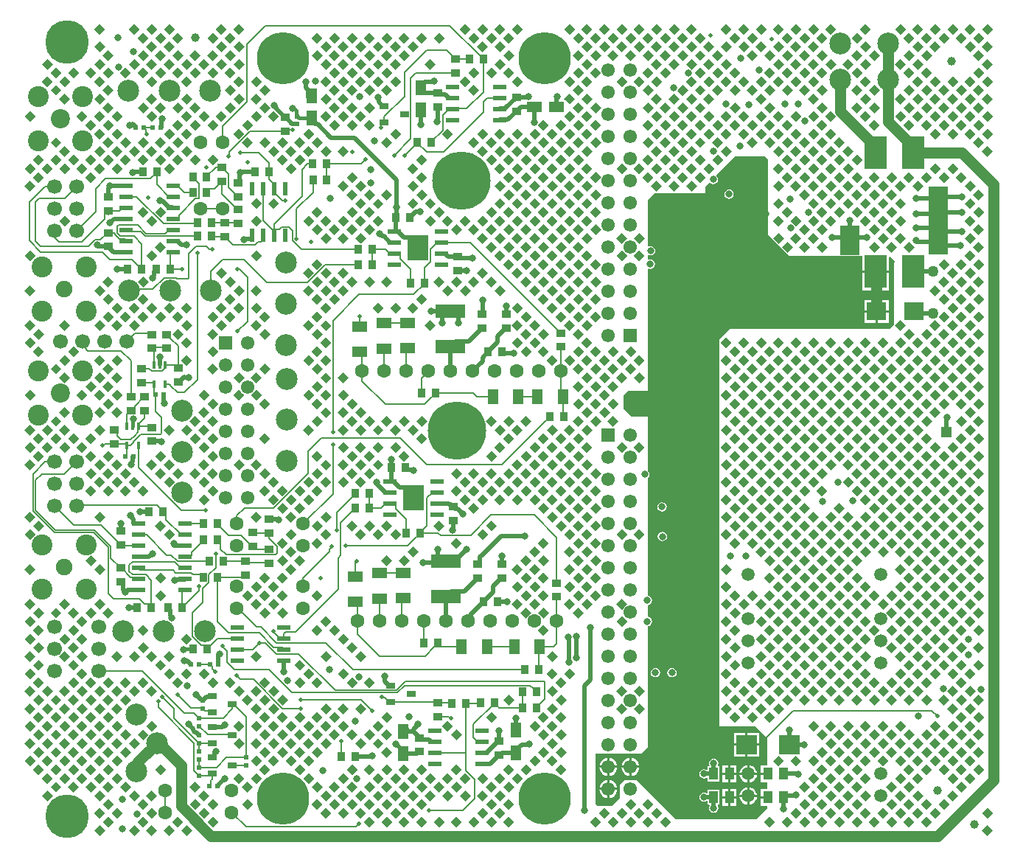
<source format=gbl>
G04*
G04 #@! TF.GenerationSoftware,Altium Limited,Altium Designer,21.5.1 (32)*
G04*
G04 Layer_Physical_Order=4*
G04 Layer_Color=16711680*
%FSLAX25Y25*%
%MOIN*%
G70*
G04*
G04 #@! TF.SameCoordinates,40A1BE61-9D6D-4511-9C65-2EA0C261B3BE*
G04*
G04*
G04 #@! TF.FilePolarity,Positive*
G04*
G01*
G75*
%ADD16R,0.02441X0.02441*%
%ADD17R,0.07087X0.04921*%
%ADD19R,0.03543X0.03937*%
%ADD20R,0.07087X0.04528*%
%ADD22R,0.04134X0.02559*%
%ADD30R,0.02362X0.06102*%
%ADD36R,0.02441X0.02284*%
%ADD38R,0.09252X0.08858*%
%ADD44R,0.02284X0.02441*%
%ADD45R,0.02441X0.02441*%
%ADD93R,0.05000X0.05000*%
%ADD94C,0.03937*%
%ADD95C,0.02000*%
%ADD96C,0.01500*%
%ADD97C,0.00600*%
%ADD100C,0.06102*%
%ADD101C,0.06693*%
%ADD102C,0.09843*%
%ADD103C,0.06299*%
%ADD104C,0.26378*%
%ADD105C,0.07480*%
%ADD106C,0.09449*%
%ADD107C,0.05906*%
%ADD108C,0.08661*%
%ADD109C,0.19685*%
%ADD110R,0.06102X0.06102*%
%ADD111C,0.23622*%
%ADD112C,0.03150*%
%ADD113C,0.01968*%
%ADD114C,0.05000*%
%ADD115C,0.05000*%
%ADD116R,0.03937X0.03740*%
%ADD117R,0.03740X0.03937*%
%ADD118R,0.06102X0.02362*%
%ADD119R,0.09646X0.11811*%
%ADD120R,0.03937X0.03543*%
%ADD121R,0.04921X0.07087*%
%ADD122R,0.06102X0.02362*%
%ADD123R,0.03347X0.03937*%
%ADD124R,0.01575X0.03740*%
%ADD125R,0.04331X0.05709*%
%ADD126R,0.13780X0.06299*%
%ADD127R,0.03937X0.03347*%
%ADD128R,0.04528X0.07087*%
%ADD129R,0.09055X0.31102*%
%ADD130R,0.09055X0.13386*%
%ADD131R,0.09843X0.14961*%
%ADD132R,0.09055X0.08465*%
G36*
X432729Y377567D02*
X430234Y375072D01*
X427739Y377567D01*
X430234Y380062D01*
X432729Y377567D01*
D02*
G37*
G36*
X322493D02*
X319998Y375072D01*
X317503Y377567D01*
X319998Y380062D01*
X322493Y377567D01*
D02*
G37*
G36*
X212257D02*
X209762Y375072D01*
X207266Y377567D01*
X209762Y380062D01*
X212257Y377567D01*
D02*
G37*
G36*
X416981D02*
X414486Y375072D01*
X411991Y377567D01*
X414486Y380062D01*
X416981Y377567D01*
D02*
G37*
G36*
X353989D02*
X351494Y375072D01*
X348999Y377567D01*
X351494Y380062D01*
X353989Y377567D01*
D02*
G37*
G36*
X346115D02*
X343620Y375072D01*
X341125Y377567D01*
X343620Y380062D01*
X346115Y377567D01*
D02*
G37*
G36*
X338241D02*
X335746Y375072D01*
X333251Y377567D01*
X335746Y380062D01*
X338241Y377567D01*
D02*
G37*
G36*
X243753D02*
X241258Y375072D01*
X238762Y377567D01*
X241258Y380062D01*
X243753Y377567D01*
D02*
G37*
G36*
X196509D02*
X194013Y375072D01*
X191518Y377567D01*
X194013Y380062D01*
X196509Y377567D01*
D02*
G37*
G36*
X86272D02*
X83777Y375072D01*
X81282Y377567D01*
X83777Y380062D01*
X86272Y377567D01*
D02*
G37*
G36*
X424855D02*
X422360Y375072D01*
X419865Y377567D01*
X422360Y380062D01*
X424855Y377567D01*
D02*
G37*
G36*
X409107D02*
X406612Y375072D01*
X404117Y377567D01*
X406612Y380062D01*
X409107Y377567D01*
D02*
G37*
G36*
X401233D02*
X398738Y375072D01*
X396243Y377567D01*
X398738Y380062D01*
X401233Y377567D01*
D02*
G37*
G36*
X330367D02*
X327872Y375072D01*
X325377Y377567D01*
X327872Y380062D01*
X330367Y377567D01*
D02*
G37*
G36*
X314619D02*
X312124Y375072D01*
X309629Y377567D01*
X312124Y380062D01*
X314619Y377567D01*
D02*
G37*
G36*
X298871D02*
X296376Y375072D01*
X293881Y377567D01*
X296376Y380062D01*
X298871Y377567D01*
D02*
G37*
G36*
X290997D02*
X288502Y375072D01*
X286006Y377567D01*
X288502Y380062D01*
X290997Y377567D01*
D02*
G37*
G36*
X275249D02*
X272754Y375072D01*
X270258Y377567D01*
X272754Y380062D01*
X275249Y377567D01*
D02*
G37*
G36*
X259501D02*
X257006Y375072D01*
X254510Y377567D01*
X257006Y380062D01*
X259501Y377567D01*
D02*
G37*
G36*
X220131D02*
X217635Y375072D01*
X215140Y377567D01*
X217635Y380062D01*
X220131Y377567D01*
D02*
G37*
G36*
X204382D02*
X201887Y375072D01*
X199392Y377567D01*
X201887Y380062D01*
X204382Y377567D01*
D02*
G37*
G36*
X94146D02*
X91651Y375072D01*
X89156Y377567D01*
X91651Y380062D01*
X94146Y377567D01*
D02*
G37*
G36*
X54776D02*
X52281Y375072D01*
X49786Y377567D01*
X52281Y380062D01*
X54776Y377567D01*
D02*
G37*
G36*
X393359D02*
X390864Y375072D01*
X388369Y377567D01*
X390864Y380062D01*
X393359Y377567D01*
D02*
G37*
G36*
X377611D02*
X375116Y375072D01*
X372621Y377567D01*
X375116Y380062D01*
X377611Y377567D01*
D02*
G37*
G36*
X361863D02*
X359368Y375072D01*
X356873Y377567D01*
X359368Y380062D01*
X361863Y377567D01*
D02*
G37*
G36*
X283123D02*
X280628Y375072D01*
X278133Y377567D01*
X280628Y380062D01*
X283123Y377567D01*
D02*
G37*
G36*
X267375D02*
X264880Y375072D01*
X262385Y377567D01*
X264880Y380062D01*
X267375Y377567D01*
D02*
G37*
G36*
X251627D02*
X249131Y375072D01*
X246637Y377567D01*
X249131Y380062D01*
X251627Y377567D01*
D02*
G37*
G36*
X62650D02*
X60155Y375072D01*
X57660Y377567D01*
X60155Y380062D01*
X62650Y377567D01*
D02*
G37*
G36*
X46902D02*
X44407Y375072D01*
X41912Y377567D01*
X44407Y380062D01*
X46902Y377567D01*
D02*
G37*
G36*
X31154D02*
X28659Y375072D01*
X26164Y377567D01*
X28659Y380062D01*
X31154Y377567D01*
D02*
G37*
G36*
X428792Y373630D02*
X426297Y371135D01*
X423802Y373630D01*
X426297Y376125D01*
X428792Y373630D01*
D02*
G37*
G36*
X326430Y373630D02*
X323935Y371135D01*
X321440Y373630D01*
X323935Y376125D01*
X326430Y373630D01*
D02*
G37*
G36*
X318556Y373630D02*
X316061Y371135D01*
X313566Y373630D01*
X316061Y376125D01*
X318556Y373630D01*
D02*
G37*
G36*
X216194Y373630D02*
X213699Y371135D01*
X211203Y373630D01*
X213699Y376125D01*
X216194Y373630D01*
D02*
G37*
G36*
X208319Y373630D02*
X205824Y371135D01*
X203329Y373630D01*
X205824Y376125D01*
X208319Y373630D01*
D02*
G37*
G36*
X413044D02*
X410549Y371135D01*
X408054Y373630D01*
X410549Y376125D01*
X413044Y373630D01*
D02*
G37*
G36*
X357926Y373630D02*
X355431Y371135D01*
X352936Y373630D01*
X355431Y376125D01*
X357926Y373630D01*
D02*
G37*
G36*
X350052Y373630D02*
X347557Y371135D01*
X345062Y373630D01*
X347557Y376125D01*
X350052Y373630D01*
D02*
G37*
G36*
X342178D02*
X339683Y371135D01*
X337188Y373630D01*
X339683Y376125D01*
X342178Y373630D01*
D02*
G37*
G36*
X302808D02*
X300313Y371135D01*
X297818Y373630D01*
X300313Y376125D01*
X302808Y373630D01*
D02*
G37*
G36*
X247690Y373630D02*
X245195Y371135D01*
X242700Y373630D01*
X245195Y376125D01*
X247690Y373630D01*
D02*
G37*
G36*
X137453D02*
X134958Y371135D01*
X132463Y373630D01*
X134958Y376125D01*
X137453Y373630D01*
D02*
G37*
G36*
X129579Y373630D02*
X127084Y371135D01*
X124589Y373630D01*
X127084Y376125D01*
X129579Y373630D01*
D02*
G37*
G36*
X82335D02*
X79840Y371135D01*
X77345Y373630D01*
X79840Y376125D01*
X82335Y373630D01*
D02*
G37*
G36*
X420918Y373630D02*
X418423Y371135D01*
X415928Y373630D01*
X418423Y376125D01*
X420918Y373630D01*
D02*
G37*
G36*
X405170D02*
X402675Y371135D01*
X400180Y373630D01*
X402675Y376125D01*
X405170Y373630D01*
D02*
G37*
G36*
X397296D02*
X394801Y371135D01*
X392306Y373630D01*
X394801Y376125D01*
X397296Y373630D01*
D02*
G37*
G36*
X373674Y373630D02*
X371179Y371135D01*
X368684Y373630D01*
X371179Y376125D01*
X373674Y373630D01*
D02*
G37*
G36*
X294934Y373630D02*
X292439Y371135D01*
X289944Y373630D01*
X292439Y376125D01*
X294934Y373630D01*
D02*
G37*
G36*
X287060D02*
X284565Y371135D01*
X282069Y373630D01*
X284565Y376125D01*
X287060Y373630D01*
D02*
G37*
G36*
X279186Y373630D02*
X276691Y371135D01*
X274196Y373630D01*
X276691Y376125D01*
X279186Y373630D01*
D02*
G37*
G36*
X271312Y373630D02*
X268817Y371135D01*
X266321Y373630D01*
X268817Y376125D01*
X271312Y373630D01*
D02*
G37*
G36*
X263438Y373630D02*
X260943Y371135D01*
X258448Y373630D01*
X260943Y376125D01*
X263438Y373630D01*
D02*
G37*
G36*
X255564Y373630D02*
X253069Y371135D01*
X250573Y373630D01*
X253069Y376125D01*
X255564Y373630D01*
D02*
G37*
G36*
X200446D02*
X197950Y371135D01*
X195455Y373630D01*
X197950Y376125D01*
X200446Y373630D01*
D02*
G37*
G36*
X184697D02*
X182202Y371135D01*
X179707Y373630D01*
X182202Y376125D01*
X184697Y373630D01*
D02*
G37*
G36*
X176823D02*
X174328Y371135D01*
X171833Y373630D01*
X174328Y376125D01*
X176823Y373630D01*
D02*
G37*
G36*
X168949Y373630D02*
X166454Y371135D01*
X163959Y373630D01*
X166454Y376125D01*
X168949Y373630D01*
D02*
G37*
G36*
X161075Y373630D02*
X158580Y371135D01*
X156085Y373630D01*
X158580Y376125D01*
X161075Y373630D01*
D02*
G37*
G36*
X153201Y373630D02*
X150706Y371135D01*
X148211Y373630D01*
X150706Y376125D01*
X153201Y373630D01*
D02*
G37*
G36*
X145327Y373630D02*
X142832Y371135D01*
X140337Y373630D01*
X142832Y376125D01*
X145327Y373630D01*
D02*
G37*
G36*
X66587D02*
X64092Y371135D01*
X61597Y373630D01*
X64092Y376125D01*
X66587Y373630D01*
D02*
G37*
G36*
X58713Y373630D02*
X56218Y371135D01*
X53723Y373630D01*
X56218Y376125D01*
X58713Y373630D01*
D02*
G37*
G36*
X50839Y373630D02*
X48344Y371135D01*
X45849Y373630D01*
X48344Y376125D01*
X50839Y373630D01*
D02*
G37*
G36*
X90209D02*
X87714Y371135D01*
X85219Y373630D01*
X87714Y376125D01*
X90209Y373630D01*
D02*
G37*
G36*
X330367Y369693D02*
X327872Y367198D01*
X325377Y369693D01*
X327872Y372188D01*
X330367Y369693D01*
D02*
G37*
G36*
X432729Y369693D02*
X430234Y367198D01*
X427739Y369693D01*
X430234Y372188D01*
X432729Y369693D01*
D02*
G37*
G36*
X424855Y369693D02*
X422360Y367198D01*
X419865Y369693D01*
X422360Y372188D01*
X424855Y369693D01*
D02*
G37*
G36*
X322493Y369693D02*
X319998Y367198D01*
X317503Y369693D01*
X319998Y372188D01*
X322493Y369693D01*
D02*
G37*
G36*
X314619Y369693D02*
X312124Y367198D01*
X309629Y369693D01*
X312124Y372188D01*
X314619Y369693D01*
D02*
G37*
G36*
X251627D02*
X249132Y367198D01*
X246637Y369693D01*
X249131Y372188D01*
X251627Y369693D01*
D02*
G37*
G36*
X212257Y369693D02*
X209762Y367198D01*
X207266Y369693D01*
X209762Y372188D01*
X212257Y369693D01*
D02*
G37*
G36*
X204382Y369693D02*
X201887Y367198D01*
X199392Y369693D01*
X201887Y372188D01*
X204382Y369693D01*
D02*
G37*
G36*
X141390D02*
X138895Y367198D01*
X136400Y369693D01*
X138895Y372188D01*
X141390Y369693D01*
D02*
G37*
G36*
X94146D02*
X91651Y367198D01*
X89156Y369693D01*
X91651Y372188D01*
X94146Y369693D01*
D02*
G37*
G36*
X31154D02*
X28659Y367198D01*
X26164Y369693D01*
X28659Y372188D01*
X31154Y369693D01*
D02*
G37*
G36*
X409107D02*
X406612Y367198D01*
X404117Y369693D01*
X406612Y372188D01*
X409107Y369693D01*
D02*
G37*
G36*
X377611D02*
X375116Y367198D01*
X372621Y369693D01*
X375116Y372188D01*
X377611Y369693D01*
D02*
G37*
G36*
X353989D02*
X351494Y367198D01*
X348999Y369693D01*
X351494Y372188D01*
X353989Y369693D01*
D02*
G37*
G36*
X346115D02*
X343620Y367198D01*
X341125Y369693D01*
X343620Y372188D01*
X346115Y369693D01*
D02*
G37*
G36*
X338241D02*
X335746Y367198D01*
X333251Y369693D01*
X335746Y372188D01*
X338241Y369693D01*
D02*
G37*
G36*
X306745D02*
X304250Y367198D01*
X301755Y369693D01*
X304250Y372188D01*
X306745Y369693D01*
D02*
G37*
G36*
X298871D02*
X296376Y367198D01*
X293881Y369693D01*
X296376Y372188D01*
X298871Y369693D01*
D02*
G37*
G36*
X283123D02*
X280628Y367198D01*
X278133Y369693D01*
X280628Y372188D01*
X283123Y369693D01*
D02*
G37*
G36*
X267375D02*
X264880Y367198D01*
X262385Y369693D01*
X264880Y372188D01*
X267375Y369693D01*
D02*
G37*
G36*
X172887D02*
X170391Y367198D01*
X167896Y369693D01*
X170391Y372188D01*
X172887Y369693D01*
D02*
G37*
G36*
X157138D02*
X154643Y367198D01*
X152148Y369693D01*
X154643Y372188D01*
X157138Y369693D01*
D02*
G37*
G36*
X133516D02*
X131021Y367198D01*
X128526Y369693D01*
X131021Y372188D01*
X133516Y369693D01*
D02*
G37*
G36*
X86272D02*
X83777Y367198D01*
X81282Y369693D01*
X83777Y372188D01*
X86272Y369693D01*
D02*
G37*
G36*
X62650D02*
X60155Y367198D01*
X57660Y369693D01*
X60155Y372188D01*
X62650Y369693D01*
D02*
G37*
G36*
X401233D02*
X398738Y367198D01*
X396243Y369693D01*
X398738Y372188D01*
X401233Y369693D01*
D02*
G37*
G36*
X290997D02*
X288502Y367198D01*
X286006Y369693D01*
X288502Y372188D01*
X290997Y369693D01*
D02*
G37*
G36*
X275249D02*
X272754Y367198D01*
X270258Y369693D01*
X272754Y372188D01*
X275249Y369693D01*
D02*
G37*
G36*
X259501D02*
X257006Y367198D01*
X254510Y369693D01*
X257006Y372188D01*
X259501Y369693D01*
D02*
G37*
G36*
X165013D02*
X162517Y367198D01*
X160022Y369693D01*
X162517Y372188D01*
X165013Y369693D01*
D02*
G37*
G36*
X149264D02*
X146769Y367198D01*
X144274Y369693D01*
X146769Y372188D01*
X149264Y369693D01*
D02*
G37*
G36*
X54776D02*
X52281Y367198D01*
X49786Y369693D01*
X52281Y372188D01*
X54776Y369693D01*
D02*
G37*
G36*
X428792Y365756D02*
X426297Y363261D01*
X423802Y365756D01*
X426297Y368251D01*
X428792Y365756D01*
D02*
G37*
G36*
X334304D02*
X331809Y363261D01*
X329314Y365756D01*
X331809Y368251D01*
X334304Y365756D01*
D02*
G37*
G36*
X326430D02*
X323935Y363261D01*
X321440Y365756D01*
X323935Y368251D01*
X326430Y365756D01*
D02*
G37*
G36*
X216194D02*
X213699Y363261D01*
X211203Y365756D01*
X213699Y368251D01*
X216194Y365756D01*
D02*
G37*
G36*
X357926D02*
X355431Y363261D01*
X352936Y365756D01*
X355431Y368251D01*
X357926Y365756D01*
D02*
G37*
G36*
X255564Y365756D02*
X253069Y363261D01*
X250573Y365756D01*
X253069Y368251D01*
X255564Y365756D01*
D02*
G37*
G36*
X247690Y365756D02*
X245195Y363261D01*
X242700Y365756D01*
X245195Y368251D01*
X247690Y365756D01*
D02*
G37*
G36*
X145327Y365756D02*
X142832Y363261D01*
X140337Y365756D01*
X142832Y368251D01*
X145327Y365756D01*
D02*
G37*
G36*
X137453Y365756D02*
X134958Y363261D01*
X132463Y365756D01*
X134958Y368251D01*
X137453Y365756D01*
D02*
G37*
G36*
X35091Y365756D02*
X32596Y363261D01*
X30101Y365756D01*
X32596Y368251D01*
X35091Y365756D01*
D02*
G37*
G36*
X405170Y365756D02*
X402675Y363261D01*
X400180Y365756D01*
X402675Y368251D01*
X405170Y365756D01*
D02*
G37*
G36*
X397296Y365756D02*
X394801Y363261D01*
X392306Y365756D01*
X394801Y368251D01*
X397296Y365756D01*
D02*
G37*
G36*
X381548D02*
X379053Y363261D01*
X376558Y365756D01*
X379053Y368251D01*
X381548Y365756D01*
D02*
G37*
G36*
X373674Y365756D02*
X371179Y363261D01*
X368684Y365756D01*
X371179Y368251D01*
X373674Y365756D01*
D02*
G37*
G36*
X350052D02*
X347557Y363261D01*
X345062Y365756D01*
X347557Y368251D01*
X350052Y365756D01*
D02*
G37*
G36*
X342178D02*
X339683Y363261D01*
X337188Y365756D01*
X339683Y368251D01*
X342178Y365756D01*
D02*
G37*
G36*
X310682D02*
X308187Y363261D01*
X305692Y365756D01*
X308187Y368251D01*
X310682Y365756D01*
D02*
G37*
G36*
X302808D02*
X300313Y363261D01*
X297818Y365756D01*
X300313Y368251D01*
X302808Y365756D01*
D02*
G37*
G36*
X294934D02*
X292439Y363261D01*
X289944Y365756D01*
X292439Y368251D01*
X294934Y365756D01*
D02*
G37*
G36*
X287060Y365756D02*
X284565Y363261D01*
X282069Y365756D01*
X284565Y368251D01*
X287060Y365756D01*
D02*
G37*
G36*
X279186Y365756D02*
X276691Y363261D01*
X274196Y365756D01*
X276691Y368251D01*
X279186Y365756D01*
D02*
G37*
G36*
X271312Y365756D02*
X268817Y363261D01*
X266321Y365756D01*
X268817Y368251D01*
X271312Y365756D01*
D02*
G37*
G36*
X263438Y365756D02*
X260943Y363261D01*
X258448Y365756D01*
X260943Y368251D01*
X263438Y365756D01*
D02*
G37*
G36*
X168949D02*
X166454Y363261D01*
X163959Y365756D01*
X166454Y368251D01*
X168949Y365756D01*
D02*
G37*
G36*
X161075Y365756D02*
X158580Y363261D01*
X156085Y365756D01*
X158580Y368251D01*
X161075Y365756D01*
D02*
G37*
G36*
X153201Y365756D02*
X150706Y363261D01*
X148211Y365756D01*
X150706Y368251D01*
X153201Y365756D01*
D02*
G37*
G36*
X129579D02*
X127084Y363261D01*
X124589Y365756D01*
X127084Y368251D01*
X129579Y365756D01*
D02*
G37*
G36*
X82335D02*
X79840Y363261D01*
X77345Y365756D01*
X79840Y368251D01*
X82335Y365756D01*
D02*
G37*
G36*
X74461D02*
X71966Y363261D01*
X69471Y365756D01*
X71966Y368251D01*
X74461Y365756D01*
D02*
G37*
G36*
X66587Y365756D02*
X64092Y363261D01*
X61597Y365756D01*
X64092Y368251D01*
X66587Y365756D01*
D02*
G37*
G36*
X58713Y365756D02*
X56218Y363261D01*
X53723Y365756D01*
X56218Y368251D01*
X58713Y365756D01*
D02*
G37*
G36*
X50839Y365756D02*
X48344Y363261D01*
X45849Y365756D01*
X48344Y368251D01*
X50839Y365756D01*
D02*
G37*
G36*
X90209Y365756D02*
X87714Y363261D01*
X85219Y365756D01*
X87714Y368251D01*
X90209Y365756D01*
D02*
G37*
G36*
X432729Y361819D02*
X430234Y359324D01*
X427739Y361819D01*
X430234Y364314D01*
X432729Y361819D01*
D02*
G37*
G36*
X212257D02*
X209762Y359324D01*
X207266Y361819D01*
X209762Y364314D01*
X212257Y361819D01*
D02*
G37*
G36*
X369737Y361819D02*
X367242Y359324D01*
X364747Y361819D01*
X367242Y364314D01*
X369737Y361819D01*
D02*
G37*
G36*
X338241D02*
X335746Y359324D01*
X333251Y361819D01*
X335746Y364314D01*
X338241Y361819D01*
D02*
G37*
G36*
X149264D02*
X146769Y359324D01*
X144274Y361819D01*
X146769Y364314D01*
X149264Y361819D01*
D02*
G37*
G36*
X7532D02*
X5037Y359324D01*
X2542Y361819D01*
X5037Y364314D01*
X7532Y361819D01*
D02*
G37*
G36*
X401233D02*
X398738Y359324D01*
X396243Y361819D01*
X398738Y364314D01*
X401233Y361819D01*
D02*
G37*
G36*
X361863Y361819D02*
X359368Y359324D01*
X356873Y361819D01*
X359368Y364314D01*
X361863Y361819D01*
D02*
G37*
G36*
X353989D02*
X351494Y359324D01*
X348999Y361819D01*
X351494Y364314D01*
X353989Y361819D01*
D02*
G37*
G36*
X314619D02*
X312124Y359324D01*
X309629Y361819D01*
X312124Y364314D01*
X314619Y361819D01*
D02*
G37*
G36*
X306745D02*
X304250Y359324D01*
X301755Y361819D01*
X304250Y364314D01*
X306745Y361819D01*
D02*
G37*
G36*
X290997Y361819D02*
X288502Y359324D01*
X286006Y361819D01*
X288502Y364314D01*
X290997Y361819D01*
D02*
G37*
G36*
X251627Y361819D02*
X249132Y359324D01*
X246637Y361819D01*
X249132Y364314D01*
X251627Y361819D01*
D02*
G37*
G36*
X180761Y361819D02*
X178265Y359324D01*
X175770Y361819D01*
X178265Y364314D01*
X180761Y361819D01*
D02*
G37*
G36*
X165013D02*
X162517Y359324D01*
X160022Y361819D01*
X162517Y364314D01*
X165013Y361819D01*
D02*
G37*
G36*
X141390Y361819D02*
X138895Y359324D01*
X136400Y361819D01*
X138895Y364314D01*
X141390Y361819D01*
D02*
G37*
G36*
X133516D02*
X131021Y359324D01*
X128526Y361819D01*
X131021Y364314D01*
X133516Y361819D01*
D02*
G37*
G36*
X94146D02*
X91651Y359324D01*
X89156Y361819D01*
X91651Y364314D01*
X94146Y361819D01*
D02*
G37*
G36*
X86272D02*
X83777Y359324D01*
X81282Y361819D01*
X83777Y364314D01*
X86272Y361819D01*
D02*
G37*
G36*
X70524Y361819D02*
X68029Y359324D01*
X65534Y361819D01*
X68029Y364314D01*
X70524Y361819D01*
D02*
G37*
G36*
X54776D02*
X52281Y359324D01*
X49786Y361819D01*
X52281Y364314D01*
X54776Y361819D01*
D02*
G37*
G36*
X31154Y361819D02*
X28659Y359324D01*
X26164Y361819D01*
X28659Y364314D01*
X31154Y361819D01*
D02*
G37*
G36*
X393359Y361819D02*
X390864Y359324D01*
X388369Y361819D01*
X390864Y364314D01*
X393359Y361819D01*
D02*
G37*
G36*
X377611D02*
X375116Y359324D01*
X372621Y361819D01*
X375116Y364314D01*
X377611Y361819D01*
D02*
G37*
G36*
X346115D02*
X343620Y359324D01*
X341125Y361819D01*
X343620Y364314D01*
X346115Y361819D01*
D02*
G37*
G36*
X298871D02*
X296376Y359324D01*
X293881Y361819D01*
X296376Y364314D01*
X298871Y361819D01*
D02*
G37*
G36*
X283123D02*
X280628Y359324D01*
X278133Y361819D01*
X280628Y364314D01*
X283123Y361819D01*
D02*
G37*
G36*
X157138D02*
X154643Y359324D01*
X152148Y361819D01*
X154643Y364314D01*
X157138Y361819D01*
D02*
G37*
G36*
X78398D02*
X75903Y359324D01*
X73408Y361819D01*
X75903Y364314D01*
X78398Y361819D01*
D02*
G37*
G36*
X62650D02*
X60155Y359324D01*
X57660Y361819D01*
X60155Y364314D01*
X62650Y361819D01*
D02*
G37*
G36*
X46902D02*
X44407Y359324D01*
X41912Y361819D01*
X44407Y364314D01*
X46902Y361819D01*
D02*
G37*
G36*
X428792Y357882D02*
X426297Y355387D01*
X423802Y357882D01*
X426297Y360377D01*
X428792Y357882D01*
D02*
G37*
G36*
X318556D02*
X316061Y355387D01*
X313566Y357882D01*
X316061Y360377D01*
X318556Y357882D01*
D02*
G37*
G36*
X216194Y357882D02*
X213699Y355387D01*
X211203Y357882D01*
X213699Y360377D01*
X216194Y357882D01*
D02*
G37*
G36*
X208319Y357882D02*
X205824Y355387D01*
X203329Y357882D01*
X205824Y360377D01*
X208319Y357882D01*
D02*
G37*
G36*
X373674Y357882D02*
X371179Y355387D01*
X368684Y357882D01*
X371179Y360377D01*
X373674Y357882D01*
D02*
G37*
G36*
X342178D02*
X339683Y355387D01*
X337188Y357882D01*
X339683Y360377D01*
X342178Y357882D01*
D02*
G37*
G36*
X334304D02*
X331809Y355387D01*
X329314Y357882D01*
X331809Y360377D01*
X334304Y357882D01*
D02*
G37*
G36*
X255433Y358013D02*
X255509Y357828D01*
X253069Y355387D01*
X250573Y357882D01*
X253069Y360377D01*
X255433Y358013D01*
D02*
G37*
G36*
X153201Y357882D02*
X150706Y355387D01*
X148211Y357882D01*
X150706Y360377D01*
X153201Y357882D01*
D02*
G37*
G36*
X145327D02*
X142832Y355387D01*
X140337Y357882D01*
X142832Y360377D01*
X145327Y357882D01*
D02*
G37*
G36*
X42965D02*
X40470Y355387D01*
X37975Y357882D01*
X40470Y360377D01*
X42965Y357882D01*
D02*
G37*
G36*
X35091D02*
X32596Y355387D01*
X30101Y357882D01*
X32596Y360377D01*
X35091Y357882D01*
D02*
G37*
G36*
X11469D02*
X8974Y355387D01*
X6479Y357882D01*
X8974Y360377D01*
X11469Y357882D01*
D02*
G37*
G36*
X405170D02*
X402675Y355387D01*
X400180Y357882D01*
X402675Y360377D01*
X405170Y357882D01*
D02*
G37*
G36*
X397296D02*
X394801Y355387D01*
X392306Y357882D01*
X394801Y360377D01*
X397296Y357882D01*
D02*
G37*
G36*
X357926D02*
X355431Y355387D01*
X352936Y357882D01*
X355431Y360377D01*
X357926Y357882D01*
D02*
G37*
G36*
X350052D02*
X347557Y355387D01*
X345062Y357882D01*
X347557Y360377D01*
X350052Y357882D01*
D02*
G37*
G36*
X302808D02*
X300313Y355387D01*
X297818Y357882D01*
X300313Y360377D01*
X302808Y357882D01*
D02*
G37*
G36*
X287060D02*
X284565Y355387D01*
X282069Y357882D01*
X284565Y360377D01*
X287060Y357882D01*
D02*
G37*
G36*
X279186D02*
X276691Y355387D01*
X274196Y357882D01*
X276691Y360377D01*
X279186Y357882D01*
D02*
G37*
G36*
X247690D02*
X245195Y355387D01*
X242699Y357882D01*
X245195Y360377D01*
X247690Y357882D01*
D02*
G37*
G36*
X161075D02*
X158580Y355387D01*
X156085Y357882D01*
X158580Y360377D01*
X161075Y357882D01*
D02*
G37*
G36*
X137453D02*
X134958Y355387D01*
X132463Y357882D01*
X134958Y360377D01*
X137453Y357882D01*
D02*
G37*
G36*
X82335D02*
X79840Y355387D01*
X77345Y357882D01*
X79840Y360377D01*
X82335Y357882D01*
D02*
G37*
G36*
X74461D02*
X71966Y355387D01*
X69471Y357882D01*
X71966Y360377D01*
X74461Y357882D01*
D02*
G37*
G36*
X66587D02*
X64092Y355387D01*
X61597Y357882D01*
X64092Y360377D01*
X66587Y357882D01*
D02*
G37*
G36*
X58713D02*
X56218Y355387D01*
X53723Y357882D01*
X56218Y360377D01*
X58713Y357882D01*
D02*
G37*
G36*
X50839D02*
X48344Y355387D01*
X45849Y357882D01*
X48344Y360377D01*
X50839Y357882D01*
D02*
G37*
G36*
X27217D02*
X24722Y355387D01*
X22227Y357882D01*
X24722Y360377D01*
X27217Y357882D01*
D02*
G37*
G36*
X19343D02*
X16848Y355387D01*
X14353Y357882D01*
X16848Y360377D01*
X19343Y357882D01*
D02*
G37*
G36*
X310682D02*
X308187Y355387D01*
X305692Y357882D01*
X308187Y360377D01*
X310682Y357882D01*
D02*
G37*
G36*
X200446D02*
X197950Y355387D01*
X195455Y357882D01*
X197950Y360377D01*
X200446Y357882D01*
D02*
G37*
G36*
X90209D02*
X87714Y355387D01*
X85219Y357882D01*
X87714Y360377D01*
X90209Y357882D01*
D02*
G37*
G36*
X432729Y353945D02*
X430234Y351450D01*
X427739Y353945D01*
X430234Y356440D01*
X432729Y353945D01*
D02*
G37*
G36*
X377611Y353945D02*
X375116Y351450D01*
X372621Y353945D01*
X375116Y356440D01*
X377611Y353945D01*
D02*
G37*
G36*
X346115D02*
X343620Y351450D01*
X341125Y353945D01*
X343620Y356440D01*
X346115Y353945D01*
D02*
G37*
G36*
X330367Y353945D02*
X327872Y351450D01*
X325377Y353945D01*
X327872Y356440D01*
X330367Y353945D01*
D02*
G37*
G36*
X322493D02*
X319998Y351450D01*
X317503Y353945D01*
X319998Y356440D01*
X322493Y353945D01*
D02*
G37*
G36*
X267375Y353945D02*
X264880Y351450D01*
X262385Y353945D01*
X264880Y356440D01*
X267375Y353945D01*
D02*
G37*
G36*
X220131Y353945D02*
X217635Y351450D01*
X215140Y353945D01*
X217635Y356440D01*
X220131Y353945D01*
D02*
G37*
G36*
X157138Y353945D02*
X154643Y351450D01*
X152148Y353945D01*
X154643Y356440D01*
X157138Y353945D01*
D02*
G37*
G36*
X102020Y353945D02*
X99525Y351450D01*
X97030Y353945D01*
X99525Y356440D01*
X102020Y353945D01*
D02*
G37*
G36*
X15406Y353945D02*
X12911Y351450D01*
X10416Y353945D01*
X12911Y356440D01*
X15406Y353945D01*
D02*
G37*
G36*
X409107D02*
X406612Y351450D01*
X404117Y353945D01*
X406612Y356440D01*
X409107Y353945D01*
D02*
G37*
G36*
X338241Y353945D02*
X335746Y351450D01*
X333251Y353945D01*
X335746Y356440D01*
X338241Y353945D01*
D02*
G37*
G36*
X298871Y353945D02*
X296376Y351450D01*
X293881Y353945D01*
X296013Y356077D01*
X296372Y356317D01*
X296487Y356328D01*
X298871Y353945D01*
D02*
G37*
G36*
X283123D02*
X280628Y351450D01*
X278133Y353945D01*
X280628Y356440D01*
X283123Y353945D01*
D02*
G37*
G36*
X251627Y353945D02*
X249131Y351450D01*
X246637Y353945D01*
X249132Y356440D01*
X251627Y353945D01*
D02*
G37*
G36*
X149264D02*
X146769Y351450D01*
X144274Y353945D01*
X146769Y356440D01*
X149264Y353945D01*
D02*
G37*
G36*
X141390D02*
X138895Y351450D01*
X136400Y353945D01*
X138895Y356440D01*
X141390Y353945D01*
D02*
G37*
G36*
X31154D02*
X28659Y351450D01*
X26164Y353945D01*
X28659Y356440D01*
X31154Y353945D01*
D02*
G37*
G36*
X7532D02*
X5037Y351450D01*
X2542Y353945D01*
X5037Y356440D01*
X7532Y353945D01*
D02*
G37*
G36*
X424855D02*
X422360Y351450D01*
X419865Y353945D01*
X422360Y356440D01*
X424855Y353945D01*
D02*
G37*
G36*
X416981Y353945D02*
X414486Y351450D01*
X411991Y353945D01*
X414486Y356440D01*
X416981Y353945D01*
D02*
G37*
G36*
X401233D02*
X398738Y351450D01*
X396243Y353945D01*
X398738Y356440D01*
X401233Y353945D01*
D02*
G37*
G36*
X353989D02*
X351494Y351450D01*
X348999Y353945D01*
X351494Y356440D01*
X353989Y353945D01*
D02*
G37*
G36*
X314619Y353945D02*
X312124Y351450D01*
X309629Y353945D01*
X312124Y356440D01*
X314619Y353945D01*
D02*
G37*
G36*
X306745Y353945D02*
X304250Y351450D01*
X301755Y353945D01*
X304250Y356440D01*
X306745Y353945D01*
D02*
G37*
G36*
X275249D02*
X272754Y351450D01*
X270258Y353945D01*
X272754Y356440D01*
X275249Y353945D01*
D02*
G37*
G36*
X243753D02*
X241258Y351450D01*
X238762Y353945D01*
X241258Y356440D01*
X243753Y353945D01*
D02*
G37*
G36*
X196509D02*
X194013Y351450D01*
X191518Y353945D01*
X194013Y356440D01*
X196509Y353945D01*
D02*
G37*
G36*
X165013D02*
X162517Y351450D01*
X160022Y353945D01*
X162517Y356440D01*
X165013Y353945D01*
D02*
G37*
G36*
X133516D02*
X131021Y351450D01*
X128526Y353945D01*
X131021Y356440D01*
X133516Y353945D01*
D02*
G37*
G36*
X94146Y353945D02*
X91651Y351450D01*
X89156Y353945D01*
X91651Y356440D01*
X94146Y353945D01*
D02*
G37*
G36*
X70524Y353945D02*
X68029Y351450D01*
X65534Y353945D01*
X68029Y356440D01*
X70524Y353945D01*
D02*
G37*
G36*
X54776D02*
X52281Y351450D01*
X49786Y353945D01*
X52281Y356440D01*
X54776Y353945D01*
D02*
G37*
G36*
X381548Y350008D02*
X379053Y347513D01*
X376558Y350008D01*
X379053Y352503D01*
X381548Y350008D01*
D02*
G37*
G36*
X373674Y350008D02*
X371179Y347513D01*
X368684Y350008D01*
X371179Y352503D01*
X373674Y350008D01*
D02*
G37*
G36*
X350052Y350008D02*
X347557Y347513D01*
X345062Y350008D01*
X347557Y352503D01*
X350052Y350008D01*
D02*
G37*
G36*
X342178Y350008D02*
X339683Y347513D01*
X337188Y350008D01*
X339683Y352503D01*
X342178Y350008D01*
D02*
G37*
G36*
X334304Y350008D02*
X331809Y347513D01*
X329314Y350008D01*
X331809Y352503D01*
X334304Y350008D01*
D02*
G37*
G36*
X326430Y350008D02*
X323935Y347513D01*
X321440Y350008D01*
X323935Y352503D01*
X326430Y350008D01*
D02*
G37*
G36*
X161075Y350008D02*
X158580Y347513D01*
X156085Y350008D01*
X158580Y352503D01*
X161075Y350008D01*
D02*
G37*
G36*
X153201Y350008D02*
X150706Y347513D01*
X148211Y350008D01*
X150706Y352503D01*
X153201Y350008D01*
D02*
G37*
G36*
X105957D02*
X103462Y347513D01*
X100967Y350008D01*
X103462Y352503D01*
X105957Y350008D01*
D02*
G37*
G36*
X11469D02*
X8974Y347513D01*
X6479Y350008D01*
X8974Y352503D01*
X11469Y350008D01*
D02*
G37*
G36*
X428792D02*
X426297Y347513D01*
X423802Y350008D01*
X426297Y352503D01*
X428792Y350008D01*
D02*
G37*
G36*
X413044Y350008D02*
X410549Y347513D01*
X408054Y350008D01*
X410549Y352503D01*
X413044Y350008D01*
D02*
G37*
G36*
X405170D02*
X402675Y347513D01*
X400180Y350008D01*
X402675Y352503D01*
X405170Y350008D01*
D02*
G37*
G36*
X397296D02*
X394801Y347513D01*
X392306Y350008D01*
X394801Y352503D01*
X397296Y350008D01*
D02*
G37*
G36*
X357926D02*
X355431Y347513D01*
X352936Y350008D01*
X355431Y352503D01*
X357926Y350008D01*
D02*
G37*
G36*
X318556Y350008D02*
X316061Y347513D01*
X313566Y350008D01*
X316061Y352503D01*
X318556Y350008D01*
D02*
G37*
G36*
X302808Y350008D02*
X300313Y347513D01*
X297818Y350008D01*
X300313Y352503D01*
X302808Y350008D01*
D02*
G37*
G36*
X294934D02*
X292439Y347513D01*
X290022Y349929D01*
X290216Y350220D01*
X290231Y350296D01*
X292439Y352503D01*
X294934Y350008D01*
D02*
G37*
G36*
X279186D02*
X276691Y347513D01*
X274196Y350008D01*
X276691Y352503D01*
X279186Y350008D01*
D02*
G37*
G36*
X247690D02*
X245195Y347513D01*
X242699Y350008D01*
X245195Y352503D01*
X247690Y350008D01*
D02*
G37*
G36*
X145327D02*
X142832Y347513D01*
X140337Y350008D01*
X142832Y352503D01*
X145327Y350008D01*
D02*
G37*
G36*
X137453D02*
X134958Y347513D01*
X132463Y350008D01*
X134958Y352503D01*
X137453Y350008D01*
D02*
G37*
G36*
X35091D02*
X32596Y347513D01*
X30101Y350008D01*
X32596Y352503D01*
X35091Y350008D01*
D02*
G37*
G36*
X420918D02*
X418423Y347513D01*
X415928Y350008D01*
X418423Y352503D01*
X420918Y350008D01*
D02*
G37*
G36*
X310682D02*
X308187Y347513D01*
X305692Y350008D01*
X308187Y352503D01*
X310682Y350008D01*
D02*
G37*
G36*
X200446D02*
X197950Y347513D01*
X195455Y350008D01*
X197950Y352503D01*
X200446Y350008D01*
D02*
G37*
G36*
X90209D02*
X87714Y347513D01*
X85219Y350008D01*
X87714Y352503D01*
X90209Y350008D01*
D02*
G37*
G36*
X353989Y346071D02*
X351494Y343576D01*
X348999Y346071D01*
X351494Y348566D01*
X353989Y346071D01*
D02*
G37*
G36*
X243753D02*
X241258Y343576D01*
X239488Y345345D01*
Y345497D01*
X239336D01*
X238762Y346071D01*
X241258Y348566D01*
X243753Y346071D01*
D02*
G37*
G36*
X133516D02*
X131021Y343576D01*
X128526Y346071D01*
X131021Y348566D01*
X133516Y346071D01*
D02*
G37*
G36*
X54776D02*
X52281Y343576D01*
X49786Y346071D01*
X52281Y348566D01*
X54776Y346071D01*
D02*
G37*
G36*
X416981D02*
X414486Y343576D01*
X411991Y346071D01*
X414486Y348566D01*
X416981Y346071D01*
D02*
G37*
G36*
X401233D02*
X398738Y343576D01*
X396243Y346071D01*
X398738Y348566D01*
X401233Y346071D01*
D02*
G37*
G36*
X377611D02*
X375116Y343576D01*
X372621Y346071D01*
X375116Y348566D01*
X377611Y346071D01*
D02*
G37*
G36*
X330367D02*
X327872Y343576D01*
X325377Y346071D01*
X327872Y348566D01*
X330367Y346071D01*
D02*
G37*
G36*
X306745D02*
X304250Y343576D01*
X301755Y346071D01*
X304250Y348566D01*
X306745Y346071D01*
D02*
G37*
G36*
X290997D02*
X288502Y343576D01*
X286006Y346071D01*
X288502Y348566D01*
X290997Y346071D01*
D02*
G37*
G36*
X70524D02*
X68029Y343576D01*
X65534Y346071D01*
X68029Y348566D01*
X70524Y346071D01*
D02*
G37*
G36*
X15406D02*
X12911Y343576D01*
X10416Y346071D01*
X12911Y348566D01*
X15406Y346071D01*
D02*
G37*
G36*
X432729D02*
X430234Y343576D01*
X427739Y346071D01*
X430234Y348566D01*
X432729Y346071D01*
D02*
G37*
G36*
X409107D02*
X406612Y343576D01*
X404117Y346071D01*
X406612Y348566D01*
X409107Y346071D01*
D02*
G37*
G36*
X393359D02*
X390864Y343576D01*
X388369Y346071D01*
X390864Y348566D01*
X393359Y346071D01*
D02*
G37*
G36*
X298871D02*
X296376Y343576D01*
X293881Y346071D01*
X296376Y348566D01*
X298871Y346071D01*
D02*
G37*
G36*
X283123D02*
X280628Y343576D01*
X278133Y346071D01*
X280628Y348566D01*
X283123Y346071D01*
D02*
G37*
G36*
X251627D02*
X249131Y343576D01*
X246637Y346071D01*
X249131Y348566D01*
X251627Y346071D01*
D02*
G37*
G36*
X141390D02*
X138895Y343576D01*
X136400Y346071D01*
X138895Y348566D01*
X141390Y346071D01*
D02*
G37*
G36*
X102020D02*
X99525Y343576D01*
X97030Y346071D01*
X99525Y348566D01*
X102020Y346071D01*
D02*
G37*
G36*
X31154D02*
X28659Y343576D01*
X26164Y346071D01*
X28659Y348566D01*
X31154Y346071D01*
D02*
G37*
G36*
X424855Y346071D02*
X422360Y343576D01*
X419865Y346071D01*
X422360Y348566D01*
X424855Y346071D01*
D02*
G37*
G36*
X94146D02*
X91651Y343576D01*
X89156Y346071D01*
X91651Y348566D01*
X94146Y346071D01*
D02*
G37*
G36*
X381548Y342134D02*
X379053Y339639D01*
X376558Y342134D01*
X379053Y344629D01*
X381548Y342134D01*
D02*
G37*
G36*
X357926Y342134D02*
X355431Y339639D01*
X352936Y342134D01*
X355431Y344629D01*
X357926Y342134D01*
D02*
G37*
G36*
X334304Y342134D02*
X331809Y339639D01*
X329314Y342134D01*
X331809Y344629D01*
X334304Y342134D01*
D02*
G37*
G36*
X279186Y342134D02*
X276691Y339639D01*
X274196Y342134D01*
X276691Y344629D01*
X279186Y342134D01*
D02*
G37*
G36*
X247690D02*
X245195Y339639D01*
X242700Y342134D01*
X245195Y344629D01*
X247690Y342134D01*
D02*
G37*
G36*
X137453D02*
X134958Y339639D01*
X132463Y342134D01*
X134958Y344629D01*
X137453Y342134D01*
D02*
G37*
G36*
X58713D02*
X56218Y339639D01*
X53723Y342134D01*
X56218Y344629D01*
X58713Y342134D01*
D02*
G37*
G36*
X50839Y342134D02*
X48344Y339639D01*
X45849Y342134D01*
X48344Y344629D01*
X50839Y342134D01*
D02*
G37*
G36*
X413044Y342134D02*
X410549Y339639D01*
X408054Y342134D01*
X410549Y344629D01*
X413044Y342134D01*
D02*
G37*
G36*
X405170Y342134D02*
X402675Y339639D01*
X400180Y342134D01*
X402675Y344629D01*
X405170Y342134D01*
D02*
G37*
G36*
X397296Y342134D02*
X394801Y339639D01*
X392306Y342134D01*
X394801Y344629D01*
X397296Y342134D01*
D02*
G37*
G36*
X373674D02*
X371179Y339639D01*
X368684Y342134D01*
X371179Y344629D01*
X373674Y342134D01*
D02*
G37*
G36*
X302808D02*
X300313Y339639D01*
X297818Y342134D01*
X300313Y344629D01*
X302808Y342134D01*
D02*
G37*
G36*
X294934Y342134D02*
X292439Y339639D01*
X289944Y342134D01*
X292439Y344629D01*
X294934Y342134D01*
D02*
G37*
G36*
X287060Y342134D02*
X284565Y339639D01*
X282069Y342134D01*
X284565Y344629D01*
X287060Y342134D01*
D02*
G37*
G36*
X255564D02*
X253069Y339639D01*
X250573Y342134D01*
X253069Y344629D01*
X255564Y342134D01*
D02*
G37*
G36*
X153201D02*
X150706Y339639D01*
X148211Y342134D01*
X150706Y344629D01*
X153201Y342134D01*
D02*
G37*
G36*
X145327D02*
X142832Y339639D01*
X140337Y342134D01*
X142832Y344629D01*
X145327Y342134D01*
D02*
G37*
G36*
X74461Y342134D02*
X71966Y339639D01*
X69471Y342134D01*
X71966Y344629D01*
X74461Y342134D01*
D02*
G37*
G36*
X66587Y342134D02*
X64092Y339639D01*
X61597Y342134D01*
X64092Y344629D01*
X66587Y342134D01*
D02*
G37*
G36*
X35091D02*
X32596Y339639D01*
X30101Y342134D01*
X32596Y344629D01*
X35091Y342134D01*
D02*
G37*
G36*
X428792Y342134D02*
X426297Y339639D01*
X423802Y342134D01*
X426297Y344629D01*
X428792Y342134D01*
D02*
G37*
G36*
X420918D02*
X418423Y339639D01*
X415928Y342134D01*
X418423Y344629D01*
X420918Y342134D01*
D02*
G37*
G36*
X318556D02*
X316061Y339639D01*
X313566Y342134D01*
X316061Y344629D01*
X318556Y342134D01*
D02*
G37*
G36*
X105901Y342190D02*
X105946Y342123D01*
X103462Y339639D01*
X100967Y342134D01*
X103462Y344629D01*
X105901Y342190D01*
D02*
G37*
G36*
X90209Y342134D02*
X87714Y339639D01*
X85219Y342134D01*
X87714Y344629D01*
X90209Y342134D01*
D02*
G37*
G36*
X393359Y338197D02*
X390864Y335702D01*
X388369Y338197D01*
X390864Y340692D01*
X393359Y338197D01*
D02*
G37*
G36*
X361207Y338853D02*
X361467Y338514D01*
X361824Y338158D01*
X359368Y335702D01*
X356873Y338197D01*
X359368Y340692D01*
X361207Y338853D01*
D02*
G37*
G36*
X346115Y338197D02*
X343620Y335702D01*
X341125Y338197D01*
X343620Y340692D01*
X346115Y338197D01*
D02*
G37*
G36*
X283123D02*
X280628Y335702D01*
X278133Y338197D01*
X280628Y340692D01*
X283123Y338197D01*
D02*
G37*
G36*
X251627D02*
X249132Y335702D01*
X246637Y338197D01*
X249131Y340692D01*
X251627Y338197D01*
D02*
G37*
G36*
X141390D02*
X138895Y335702D01*
X136400Y338197D01*
X138895Y340692D01*
X141390Y338197D01*
D02*
G37*
G36*
X31154D02*
X28659Y335702D01*
X26164Y338197D01*
X28659Y340692D01*
X31154Y338197D01*
D02*
G37*
G36*
X409107D02*
X406612Y335702D01*
X404117Y338197D01*
X406612Y340692D01*
X409107Y338197D01*
D02*
G37*
G36*
X377611D02*
X375116Y335702D01*
X372621Y338197D01*
X375116Y340692D01*
X377611Y338197D01*
D02*
G37*
G36*
X353989D02*
X351494Y335702D01*
X348999Y338197D01*
X351494Y340692D01*
X353989Y338197D01*
D02*
G37*
G36*
X338241D02*
X335746Y335702D01*
X333251Y338197D01*
X335746Y340692D01*
X338241Y338197D01*
D02*
G37*
G36*
X298871D02*
X296376Y335702D01*
X293881Y338197D01*
X296376Y340692D01*
X298871Y338197D01*
D02*
G37*
G36*
X243753D02*
X241258Y335702D01*
X238762Y338197D01*
X241258Y340692D01*
X243753Y338197D01*
D02*
G37*
G36*
X133516D02*
X131021Y335702D01*
X128526Y338197D01*
X131021Y340692D01*
X133516Y338197D01*
D02*
G37*
G36*
X78398D02*
X75903Y335702D01*
X73408Y338197D01*
X75903Y340692D01*
X78398Y338197D01*
D02*
G37*
G36*
X54776D02*
X52281Y335702D01*
X49786Y338197D01*
X52281Y340692D01*
X54776Y338197D01*
D02*
G37*
G36*
X23280D02*
X20785Y335702D01*
X18290Y338197D01*
X20785Y340692D01*
X23280Y338197D01*
D02*
G37*
G36*
X424855D02*
X422360Y335702D01*
X419865Y338197D01*
X422360Y340692D01*
X424855Y338197D01*
D02*
G37*
G36*
X416981D02*
X414486Y335702D01*
X411991Y338197D01*
X414486Y340692D01*
X416981Y338197D01*
D02*
G37*
G36*
X401233D02*
X398738Y335702D01*
X396243Y338197D01*
X398738Y340692D01*
X401233Y338197D01*
D02*
G37*
G36*
X330367D02*
X327872Y335702D01*
X325377Y338197D01*
X327872Y340692D01*
X330367Y338197D01*
D02*
G37*
G36*
X314619D02*
X312124Y335702D01*
X309629Y338197D01*
X312124Y340692D01*
X314619Y338197D01*
D02*
G37*
G36*
X306745D02*
X304250Y335702D01*
X301755Y338197D01*
X304250Y340692D01*
X306745Y338197D01*
D02*
G37*
G36*
X290997D02*
X288502Y335702D01*
X286006Y338197D01*
X288502Y340692D01*
X290997Y338197D01*
D02*
G37*
G36*
X149264D02*
X146769Y335702D01*
X144274Y338197D01*
X146769Y340692D01*
X149264Y338197D01*
D02*
G37*
G36*
X109894D02*
X107399Y335702D01*
X104904Y338197D01*
X107399Y340692D01*
X109894Y338197D01*
D02*
G37*
G36*
X86272D02*
X83777Y335702D01*
X81282Y338197D01*
X83777Y340692D01*
X86272Y338197D01*
D02*
G37*
G36*
X70524D02*
X68029Y335702D01*
X65534Y338197D01*
X68029Y340692D01*
X70524Y338197D01*
D02*
G37*
G36*
X39028D02*
X36533Y335702D01*
X34038Y338197D01*
X36533Y340692D01*
X39028Y338197D01*
D02*
G37*
G36*
X-342D02*
X-2837Y335702D01*
X-5332Y338197D01*
X-2837Y340692D01*
X-342Y338197D01*
D02*
G37*
G36*
X432729D02*
X430234Y335702D01*
X427739Y338197D01*
X430234Y340692D01*
X432729Y338197D01*
D02*
G37*
G36*
X322493D02*
X319998Y335702D01*
X317503Y338197D01*
X319998Y340692D01*
X322493Y338197D01*
D02*
G37*
G36*
X102020D02*
X99525Y335702D01*
X97030Y338197D01*
X99525Y340692D01*
X102020Y338197D01*
D02*
G37*
G36*
X397296Y334260D02*
X394801Y331765D01*
X392306Y334260D01*
X394801Y336755D01*
X397296Y334260D01*
D02*
G37*
G36*
X357926Y334260D02*
X355431Y331765D01*
X352936Y334260D01*
X355431Y336755D01*
X357926Y334260D01*
D02*
G37*
G36*
X342178D02*
X339683Y331765D01*
X337188Y334260D01*
X339683Y336755D01*
X342178Y334260D01*
D02*
G37*
G36*
X287060Y334260D02*
X284565Y331765D01*
X282069Y334260D01*
X284565Y336755D01*
X287060Y334260D01*
D02*
G37*
G36*
X279186Y334260D02*
X276691Y331765D01*
X274196Y334260D01*
X276691Y336755D01*
X279186Y334260D01*
D02*
G37*
G36*
X255564Y334260D02*
X253069Y331765D01*
X250573Y334260D01*
X253069Y336755D01*
X255564Y334260D01*
D02*
G37*
G36*
X247690Y334260D02*
X245195Y331765D01*
X242700Y334260D01*
X245195Y336755D01*
X247690Y334260D01*
D02*
G37*
G36*
X239816D02*
X237320Y331765D01*
X234825Y334260D01*
X237320Y336755D01*
X239816Y334260D01*
D02*
G37*
G36*
X231942D02*
X229447Y331765D01*
X226951Y334260D01*
X229447Y336755D01*
X231942Y334260D01*
D02*
G37*
G36*
X145327Y334260D02*
X142832Y331765D01*
X140337Y334260D01*
X142832Y336755D01*
X145327Y334260D01*
D02*
G37*
G36*
X137453Y334260D02*
X134958Y331765D01*
X132463Y334260D01*
X134958Y336755D01*
X137453Y334260D01*
D02*
G37*
G36*
X66587Y334260D02*
X64092Y331765D01*
X61597Y334260D01*
X64092Y336755D01*
X66587Y334260D01*
D02*
G37*
G36*
X35091D02*
X32596Y331765D01*
X30101Y334260D01*
X32596Y336755D01*
X35091Y334260D01*
D02*
G37*
G36*
X27217Y334260D02*
X24722Y331765D01*
X22227Y334260D01*
X24722Y336755D01*
X27217Y334260D01*
D02*
G37*
G36*
X413044Y334260D02*
X410549Y331765D01*
X408054Y334260D01*
X410549Y336755D01*
X413044Y334260D01*
D02*
G37*
G36*
X405170Y334260D02*
X402675Y331765D01*
X400180Y334260D01*
X402675Y336755D01*
X405170Y334260D01*
D02*
G37*
G36*
X381548D02*
X379053Y331765D01*
X376558Y334260D01*
X379053Y336755D01*
X381548Y334260D01*
D02*
G37*
G36*
X302808Y334260D02*
X300313Y331765D01*
X297818Y334260D01*
X300313Y336755D01*
X302808Y334260D01*
D02*
G37*
G36*
X294934Y334260D02*
X292439Y331765D01*
X289944Y334260D01*
X292439Y336755D01*
X294934Y334260D01*
D02*
G37*
G36*
X153201D02*
X150706Y331765D01*
X148211Y334260D01*
X150706Y336755D01*
X153201Y334260D01*
D02*
G37*
G36*
X82335Y334260D02*
X79840Y331765D01*
X77345Y334260D01*
X79840Y336755D01*
X82335Y334260D01*
D02*
G37*
G36*
X74461Y334260D02*
X71966Y331765D01*
X69471Y334260D01*
X71966Y336755D01*
X74461Y334260D01*
D02*
G37*
G36*
X428792Y334260D02*
X426297Y331765D01*
X423802Y334260D01*
X426297Y336755D01*
X428792Y334260D01*
D02*
G37*
G36*
X420918Y334260D02*
X418423Y331765D01*
X415928Y334260D01*
X418423Y336755D01*
X420918Y334260D01*
D02*
G37*
G36*
X334304Y334260D02*
X331809Y331765D01*
X329314Y334260D01*
X331809Y336755D01*
X334304Y334260D01*
D02*
G37*
G36*
X326430Y334260D02*
X323935Y331765D01*
X321440Y334260D01*
X323935Y336755D01*
X326430Y334260D01*
D02*
G37*
G36*
X318556Y334260D02*
X316061Y331765D01*
X313566Y334260D01*
X316061Y336755D01*
X318556Y334260D01*
D02*
G37*
G36*
X310682Y334260D02*
X308187Y331765D01*
X305692Y334260D01*
X308187Y336755D01*
X310682Y334260D01*
D02*
G37*
G36*
X98083Y334260D02*
X95588Y331765D01*
X93093Y334260D01*
X95588Y336755D01*
X98083Y334260D01*
D02*
G37*
G36*
X353989Y330323D02*
X351494Y327828D01*
X348999Y330323D01*
X351494Y332818D01*
X353989Y330323D01*
D02*
G37*
G36*
X290997Y330323D02*
X288502Y327828D01*
X286006Y330323D01*
X288502Y332818D01*
X290997Y330323D01*
D02*
G37*
G36*
X243753Y330323D02*
X241258Y327828D01*
X238762Y330323D01*
X241258Y332818D01*
X243753Y330323D01*
D02*
G37*
G36*
X70524Y330323D02*
X68029Y327828D01*
X65534Y330323D01*
X68029Y332818D01*
X70524Y330323D01*
D02*
G37*
G36*
X39028D02*
X36533Y327828D01*
X34038Y330323D01*
X36533Y332818D01*
X39028Y330323D01*
D02*
G37*
G36*
X416981D02*
X414486Y327828D01*
X411991Y330323D01*
X414486Y332818D01*
X416981Y330323D01*
D02*
G37*
G36*
X361863Y330323D02*
X359368Y327828D01*
X356873Y330323D01*
X359368Y332818D01*
X361863Y330323D01*
D02*
G37*
G36*
X346115D02*
X343620Y327828D01*
X341125Y330323D01*
X343620Y332818D01*
X346115Y330323D01*
D02*
G37*
G36*
X306745Y330323D02*
X304250Y327828D01*
X301755Y330323D01*
X304250Y332818D01*
X306745Y330323D01*
D02*
G37*
G36*
X283123Y330323D02*
X280628Y327828D01*
X278133Y330323D01*
X280628Y332818D01*
X283123Y330323D01*
D02*
G37*
G36*
X251627D02*
X249132Y327828D01*
X246637Y330323D01*
X249132Y332818D01*
X251627Y330323D01*
D02*
G37*
G36*
X235879D02*
X233383Y327828D01*
X230888Y330323D01*
X233383Y332818D01*
X235879Y330323D01*
D02*
G37*
G36*
X165013D02*
X162517Y327828D01*
X160022Y330323D01*
X162517Y332818D01*
X165013Y330323D01*
D02*
G37*
G36*
X125642D02*
X123147Y327828D01*
X120652Y330323D01*
X123147Y332818D01*
X125642Y330323D01*
D02*
G37*
G36*
X62650D02*
X60155Y327828D01*
X57660Y330323D01*
X60155Y332818D01*
X62650Y330323D01*
D02*
G37*
G36*
X31154D02*
X28659Y327828D01*
X26164Y330323D01*
X28659Y332818D01*
X31154Y330323D01*
D02*
G37*
G36*
X432729Y330323D02*
X430234Y327828D01*
X427739Y330323D01*
X430234Y332818D01*
X432729Y330323D01*
D02*
G37*
G36*
X409107D02*
X406612Y327828D01*
X404117Y330323D01*
X406612Y332818D01*
X409107Y330323D01*
D02*
G37*
G36*
X338241Y330323D02*
X335746Y327828D01*
X333251Y330323D01*
X335746Y332818D01*
X338241Y330323D01*
D02*
G37*
G36*
X322493Y330323D02*
X319998Y327828D01*
X317503Y330323D01*
X319998Y332818D01*
X322493Y330323D01*
D02*
G37*
G36*
X298871D02*
X296376Y327828D01*
X293881Y330323D01*
X296376Y332818D01*
X298871Y330323D01*
D02*
G37*
G36*
X228005Y330323D02*
X225510Y327828D01*
X223014Y330323D01*
X225510Y332818D01*
X228005Y330323D01*
D02*
G37*
G36*
X212257Y330323D02*
X209762Y327828D01*
X207266Y330323D01*
X209762Y332818D01*
X212257Y330323D01*
D02*
G37*
G36*
X188635D02*
X186139Y327828D01*
X183644Y330323D01*
X186139Y332818D01*
X188635Y330323D01*
D02*
G37*
G36*
X424855D02*
X422360Y327828D01*
X419865Y330323D01*
X422360Y332818D01*
X424855Y330323D01*
D02*
G37*
G36*
X330367D02*
X327872Y327828D01*
X325377Y330323D01*
X327872Y332818D01*
X330367Y330323D01*
D02*
G37*
G36*
X314619D02*
X312124Y327828D01*
X309629Y330323D01*
X312124Y332818D01*
X314619Y330323D01*
D02*
G37*
G36*
X220131D02*
X217635Y327828D01*
X215140Y330323D01*
X217635Y332818D01*
X220131Y330323D01*
D02*
G37*
G36*
X204382D02*
X201887Y327828D01*
X199392Y330323D01*
X201887Y332818D01*
X204382Y330323D01*
D02*
G37*
G36*
X94146D02*
X91651Y327828D01*
X89156Y330323D01*
X91651Y332818D01*
X94146Y330323D01*
D02*
G37*
G36*
X365800Y326386D02*
X363305Y323891D01*
X360810Y326386D01*
X363305Y328881D01*
X365800Y326386D01*
D02*
G37*
G36*
X357926D02*
X355431Y323891D01*
X352936Y326386D01*
X355431Y328881D01*
X357926Y326386D01*
D02*
G37*
G36*
X350052D02*
X347557Y323891D01*
X345062Y326386D01*
X347557Y328881D01*
X350052Y326386D01*
D02*
G37*
G36*
X294934D02*
X292439Y323891D01*
X289944Y326386D01*
X292439Y328881D01*
X294934Y326386D01*
D02*
G37*
G36*
X287060D02*
X284565Y323891D01*
X282069Y326386D01*
X284565Y328881D01*
X287060Y326386D01*
D02*
G37*
G36*
X255564D02*
X253069Y323891D01*
X250573Y326386D01*
X253069Y328881D01*
X255564Y326386D01*
D02*
G37*
G36*
X247690D02*
X245195Y323891D01*
X242700Y326386D01*
X245195Y328881D01*
X247690Y326386D01*
D02*
G37*
G36*
X239816D02*
X237320Y323891D01*
X234825Y326386D01*
X237320Y328881D01*
X239816Y326386D01*
D02*
G37*
G36*
X129579D02*
X127084Y323891D01*
X124589Y326386D01*
X127084Y328881D01*
X129579Y326386D01*
D02*
G37*
G36*
X66587D02*
X64092Y323891D01*
X61597Y326386D01*
X64092Y328881D01*
X66587Y326386D01*
D02*
G37*
G36*
X42965D02*
X40470Y323891D01*
X37975Y326386D01*
X40470Y328881D01*
X42965Y326386D01*
D02*
G37*
G36*
X35091D02*
X32596Y323891D01*
X30101Y326386D01*
X32596Y328881D01*
X35091Y326386D01*
D02*
G37*
G36*
X302808D02*
X300313Y323891D01*
X297818Y326386D01*
X300313Y328881D01*
X302808Y326386D01*
D02*
G37*
G36*
X279186D02*
X276691Y323891D01*
X274196Y326386D01*
X276691Y328881D01*
X279186Y326386D01*
D02*
G37*
G36*
X161075D02*
X158580Y323891D01*
X156085Y326386D01*
X158580Y328881D01*
X161075Y326386D01*
D02*
G37*
G36*
X58713D02*
X56218Y323891D01*
X53723Y326386D01*
X56218Y328881D01*
X58713Y326386D01*
D02*
G37*
G36*
X50839D02*
X48344Y323891D01*
X45849Y326386D01*
X48344Y328881D01*
X50839Y326386D01*
D02*
G37*
G36*
X428792D02*
X426297Y323891D01*
X423802Y326386D01*
X426297Y328881D01*
X428792Y326386D01*
D02*
G37*
G36*
X342178D02*
X339683Y323891D01*
X337188Y326386D01*
X339683Y328881D01*
X342178Y326386D01*
D02*
G37*
G36*
X334304D02*
X331809Y323891D01*
X329314Y326386D01*
X331809Y328881D01*
X334304Y326386D01*
D02*
G37*
G36*
X326430Y326386D02*
X323935Y323891D01*
X321440Y326386D01*
X323935Y328881D01*
X326430Y326386D01*
D02*
G37*
G36*
X310682D02*
X308187Y323891D01*
X305692Y326386D01*
X308187Y328881D01*
X310682Y326386D01*
D02*
G37*
G36*
X231942Y326386D02*
X229447Y323891D01*
X226951Y326386D01*
X229447Y328881D01*
X231942Y326386D01*
D02*
G37*
G36*
X224068D02*
X221572Y323891D01*
X219077Y326386D01*
X221572Y328881D01*
X224068Y326386D01*
D02*
G37*
G36*
X216194Y326386D02*
X213699Y323891D01*
X211203Y326386D01*
X213699Y328881D01*
X216194Y326386D01*
D02*
G37*
G36*
X208319Y326386D02*
X205824Y323891D01*
X203329Y326386D01*
X205824Y328881D01*
X208319Y326386D01*
D02*
G37*
G36*
X200446Y326386D02*
X197950Y323891D01*
X195455Y326386D01*
X197950Y328881D01*
X200446Y326386D01*
D02*
G37*
G36*
X121705Y326386D02*
X119210Y323891D01*
X116715Y326386D01*
X119210Y328881D01*
X121705Y326386D01*
D02*
G37*
G36*
X113831D02*
X111336Y323891D01*
X108841Y326386D01*
X111336Y328881D01*
X113831Y326386D01*
D02*
G37*
G36*
X105957Y326386D02*
X103462Y323891D01*
X100967Y326386D01*
X103462Y328881D01*
X105957Y326386D01*
D02*
G37*
G36*
X98083Y326386D02*
X95588Y323891D01*
X93093Y326386D01*
X95588Y328881D01*
X98083Y326386D01*
D02*
G37*
G36*
X11469D02*
X8974Y323891D01*
X6479Y326386D01*
X8974Y328881D01*
X11469Y326386D01*
D02*
G37*
G36*
X361863Y322449D02*
X359368Y319954D01*
X356873Y322449D01*
X359368Y324944D01*
X361863Y322449D01*
D02*
G37*
G36*
X298871Y322449D02*
X296376Y319954D01*
X293881Y322449D01*
X296376Y324944D01*
X298871Y322449D01*
D02*
G37*
G36*
X251627Y322449D02*
X249132Y319954D01*
X246637Y322449D01*
X249132Y324944D01*
X251627Y322449D01*
D02*
G37*
G36*
X141390D02*
X138895Y319954D01*
X136400Y322449D01*
X138895Y324944D01*
X141390Y322449D01*
D02*
G37*
G36*
X46902Y322449D02*
X44407Y319954D01*
X41912Y322449D01*
X44407Y324944D01*
X46902Y322449D01*
D02*
G37*
G36*
X31154Y322449D02*
X28659Y319954D01*
X26164Y322449D01*
X28659Y324944D01*
X31154Y322449D01*
D02*
G37*
G36*
X369737D02*
X367242Y319954D01*
X364747Y322449D01*
X367242Y324944D01*
X369737Y322449D01*
D02*
G37*
G36*
X353989D02*
X351494Y319954D01*
X348999Y322449D01*
X351494Y324944D01*
X353989Y322449D01*
D02*
G37*
G36*
X314619Y322449D02*
X312124Y319954D01*
X309629Y322449D01*
X312124Y324944D01*
X314619Y322449D01*
D02*
G37*
G36*
X290997Y322449D02*
X288502Y319954D01*
X286006Y322449D01*
X288502Y324944D01*
X290997Y322449D01*
D02*
G37*
G36*
X283123D02*
X280628Y319954D01*
X278133Y322449D01*
X280628Y324944D01*
X283123Y322449D01*
D02*
G37*
G36*
X243753D02*
X241258Y319954D01*
X238762Y322449D01*
X241258Y324944D01*
X243753Y322449D01*
D02*
G37*
G36*
X204382Y322449D02*
X201887Y319954D01*
X199392Y322449D01*
X201887Y324944D01*
X204382Y322449D01*
D02*
G37*
G36*
X133516Y322449D02*
X131021Y319954D01*
X128526Y322449D01*
X131021Y324944D01*
X133516Y322449D01*
D02*
G37*
G36*
X70524D02*
X68029Y319954D01*
X65534Y322449D01*
X68029Y324944D01*
X70524Y322449D01*
D02*
G37*
G36*
X62650D02*
X60155Y319954D01*
X57660Y322449D01*
X60155Y324944D01*
X62650Y322449D01*
D02*
G37*
G36*
X39028D02*
X36533Y319954D01*
X34038Y322449D01*
X36533Y324944D01*
X39028Y322449D01*
D02*
G37*
G36*
X346115D02*
X343620Y319954D01*
X341125Y322449D01*
X343620Y324944D01*
X346115Y322449D01*
D02*
G37*
G36*
X235879D02*
X233383Y319954D01*
X230888Y322449D01*
X233383Y324944D01*
X235879Y322449D01*
D02*
G37*
G36*
X220131Y322449D02*
X217635Y319954D01*
X215140Y322449D01*
X217635Y324944D01*
X220131Y322449D01*
D02*
G37*
G36*
X125642Y322449D02*
X123147Y319954D01*
X120652Y322449D01*
X123147Y324944D01*
X125642Y322449D01*
D02*
G37*
G36*
X109894Y322449D02*
X107399Y319954D01*
X104904Y322449D01*
X107399Y324944D01*
X109894Y322449D01*
D02*
G37*
G36*
X54776Y322449D02*
X52281Y319954D01*
X49786Y322449D01*
X52281Y324944D01*
X54776Y322449D01*
D02*
G37*
G36*
X15406Y322449D02*
X12911Y319954D01*
X10416Y322449D01*
X12911Y324944D01*
X15406Y322449D01*
D02*
G37*
G36*
X432729Y322449D02*
X430234Y319954D01*
X427739Y322449D01*
X430234Y324944D01*
X432729Y322449D01*
D02*
G37*
G36*
X338241D02*
X335746Y319954D01*
X333251Y322449D01*
X335746Y324944D01*
X338241Y322449D01*
D02*
G37*
G36*
X228005D02*
X225510Y319954D01*
X223014Y322449D01*
X225510Y324944D01*
X228005Y322449D01*
D02*
G37*
G36*
X212257D02*
X209762Y319954D01*
X207266Y322449D01*
X209762Y324944D01*
X212257Y322449D01*
D02*
G37*
G36*
X117768D02*
X115273Y319954D01*
X112778Y322449D01*
X115273Y324944D01*
X117768Y322449D01*
D02*
G37*
G36*
X373674Y318512D02*
X371179Y316017D01*
X368684Y318512D01*
X371179Y321007D01*
X373674Y318512D01*
D02*
G37*
G36*
X365800Y318512D02*
X363305Y316017D01*
X360810Y318512D01*
X363305Y321007D01*
X365800Y318512D01*
D02*
G37*
G36*
X357926Y318512D02*
X355431Y316017D01*
X352936Y318512D01*
X355431Y321007D01*
X357926Y318512D01*
D02*
G37*
G36*
X302808Y318512D02*
X300313Y316017D01*
X297818Y318512D01*
X300313Y321007D01*
X302808Y318512D01*
D02*
G37*
G36*
X294934Y318512D02*
X292439Y316017D01*
X289944Y318512D01*
X292439Y321007D01*
X294934Y318512D01*
D02*
G37*
G36*
X247690D02*
X245195Y316017D01*
X242700Y318512D01*
X245195Y321007D01*
X247690Y318512D01*
D02*
G37*
G36*
X82335Y318512D02*
X79840Y316017D01*
X77345Y318512D01*
X79840Y321007D01*
X82335Y318512D01*
D02*
G37*
G36*
X74461Y318512D02*
X71966Y316017D01*
X69471Y318512D01*
X71966Y321007D01*
X74461Y318512D01*
D02*
G37*
G36*
X50839Y318512D02*
X48344Y316017D01*
X45849Y318512D01*
X48344Y321007D01*
X50839Y318512D01*
D02*
G37*
G36*
X42965Y318512D02*
X40470Y316017D01*
X37975Y318512D01*
X40470Y321007D01*
X42965Y318512D01*
D02*
G37*
G36*
X35091Y318512D02*
X32596Y316017D01*
X30101Y318512D01*
X32596Y321007D01*
X35091Y318512D01*
D02*
G37*
G36*
X27217Y318512D02*
X24722Y316017D01*
X22227Y318512D01*
X24722Y321007D01*
X27217Y318512D01*
D02*
G37*
G36*
X287060Y318512D02*
X284565Y316017D01*
X282069Y318512D01*
X284565Y321007D01*
X287060Y318512D01*
D02*
G37*
G36*
X279186D02*
X276691Y316017D01*
X274196Y318512D01*
X276691Y321007D01*
X279186Y318512D01*
D02*
G37*
G36*
X208319D02*
X205824Y316017D01*
X203329Y318512D01*
X205824Y321007D01*
X208319Y318512D01*
D02*
G37*
G36*
X176823D02*
X174328Y316017D01*
X171833Y318512D01*
X174328Y321007D01*
X176823Y318512D01*
D02*
G37*
G36*
X66587D02*
X64092Y316017D01*
X61597Y318512D01*
X64092Y321007D01*
X66587Y318512D01*
D02*
G37*
G36*
X58713D02*
X56218Y316017D01*
X53723Y318512D01*
X56218Y321007D01*
X58713Y318512D01*
D02*
G37*
G36*
X350052D02*
X347557Y316017D01*
X345062Y318512D01*
X347557Y321007D01*
X350052Y318512D01*
D02*
G37*
G36*
X342178D02*
X339683Y316017D01*
X337188Y318512D01*
X339683Y321007D01*
X342178Y318512D01*
D02*
G37*
G36*
X310682D02*
X308187Y316017D01*
X305692Y318512D01*
X308187Y321007D01*
X310682Y318512D01*
D02*
G37*
G36*
X239816D02*
X237320Y316017D01*
X234825Y318512D01*
X237320Y321007D01*
X239816Y318512D01*
D02*
G37*
G36*
X231942D02*
X229447Y316017D01*
X226951Y318512D01*
X229447Y321007D01*
X231942Y318512D01*
D02*
G37*
G36*
X224068D02*
X221572Y316017D01*
X219077Y318512D01*
X221572Y321007D01*
X224068Y318512D01*
D02*
G37*
G36*
X216194D02*
X213699Y316017D01*
X211203Y318512D01*
X213699Y321007D01*
X216194Y318512D01*
D02*
G37*
G36*
X121705D02*
X119210Y316017D01*
X116715Y318512D01*
X119210Y321007D01*
X121705Y318512D01*
D02*
G37*
G36*
X113831D02*
X111336Y316017D01*
X108841Y318512D01*
X111336Y321007D01*
X113831Y318512D01*
D02*
G37*
G36*
X19343D02*
X16848Y316017D01*
X14353Y318512D01*
X16848Y321007D01*
X19343Y318512D01*
D02*
G37*
G36*
X11469D02*
X8974Y316017D01*
X6479Y318512D01*
X8974Y321007D01*
X11469Y318512D01*
D02*
G37*
G36*
X3595D02*
X1100Y316017D01*
X-1395Y318512D01*
X1100Y321007D01*
X3595Y318512D01*
D02*
G37*
G36*
X369737Y314575D02*
X367242Y312080D01*
X364747Y314575D01*
X367242Y317070D01*
X369737Y314575D01*
D02*
G37*
G36*
X275249D02*
X272754Y312080D01*
X270258Y314575D01*
X272754Y317070D01*
X275249Y314575D01*
D02*
G37*
G36*
X39028D02*
X36533Y312080D01*
X34038Y314575D01*
X36533Y317070D01*
X39028Y314575D01*
D02*
G37*
G36*
X416981Y314575D02*
X414486Y312080D01*
X411991Y314575D01*
X414486Y317070D01*
X416981Y314575D01*
D02*
G37*
G36*
X409107Y314575D02*
X406612Y312080D01*
X404117Y314575D01*
X406612Y317070D01*
X409107Y314575D01*
D02*
G37*
G36*
X361863D02*
X359368Y312080D01*
X356873Y314575D01*
X359368Y317070D01*
X361863Y314575D01*
D02*
G37*
G36*
X306745Y314575D02*
X304250Y312080D01*
X301755Y314575D01*
X304250Y317070D01*
X306745Y314575D01*
D02*
G37*
G36*
X298871Y314575D02*
X296376Y312080D01*
X293881Y314575D01*
X296376Y317070D01*
X298871Y314575D01*
D02*
G37*
G36*
X290997D02*
X288502Y312080D01*
X286006Y314575D01*
X288502Y317070D01*
X290997Y314575D01*
D02*
G37*
G36*
X267375D02*
X264880Y312080D01*
X262385Y314575D01*
X264880Y317070D01*
X267375Y314575D01*
D02*
G37*
G36*
X251627D02*
X249132Y312080D01*
X246637Y314575D01*
X249132Y317070D01*
X251627Y314575D01*
D02*
G37*
G36*
X212257Y314575D02*
X209762Y312080D01*
X207266Y314575D01*
X209762Y317070D01*
X212257Y314575D01*
D02*
G37*
G36*
X31154Y314575D02*
X28659Y312080D01*
X26164Y314575D01*
X28659Y317070D01*
X31154Y314575D01*
D02*
G37*
G36*
X353989D02*
X351494Y312080D01*
X348999Y314575D01*
X351494Y317070D01*
X353989Y314575D01*
D02*
G37*
G36*
X338241Y314575D02*
X335746Y312080D01*
X333251Y314575D01*
X335746Y317070D01*
X338241Y314575D01*
D02*
G37*
G36*
X283123Y314575D02*
X280628Y312080D01*
X278133Y314575D01*
X280628Y317070D01*
X283123Y314575D01*
D02*
G37*
G36*
X243753D02*
X241258Y312080D01*
X238762Y314575D01*
X241258Y317070D01*
X243753Y314575D01*
D02*
G37*
G36*
X228005Y314575D02*
X225510Y312080D01*
X223014Y314575D01*
X225510Y317070D01*
X228005Y314575D01*
D02*
G37*
G36*
X172887Y314575D02*
X170391Y312080D01*
X167896Y314575D01*
X170391Y317070D01*
X172887Y314575D01*
D02*
G37*
G36*
X117768Y314575D02*
X115273Y312080D01*
X112778Y314575D01*
X115273Y317070D01*
X117768Y314575D01*
D02*
G37*
G36*
X62650Y314575D02*
X60155Y312080D01*
X57660Y314575D01*
X60155Y317070D01*
X62650Y314575D01*
D02*
G37*
G36*
X23280D02*
X20785Y312080D01*
X18290Y314575D01*
X20785Y317070D01*
X23280Y314575D01*
D02*
G37*
G36*
X7532Y314575D02*
X5037Y312080D01*
X2542Y314575D01*
X5037Y317070D01*
X7532Y314575D01*
D02*
G37*
G36*
X346115D02*
X343620Y312080D01*
X341125Y314575D01*
X343620Y317070D01*
X346115Y314575D01*
D02*
G37*
G36*
X235879D02*
X233383Y312080D01*
X230888Y314575D01*
X233383Y317070D01*
X235879Y314575D01*
D02*
G37*
G36*
X220131D02*
X217635Y312080D01*
X215140Y314575D01*
X217635Y317070D01*
X220131Y314575D01*
D02*
G37*
G36*
X15406D02*
X12911Y312080D01*
X10416Y314575D01*
X12911Y317070D01*
X15406Y314575D01*
D02*
G37*
G36*
X-342D02*
X-2837Y312080D01*
X-5332Y314575D01*
X-2837Y317070D01*
X-342Y314575D01*
D02*
G37*
G36*
X389422Y310638D02*
X386927Y308143D01*
X384432Y310638D01*
X386927Y313133D01*
X389422Y310638D01*
D02*
G37*
G36*
X381548Y310638D02*
X379053Y308143D01*
X376558Y310638D01*
X379053Y313133D01*
X381548Y310638D01*
D02*
G37*
G36*
X373674Y310638D02*
X371179Y308143D01*
X368684Y310638D01*
X371179Y313133D01*
X373674Y310638D01*
D02*
G37*
G36*
X365800Y310638D02*
X363305Y308143D01*
X360810Y310638D01*
X363305Y313133D01*
X365800Y310638D01*
D02*
G37*
G36*
X279186Y310638D02*
X276691Y308143D01*
X274196Y310638D01*
X276691Y313133D01*
X279186Y310638D01*
D02*
G37*
G36*
X255537Y310664D02*
X255500Y310574D01*
X253069Y308143D01*
X250573Y310638D01*
X253069Y313133D01*
X255537Y310664D01*
D02*
G37*
G36*
X145327Y310638D02*
X142832Y308143D01*
X140337Y310638D01*
X142832Y313133D01*
X145327Y310638D01*
D02*
G37*
G36*
X420918Y310638D02*
X418423Y308143D01*
X415928Y310638D01*
X418423Y313133D01*
X420918Y310638D01*
D02*
G37*
G36*
X413044Y310638D02*
X410549Y308143D01*
X408054Y310638D01*
X410549Y313133D01*
X413044Y310638D01*
D02*
G37*
G36*
X405170D02*
X402675Y308143D01*
X400180Y310638D01*
X402675Y313133D01*
X405170Y310638D01*
D02*
G37*
G36*
X397296D02*
X394801Y308143D01*
X392306Y310638D01*
X394801Y313133D01*
X397296Y310638D01*
D02*
G37*
G36*
X302808D02*
X300313Y308143D01*
X297818Y310638D01*
X300313Y313133D01*
X302808Y310638D01*
D02*
G37*
G36*
X294934D02*
X292439Y308143D01*
X289944Y310638D01*
X292439Y313133D01*
X294934Y310638D01*
D02*
G37*
G36*
X287060D02*
X284565Y308143D01*
X282069Y310638D01*
X284565Y313133D01*
X287060Y310638D01*
D02*
G37*
G36*
X216194Y310638D02*
X213699Y308143D01*
X211203Y310638D01*
X213699Y313133D01*
X216194Y310638D01*
D02*
G37*
G36*
X176823Y310638D02*
X174328Y308143D01*
X171833Y310638D01*
X174328Y313133D01*
X176823Y310638D01*
D02*
G37*
G36*
X357926D02*
X355431Y308143D01*
X352936Y310638D01*
X355431Y313133D01*
X357926Y310638D01*
D02*
G37*
G36*
X350052Y310638D02*
X347557Y308143D01*
X345062Y310638D01*
X347557Y313133D01*
X350052Y310638D01*
D02*
G37*
G36*
X342178D02*
X339683Y308143D01*
X337188Y310638D01*
X339683Y313133D01*
X342178Y310638D01*
D02*
G37*
G36*
X247690Y310638D02*
X245195Y308143D01*
X242699Y310638D01*
X245195Y313133D01*
X247690Y310638D01*
D02*
G37*
G36*
X239816Y310638D02*
X237320Y308143D01*
X234825Y310638D01*
X237320Y313133D01*
X239816Y310638D01*
D02*
G37*
G36*
X231942D02*
X229447Y308143D01*
X226951Y310638D01*
X229447Y313133D01*
X231942Y310638D01*
D02*
G37*
G36*
X224068D02*
X221572Y308143D01*
X219077Y310638D01*
X221572Y313133D01*
X224068Y310638D01*
D02*
G37*
G36*
X27217Y310638D02*
X24722Y308143D01*
X22227Y310638D01*
X24722Y313133D01*
X27217Y310638D01*
D02*
G37*
G36*
X3595Y310638D02*
X1100Y308143D01*
X-1395Y310638D01*
X1100Y313133D01*
X3595Y310638D01*
D02*
G37*
G36*
X331000Y318500D02*
Y284500D01*
X340500Y275000D01*
X373811D01*
Y268532D01*
X379733D01*
X385654D01*
Y274639D01*
X386154Y274846D01*
X388500Y272500D01*
X388000Y272000D01*
Y244000D01*
X386000Y242000D01*
X313500D01*
X309000Y237500D01*
Y62500D01*
X325000D01*
X330500Y57000D01*
Y44854D01*
X327791D01*
Y41500D01*
X330957D01*
Y40500D01*
X327791D01*
Y37146D01*
X330500D01*
Y34252D01*
X327791D01*
Y30898D01*
X330957D01*
Y29898D01*
X327791D01*
Y26544D01*
X330500D01*
Y25500D01*
X325500Y20500D01*
X289000D01*
X271500Y38000D01*
X266000D01*
X264000Y36000D01*
Y30000D01*
X260500Y26500D01*
X254000D01*
X253000Y27500D01*
Y50000D01*
X273585D01*
X276500Y52915D01*
Y107811D01*
X277253Y107961D01*
X277939Y108420D01*
X278397Y109106D01*
X278558Y109915D01*
X278397Y110725D01*
X277939Y111411D01*
X277253Y111870D01*
X276500Y112020D01*
Y117311D01*
X277253Y117461D01*
X277939Y117920D01*
X278397Y118606D01*
X278558Y119415D01*
X278397Y120225D01*
X277939Y120911D01*
X277253Y121370D01*
X276500Y121519D01*
Y174721D01*
X276797Y174920D01*
X277256Y175606D01*
X277417Y176415D01*
X277256Y177225D01*
X276797Y177911D01*
X276500Y178110D01*
Y202500D01*
X269000D01*
X265500Y206000D01*
Y211964D01*
X267536Y214000D01*
X276500D01*
Y269259D01*
X276941Y269495D01*
X276992Y269461D01*
X277801Y269300D01*
X278611Y269461D01*
X279297Y269919D01*
X279756Y270606D01*
X279917Y271415D01*
X279756Y272225D01*
X279297Y272911D01*
X278611Y273370D01*
X277801Y273531D01*
X276992Y273370D01*
X276941Y273336D01*
X276500Y273572D01*
Y275400D01*
X276941Y275636D01*
X277076Y275546D01*
X277886Y275384D01*
X278695Y275546D01*
X279382Y276004D01*
X279840Y276690D01*
X280001Y277500D01*
X279840Y278309D01*
X279382Y278996D01*
X278695Y279454D01*
X277886Y279615D01*
X277076Y279454D01*
X276941Y279364D01*
X276500Y279600D01*
Y300500D01*
X279500Y303500D01*
X302500D01*
Y306500D01*
X304320Y308320D01*
X304737Y308279D01*
X305423Y307821D01*
X306233Y307660D01*
X307042Y307821D01*
X307729Y308279D01*
X308187Y308966D01*
X308348Y309775D01*
X308187Y310585D01*
X307729Y311271D01*
X307688Y311688D01*
X316000Y320000D01*
X329500D01*
X331000Y318500D01*
D02*
G37*
G36*
X424855Y306701D02*
X422360Y304206D01*
X419865Y306701D01*
X422360Y309196D01*
X424855Y306701D01*
D02*
G37*
G36*
X393359D02*
X390864Y304206D01*
X388369Y306701D01*
X390864Y309196D01*
X393359Y306701D01*
D02*
G37*
G36*
X377611D02*
X375116Y304206D01*
X372621Y306701D01*
X375116Y309196D01*
X377611Y306701D01*
D02*
G37*
G36*
X283123D02*
X280628Y304206D01*
X278133Y306701D01*
X280628Y309196D01*
X283123Y306701D01*
D02*
G37*
G36*
X172887D02*
X170391Y304206D01*
X167896Y306701D01*
X170391Y309196D01*
X172887Y306701D01*
D02*
G37*
G36*
X385485D02*
X382990Y304206D01*
X380495Y306701D01*
X382990Y309196D01*
X385485Y306701D01*
D02*
G37*
G36*
X369737D02*
X367242Y304206D01*
X364747Y306701D01*
X367242Y309196D01*
X369737Y306701D01*
D02*
G37*
G36*
X220131D02*
X217635Y304206D01*
X215140Y306701D01*
X217635Y309196D01*
X220131Y306701D01*
D02*
G37*
G36*
X149264D02*
X146769Y304206D01*
X144274Y306701D01*
X146769Y309196D01*
X149264Y306701D01*
D02*
G37*
G36*
X-342D02*
X-2837Y304206D01*
X-5332Y306701D01*
X-2837Y309196D01*
X-342Y306701D01*
D02*
G37*
G36*
X401233D02*
X398738Y304206D01*
X396243Y306701D01*
X398738Y309196D01*
X401233Y306701D01*
D02*
G37*
G36*
X361863D02*
X359368Y304206D01*
X356873Y306701D01*
X359368Y309196D01*
X361863Y306701D01*
D02*
G37*
G36*
X346115D02*
X343620Y304206D01*
X341125Y306701D01*
X343620Y309196D01*
X346115Y306701D01*
D02*
G37*
G36*
X298871D02*
X296376Y304206D01*
X293881Y306701D01*
X296376Y309196D01*
X298871Y306701D01*
D02*
G37*
G36*
X290997D02*
X288502Y304206D01*
X286006Y306701D01*
X288502Y309196D01*
X290997Y306701D01*
D02*
G37*
G36*
X251627D02*
X249131Y304206D01*
X246637Y306701D01*
X249132Y309196D01*
X251627Y306701D01*
D02*
G37*
G36*
X235879D02*
X233383Y304206D01*
X230888Y306701D01*
X233383Y309196D01*
X235879Y306701D01*
D02*
G37*
G36*
X212257D02*
X209762Y304206D01*
X207266Y306701D01*
X209762Y309196D01*
X212257Y306701D01*
D02*
G37*
G36*
X141390D02*
X138895Y304206D01*
X136400Y306701D01*
X138895Y309196D01*
X141390Y306701D01*
D02*
G37*
G36*
X353989D02*
X351494Y304206D01*
X348999Y306701D01*
X351494Y309196D01*
X353989Y306701D01*
D02*
G37*
G36*
X338241D02*
X335746Y304206D01*
X333251Y306701D01*
X335746Y309196D01*
X338241Y306701D01*
D02*
G37*
G36*
X243753D02*
X241258Y304206D01*
X238762Y306701D01*
X241258Y309196D01*
X243753Y306701D01*
D02*
G37*
G36*
X228005D02*
X225510Y304206D01*
X223014Y306701D01*
X225510Y309196D01*
X228005Y306701D01*
D02*
G37*
G36*
X428792Y302764D02*
X426297Y300269D01*
X423802Y302764D01*
X426297Y305259D01*
X428792Y302764D01*
D02*
G37*
G36*
X389422Y302764D02*
X386927Y300269D01*
X384432Y302764D01*
X386927Y305259D01*
X389422Y302764D01*
D02*
G37*
G36*
X381548D02*
X379053Y300269D01*
X376558Y302764D01*
X379053Y305259D01*
X381548Y302764D01*
D02*
G37*
G36*
X373674D02*
X371179Y300269D01*
X368684Y302764D01*
X371179Y305259D01*
X373674Y302764D01*
D02*
G37*
G36*
X176823Y302764D02*
X174328Y300269D01*
X171833Y302764D01*
X174328Y305259D01*
X176823Y302764D01*
D02*
G37*
G36*
X161075Y302764D02*
X158580Y300269D01*
X156085Y302764D01*
X158580Y305259D01*
X161075Y302764D01*
D02*
G37*
G36*
X153201D02*
X150706Y300269D01*
X148211Y302764D01*
X150706Y305259D01*
X153201Y302764D01*
D02*
G37*
G36*
X224068Y302764D02*
X221572Y300269D01*
X219077Y302764D01*
X221572Y305259D01*
X224068Y302764D01*
D02*
G37*
G36*
X216194Y302764D02*
X213699Y300269D01*
X211203Y302764D01*
X213699Y305259D01*
X216194Y302764D01*
D02*
G37*
G36*
X365800D02*
X363305Y300269D01*
X360810Y302764D01*
X363305Y305259D01*
X365800Y302764D01*
D02*
G37*
G36*
X357926Y302764D02*
X355431Y300269D01*
X352936Y302764D01*
X355431Y305259D01*
X357926Y302764D01*
D02*
G37*
G36*
X350052Y302764D02*
X347557Y300269D01*
X345062Y302764D01*
X347557Y305259D01*
X350052Y302764D01*
D02*
G37*
G36*
X255564Y302764D02*
X253069Y300269D01*
X250573Y302764D01*
X253069Y305259D01*
X255564Y302764D01*
D02*
G37*
G36*
X247690Y302764D02*
X245195Y300269D01*
X242699Y302764D01*
X245195Y305259D01*
X247690Y302764D01*
D02*
G37*
G36*
X239816Y302764D02*
X237320Y300269D01*
X234825Y302764D01*
X237320Y305259D01*
X239816Y302764D01*
D02*
G37*
G36*
X231942Y302764D02*
X229447Y300269D01*
X226951Y302764D01*
X229447Y305259D01*
X231942Y302764D01*
D02*
G37*
G36*
X145327Y302764D02*
X142832Y300269D01*
X140337Y302764D01*
X142832Y305259D01*
X145327Y302764D01*
D02*
G37*
G36*
X424855Y298827D02*
X422360Y296332D01*
X419865Y298827D01*
X422360Y301322D01*
X424855Y298827D01*
D02*
G37*
G36*
X393359D02*
X390864Y296332D01*
X388369Y298827D01*
X390864Y301322D01*
X393359Y298827D01*
D02*
G37*
G36*
X377611D02*
X375116Y296332D01*
X372621Y298827D01*
X375116Y301322D01*
X377611Y298827D01*
D02*
G37*
G36*
X172887D02*
X170391Y296332D01*
X167896Y298827D01*
X170391Y301322D01*
X172887Y298827D01*
D02*
G37*
G36*
X157138D02*
X154643Y296332D01*
X152148Y298827D01*
X154643Y301322D01*
X157138Y298827D01*
D02*
G37*
G36*
X220131Y298827D02*
X217635Y296332D01*
X215140Y298827D01*
X217635Y301322D01*
X220131Y298827D01*
D02*
G37*
G36*
X109894D02*
X107399Y296332D01*
X104904Y298827D01*
X107399Y301322D01*
X109894Y298827D01*
D02*
G37*
G36*
X385485D02*
X382990Y296332D01*
X380495Y298827D01*
X382990Y301322D01*
X385485Y298827D01*
D02*
G37*
G36*
X369737D02*
X367242Y296332D01*
X364747Y298827D01*
X367242Y301322D01*
X369737Y298827D01*
D02*
G37*
G36*
X361863D02*
X359368Y296332D01*
X356873Y298827D01*
X359368Y301322D01*
X361863Y298827D01*
D02*
G37*
G36*
X251627D02*
X249131Y296332D01*
X246637Y298827D01*
X249131Y301322D01*
X251627Y298827D01*
D02*
G37*
G36*
X235879D02*
X233383Y296332D01*
X230888Y298827D01*
X233383Y301322D01*
X235879Y298827D01*
D02*
G37*
G36*
X180761D02*
X178265Y296332D01*
X175770Y298827D01*
X178265Y301322D01*
X180761Y298827D01*
D02*
G37*
G36*
X149264D02*
X146769Y296332D01*
X144274Y298827D01*
X146769Y301322D01*
X149264Y298827D01*
D02*
G37*
G36*
X338241D02*
X335746Y296332D01*
X333251Y298827D01*
X335746Y301322D01*
X338241Y298827D01*
D02*
G37*
G36*
X228005D02*
X225510Y296332D01*
X223014Y298827D01*
X225510Y301322D01*
X228005Y298827D01*
D02*
G37*
G36*
X212257D02*
X209762Y296332D01*
X207266Y298827D01*
X209762Y301322D01*
X212257Y298827D01*
D02*
G37*
G36*
X101834Y299013D02*
Y298640D01*
X99525Y296332D01*
X97030Y298827D01*
X99525Y301322D01*
X101834Y299013D01*
D02*
G37*
G36*
X353989Y298827D02*
X351494Y296332D01*
X348999Y298827D01*
X351494Y301322D01*
X353989Y298827D01*
D02*
G37*
G36*
X243753D02*
X241258Y296332D01*
X238762Y298827D01*
X241258Y301322D01*
X243753Y298827D01*
D02*
G37*
G36*
X428792Y294890D02*
X426297Y292395D01*
X423802Y294890D01*
X426297Y297385D01*
X428792Y294890D01*
D02*
G37*
G36*
X381548Y294890D02*
X379053Y292395D01*
X376558Y294890D01*
X379053Y297385D01*
X381548Y294890D01*
D02*
G37*
G36*
X208319Y294890D02*
X205824Y292395D01*
X203329Y294890D01*
X205824Y297385D01*
X208319Y294890D01*
D02*
G37*
G36*
X50839Y294890D02*
X48344Y292395D01*
X45849Y294890D01*
X48344Y297385D01*
X50839Y294890D01*
D02*
G37*
G36*
X389422Y294890D02*
X386927Y292395D01*
X384432Y294890D01*
X386927Y297385D01*
X389422Y294890D01*
D02*
G37*
G36*
X373674D02*
X371179Y292395D01*
X368684Y294890D01*
X371179Y297385D01*
X373674Y294890D01*
D02*
G37*
G36*
X224068Y294890D02*
X221572Y292395D01*
X219077Y294890D01*
X221572Y297385D01*
X224068Y294890D01*
D02*
G37*
G36*
X184697Y294890D02*
X182202Y292395D01*
X179707Y294890D01*
X182202Y297385D01*
X184697Y294890D01*
D02*
G37*
G36*
X153201Y294890D02*
X150706Y292395D01*
X148211Y294890D01*
X150706Y297385D01*
X153201Y294890D01*
D02*
G37*
G36*
X58713D02*
X56218Y292395D01*
X53723Y294890D01*
X56218Y297385D01*
X58713Y294890D01*
D02*
G37*
G36*
X365800Y294890D02*
X363305Y292395D01*
X360810Y294890D01*
X363305Y297385D01*
X365800Y294890D01*
D02*
G37*
G36*
X357926D02*
X355431Y292395D01*
X352936Y294890D01*
X355431Y297385D01*
X357926Y294890D01*
D02*
G37*
G36*
X342178D02*
X339683Y292395D01*
X337188Y294890D01*
X339683Y297385D01*
X342178Y294890D01*
D02*
G37*
G36*
X255564D02*
X253069Y292395D01*
X250573Y294890D01*
X253069Y297385D01*
X255564Y294890D01*
D02*
G37*
G36*
X247690D02*
X245195Y292395D01*
X242699Y294890D01*
X245195Y297385D01*
X247690Y294890D01*
D02*
G37*
G36*
X231942D02*
X229447Y292395D01*
X226951Y294890D01*
X229447Y297385D01*
X231942Y294890D01*
D02*
G37*
G36*
X216194Y294890D02*
X213699Y292395D01*
X211203Y294890D01*
X213699Y297385D01*
X216194Y294890D01*
D02*
G37*
G36*
X145327Y294890D02*
X142832Y292395D01*
X140337Y294890D01*
X142832Y297385D01*
X145327Y294890D01*
D02*
G37*
G36*
X239816Y294890D02*
X237320Y292395D01*
X234825Y294890D01*
X237320Y297385D01*
X239816Y294890D01*
D02*
G37*
G36*
X129579D02*
X127084Y292395D01*
X124589Y294890D01*
X127084Y297385D01*
X129579Y294890D01*
D02*
G37*
G36*
X424855Y290953D02*
X422360Y288458D01*
X419865Y290953D01*
X422360Y293448D01*
X424855Y290953D01*
D02*
G37*
G36*
X377611D02*
X375116Y288458D01*
X372621Y290953D01*
X375116Y293448D01*
X377611Y290953D01*
D02*
G37*
G36*
X204382D02*
X201887Y288458D01*
X199392Y290953D01*
X201887Y293448D01*
X204382Y290953D01*
D02*
G37*
G36*
X188635Y290953D02*
X186139Y288458D01*
X183644Y290953D01*
X186139Y293448D01*
X188635Y290953D01*
D02*
G37*
G36*
X157138Y290953D02*
X154643Y288458D01*
X152148Y290953D01*
X154643Y293448D01*
X157138Y290953D01*
D02*
G37*
G36*
X393359Y290953D02*
X390864Y288458D01*
X388369Y290953D01*
X390864Y293448D01*
X393359Y290953D01*
D02*
G37*
G36*
X385485D02*
X382990Y288458D01*
X380495Y290953D01*
X382990Y293448D01*
X385485Y290953D01*
D02*
G37*
G36*
X361863D02*
X359368Y288458D01*
X356873Y290953D01*
X359368Y293448D01*
X361863Y290953D01*
D02*
G37*
G36*
X251627D02*
X249131Y288458D01*
X246637Y290953D01*
X249131Y293448D01*
X251627Y290953D01*
D02*
G37*
G36*
X220131D02*
X217635Y288458D01*
X215140Y290953D01*
X217635Y293448D01*
X220131Y290953D01*
D02*
G37*
G36*
X195940Y291521D02*
X196509Y290953D01*
X194013Y288458D01*
X191518Y290953D01*
X194013Y293448D01*
X195940Y291521D01*
D02*
G37*
G36*
X180761Y290953D02*
X178265Y288458D01*
X175770Y290953D01*
X178265Y293448D01*
X180761Y290953D01*
D02*
G37*
G36*
X149264D02*
X146769Y288458D01*
X144274Y290953D01*
X146769Y293448D01*
X149264Y290953D01*
D02*
G37*
G36*
X141390D02*
X138895Y288458D01*
X136400Y290953D01*
X138895Y293448D01*
X141390Y290953D01*
D02*
G37*
G36*
X54776D02*
X52281Y288458D01*
X49786Y290953D01*
X52281Y293448D01*
X54776Y290953D01*
D02*
G37*
G36*
X346115D02*
X343620Y288458D01*
X341125Y290953D01*
X343620Y293448D01*
X346115Y290953D01*
D02*
G37*
G36*
X338241D02*
X335746Y288458D01*
X333251Y290953D01*
X335746Y293448D01*
X338241Y290953D01*
D02*
G37*
G36*
X235879D02*
X233383Y288458D01*
X230888Y290953D01*
X233383Y293448D01*
X235879Y290953D01*
D02*
G37*
G36*
X228005D02*
X225510Y288458D01*
X223014Y290953D01*
X225510Y293448D01*
X228005Y290953D01*
D02*
G37*
G36*
X212257D02*
X209762Y288458D01*
X207266Y290953D01*
X209762Y293448D01*
X212257Y290953D01*
D02*
G37*
G36*
X125642D02*
X123147Y288458D01*
X120652Y290953D01*
X123147Y293448D01*
X125642Y290953D01*
D02*
G37*
G36*
X101859Y291114D02*
X101896Y290928D01*
X101936Y290868D01*
X99525Y288458D01*
X97030Y290953D01*
X99525Y293448D01*
X101859Y291114D01*
D02*
G37*
G36*
X15406Y290953D02*
X12911Y288458D01*
X10416Y290953D01*
X12911Y293448D01*
X15406Y290953D01*
D02*
G37*
G36*
X353989Y290953D02*
X351494Y288458D01*
X348999Y290953D01*
X351494Y293448D01*
X353989Y290953D01*
D02*
G37*
G36*
X243753D02*
X241258Y288458D01*
X238762Y290953D01*
X241258Y293448D01*
X243753Y290953D01*
D02*
G37*
G36*
X133516D02*
X131021Y288458D01*
X128526Y290953D01*
X131021Y293448D01*
X133516Y290953D01*
D02*
G37*
G36*
X428792Y287016D02*
X426297Y284521D01*
X423802Y287016D01*
X426297Y289511D01*
X428792Y287016D01*
D02*
G37*
G36*
X381548Y287016D02*
X379053Y284521D01*
X376558Y287016D01*
X379053Y289511D01*
X381548Y287016D01*
D02*
G37*
G36*
X208319Y287016D02*
X205824Y284521D01*
X203329Y287016D01*
X205824Y289511D01*
X208319Y287016D01*
D02*
G37*
G36*
X200446Y287016D02*
X197950Y284521D01*
X195455Y287016D01*
X197950Y289511D01*
X200446Y287016D01*
D02*
G37*
G36*
X192571Y287016D02*
X190076Y284521D01*
X187581Y287016D01*
X190076Y289511D01*
X192571Y287016D01*
D02*
G37*
G36*
X153201Y287016D02*
X150706Y284521D01*
X148211Y287016D01*
X150706Y289511D01*
X153201Y287016D01*
D02*
G37*
G36*
X389422Y287016D02*
X386927Y284521D01*
X384432Y287016D01*
X386927Y289511D01*
X389422Y287016D01*
D02*
G37*
G36*
X357926D02*
X355431Y284521D01*
X352936Y287016D01*
X355431Y289511D01*
X357926Y287016D01*
D02*
G37*
G36*
X255564D02*
X253069Y284521D01*
X250573Y287016D01*
X253069Y289511D01*
X255564Y287016D01*
D02*
G37*
G36*
X247690D02*
X245195Y284521D01*
X242699Y287016D01*
X245195Y289511D01*
X247690Y287016D01*
D02*
G37*
G36*
X224068Y287016D02*
X221572Y284521D01*
X219077Y287016D01*
X221572Y289511D01*
X224068Y287016D01*
D02*
G37*
G36*
X216194Y287016D02*
X213699Y284521D01*
X211203Y287016D01*
X213699Y289511D01*
X216194Y287016D01*
D02*
G37*
G36*
X145327D02*
X142832Y284521D01*
X140337Y287016D01*
X142832Y289511D01*
X145327Y287016D01*
D02*
G37*
G36*
X137453D02*
X134958Y284521D01*
X132463Y287016D01*
X134958Y289511D01*
X137453Y287016D01*
D02*
G37*
G36*
X350052Y287016D02*
X347557Y284521D01*
X345062Y287016D01*
X347557Y289511D01*
X350052Y287016D01*
D02*
G37*
G36*
X239816D02*
X237320Y284521D01*
X234825Y287016D01*
X237320Y289511D01*
X239816Y287016D01*
D02*
G37*
G36*
X231942D02*
X229447Y284521D01*
X226951Y287016D01*
X229447Y289511D01*
X231942Y287016D01*
D02*
G37*
G36*
X129579D02*
X127084Y284521D01*
X124589Y287016D01*
X127084Y289511D01*
X129579Y287016D01*
D02*
G37*
G36*
X149264Y283079D02*
X146854Y280668D01*
X146685D01*
X144274Y283079D01*
X146769Y285574D01*
X149264Y283079D01*
D02*
G37*
G36*
X212257D02*
X209762Y280584D01*
X207266Y283079D01*
X209762Y285574D01*
X212257Y283079D01*
D02*
G37*
G36*
X424855D02*
X422360Y280584D01*
X419865Y283079D01*
X422360Y285574D01*
X424855Y283079D01*
D02*
G37*
G36*
X385485D02*
X382990Y280584D01*
X380495Y283079D01*
X382990Y285574D01*
X385485Y283079D01*
D02*
G37*
G36*
X353989D02*
X351494Y280584D01*
X348999Y283079D01*
X351494Y285574D01*
X353989Y283079D01*
D02*
G37*
G36*
X275249D02*
X272754Y280584D01*
X270258Y283079D01*
X272754Y285574D01*
X275249Y283079D01*
D02*
G37*
G36*
X267375D02*
X264880Y280584D01*
X262385Y283079D01*
X264880Y285574D01*
X267375Y283079D01*
D02*
G37*
G36*
X243753D02*
X241258Y280584D01*
X238762Y283079D01*
X241258Y285574D01*
X243753Y283079D01*
D02*
G37*
G36*
X204382D02*
X201887Y280584D01*
X199392Y283079D01*
X201887Y285574D01*
X204382Y283079D01*
D02*
G37*
G36*
X133516D02*
X131021Y280584D01*
X128526Y283079D01*
X131021Y285574D01*
X133516Y283079D01*
D02*
G37*
G36*
X393359D02*
X390864Y280584D01*
X388369Y283079D01*
X390864Y285574D01*
X393359Y283079D01*
D02*
G37*
G36*
X338241D02*
X335746Y280584D01*
X333251Y283079D01*
X335746Y285574D01*
X338241Y283079D01*
D02*
G37*
G36*
X251627D02*
X249131Y280584D01*
X246637Y283079D01*
X249131Y285574D01*
X251627Y283079D01*
D02*
G37*
G36*
X228005D02*
X225510Y280584D01*
X223014Y283079D01*
X225510Y285574D01*
X228005Y283079D01*
D02*
G37*
G36*
X220131D02*
X217635Y280584D01*
X215140Y283079D01*
X217635Y285574D01*
X220131Y283079D01*
D02*
G37*
G36*
X141390D02*
X138895Y280584D01*
X136400Y283079D01*
X138895Y285574D01*
X141390Y283079D01*
D02*
G37*
G36*
X346115D02*
X343620Y280584D01*
X341125Y283079D01*
X343620Y285574D01*
X346115Y283079D01*
D02*
G37*
G36*
X235879D02*
X233383Y280584D01*
X230888Y283079D01*
X233383Y285574D01*
X235879Y283079D01*
D02*
G37*
G36*
X428792Y279142D02*
X426297Y276647D01*
X423802Y279142D01*
X426297Y281637D01*
X428792Y279142D01*
D02*
G37*
G36*
X216194Y279142D02*
X213699Y276647D01*
X211203Y279142D01*
X213699Y281637D01*
X216194Y279142D01*
D02*
G37*
G36*
X208319Y279142D02*
X205824Y276647D01*
X203329Y279142D01*
X205824Y281637D01*
X208319Y279142D01*
D02*
G37*
G36*
X397296D02*
X394801Y276647D01*
X392306Y279142D01*
X394801Y281637D01*
X397296Y279142D01*
D02*
G37*
G36*
X389422Y279142D02*
X386927Y276647D01*
X384432Y279142D01*
X386927Y281637D01*
X389422Y279142D01*
D02*
G37*
G36*
X381548Y279142D02*
X379053Y276647D01*
X376558Y279142D01*
X379053Y281637D01*
X381548Y279142D01*
D02*
G37*
G36*
X357926Y279142D02*
X355431Y276647D01*
X352936Y279142D01*
X355431Y281637D01*
X357926Y279142D01*
D02*
G37*
G36*
X350052Y279142D02*
X347557Y276647D01*
X345062Y279142D01*
X347557Y281637D01*
X350052Y279142D01*
D02*
G37*
G36*
X247690Y279142D02*
X245195Y276647D01*
X242699Y279142D01*
X245195Y281637D01*
X247690Y279142D01*
D02*
G37*
G36*
X239816Y279142D02*
X237320Y276647D01*
X234825Y279142D01*
X237320Y281637D01*
X239816Y279142D01*
D02*
G37*
G36*
X58713Y279142D02*
X56218Y276647D01*
X53723Y279142D01*
X56218Y281637D01*
X58713Y279142D01*
D02*
G37*
G36*
X342178Y279142D02*
X339683Y276647D01*
X337188Y279142D01*
X339683Y281637D01*
X342178Y279142D01*
D02*
G37*
G36*
X231942D02*
X229447Y276647D01*
X226951Y279142D01*
X229447Y281637D01*
X231942Y279142D01*
D02*
G37*
G36*
X224068Y279142D02*
X221572Y276647D01*
X219077Y279142D01*
X221572Y281637D01*
X224068Y279142D01*
D02*
G37*
G36*
X424855Y275205D02*
X422360Y272710D01*
X419865Y275205D01*
X422360Y277700D01*
X424855Y275205D01*
D02*
G37*
G36*
X251627Y275205D02*
X249131Y272710D01*
X246637Y275205D01*
X249131Y277700D01*
X251627Y275205D01*
D02*
G37*
G36*
X235879D02*
X233383Y272710D01*
X230888Y275205D01*
X233383Y277700D01*
X235879Y275205D01*
D02*
G37*
G36*
X220131D02*
X217635Y272710D01*
X215140Y275205D01*
X217635Y277700D01*
X220131Y275205D01*
D02*
G37*
G36*
X212257Y275205D02*
X209762Y272710D01*
X207266Y275205D01*
X209762Y277700D01*
X212257Y275205D01*
D02*
G37*
G36*
X102020D02*
X99525Y272710D01*
X97030Y275205D01*
X99525Y277700D01*
X102020Y275205D01*
D02*
G37*
G36*
X-342Y275205D02*
X-2837Y272710D01*
X-5332Y275205D01*
X-2837Y277700D01*
X-342Y275205D01*
D02*
G37*
G36*
X275249D02*
X272754Y272710D01*
X270258Y275205D01*
X272754Y277700D01*
X275249Y275205D01*
D02*
G37*
G36*
X267375D02*
X264880Y272710D01*
X262385Y275205D01*
X264880Y277700D01*
X267375Y275205D01*
D02*
G37*
G36*
X243753D02*
X241258Y272710D01*
X238762Y275205D01*
X241258Y277700D01*
X243753Y275205D01*
D02*
G37*
G36*
X54776D02*
X52281Y272710D01*
X49786Y275205D01*
X52281Y277700D01*
X54776Y275205D01*
D02*
G37*
G36*
X228005D02*
X225510Y272710D01*
X223014Y275205D01*
X225510Y277700D01*
X228005Y275205D01*
D02*
G37*
G36*
X420918Y271268D02*
X418423Y268773D01*
X415928Y271268D01*
X418423Y273763D01*
X420918Y271268D01*
D02*
G37*
G36*
X428792D02*
X426297Y268773D01*
X423802Y271268D01*
X426297Y273763D01*
X428792Y271268D01*
D02*
G37*
G36*
X413044D02*
X410549Y268773D01*
X408054Y271268D01*
X410549Y273763D01*
X413044Y271268D01*
D02*
G37*
G36*
X255564D02*
X253069Y268773D01*
X250573Y271268D01*
X253068Y273763D01*
X255564Y271268D01*
D02*
G37*
G36*
X247690D02*
X245195Y268773D01*
X242699Y271268D01*
X245195Y273763D01*
X247690Y271268D01*
D02*
G37*
G36*
X239816D02*
X237320Y268773D01*
X234825Y271268D01*
X237320Y273763D01*
X239816Y271268D01*
D02*
G37*
G36*
X231942D02*
X229447Y268773D01*
X226951Y271268D01*
X229447Y273763D01*
X231942Y271268D01*
D02*
G37*
G36*
X224068Y271268D02*
X221572Y268773D01*
X219077Y271268D01*
X221572Y273763D01*
X224068Y271268D01*
D02*
G37*
G36*
X216194Y271268D02*
X213699Y268773D01*
X211203Y271268D01*
X213699Y273763D01*
X216194Y271268D01*
D02*
G37*
G36*
X129579D02*
X127084Y268773D01*
X124589Y271268D01*
X127084Y273763D01*
X129579Y271268D01*
D02*
G37*
G36*
X228005Y267331D02*
X225510Y264836D01*
X223014Y267331D01*
X225510Y269826D01*
X228005Y267331D01*
D02*
G37*
G36*
X416981Y267331D02*
X414486Y264836D01*
X411991Y267331D01*
X414486Y269826D01*
X416981Y267331D01*
D02*
G37*
G36*
X243753Y267331D02*
X241258Y264836D01*
X238762Y267331D01*
X241258Y269826D01*
X243753Y267331D01*
D02*
G37*
G36*
X133516D02*
X131021Y264836D01*
X128526Y267331D01*
X131021Y269826D01*
X133516Y267331D01*
D02*
G37*
G36*
X86272Y267331D02*
X83777Y264836D01*
X81282Y267331D01*
X83777Y269826D01*
X86272Y267331D01*
D02*
G37*
G36*
X424855Y267331D02*
X422360Y264836D01*
X419865Y267331D01*
X422360Y269826D01*
X424855Y267331D01*
D02*
G37*
G36*
X251627D02*
X249131Y264836D01*
X246637Y267331D01*
X249131Y269826D01*
X251627Y267331D01*
D02*
G37*
G36*
X235879D02*
X233383Y264836D01*
X230888Y267331D01*
X233383Y269826D01*
X235879Y267331D01*
D02*
G37*
G36*
X220131D02*
X217635Y264836D01*
X215140Y267331D01*
X217635Y269826D01*
X220131Y267331D01*
D02*
G37*
G36*
X204382D02*
X201887Y264836D01*
X199392Y267331D01*
X201887Y269826D01*
X204382Y267331D01*
D02*
G37*
G36*
X141390D02*
X138895Y264836D01*
X136400Y267331D01*
X138895Y269826D01*
X141390Y267331D01*
D02*
G37*
G36*
X125642D02*
X123147Y264836D01*
X120652Y267331D01*
X123147Y269826D01*
X125642Y267331D01*
D02*
G37*
G36*
X231942Y263394D02*
X229447Y260899D01*
X226951Y263394D01*
X229447Y265889D01*
X231942Y263394D01*
D02*
G37*
G36*
X224068Y263394D02*
X221572Y260899D01*
X219077Y263394D01*
X221572Y265889D01*
X224068Y263394D01*
D02*
G37*
G36*
X420918Y263394D02*
X418423Y260899D01*
X415928Y263394D01*
X418423Y265889D01*
X420918Y263394D01*
D02*
G37*
G36*
X413044D02*
X410549Y260899D01*
X408054Y263394D01*
X410549Y265889D01*
X413044Y263394D01*
D02*
G37*
G36*
X247690D02*
X245195Y260899D01*
X242699Y263394D01*
X245195Y265889D01*
X247690Y263394D01*
D02*
G37*
G36*
X239816D02*
X237320Y260899D01*
X234825Y263394D01*
X237320Y265889D01*
X239816Y263394D01*
D02*
G37*
G36*
X200446D02*
X197950Y260899D01*
X195455Y263394D01*
X197950Y265889D01*
X200446Y263394D01*
D02*
G37*
G36*
X192571D02*
X190076Y260899D01*
X187581Y263394D01*
X190076Y265889D01*
X192571Y263394D01*
D02*
G37*
G36*
X184697D02*
X182202Y260899D01*
X179707Y263394D01*
X182202Y265889D01*
X184697Y263394D01*
D02*
G37*
G36*
X137453D02*
X134958Y260899D01*
X132463Y263394D01*
X134958Y265889D01*
X137453Y263394D01*
D02*
G37*
G36*
X129579D02*
X127084Y260899D01*
X124589Y263394D01*
X127084Y265889D01*
X129579Y263394D01*
D02*
G37*
G36*
X428792D02*
X426297Y260899D01*
X423802Y263394D01*
X426297Y265889D01*
X428792Y263394D01*
D02*
G37*
G36*
X255564D02*
X253069Y260899D01*
X250573Y263394D01*
X253069Y265889D01*
X255564Y263394D01*
D02*
G37*
G36*
X208319D02*
X205824Y260899D01*
X203329Y263394D01*
X205824Y265889D01*
X208319Y263394D01*
D02*
G37*
G36*
X161075D02*
X158580Y260899D01*
X156085Y263394D01*
X158580Y265889D01*
X161075Y263394D01*
D02*
G37*
G36*
X153201D02*
X150706Y260899D01*
X148211Y263394D01*
X150706Y265889D01*
X153201Y263394D01*
D02*
G37*
G36*
X145327D02*
X142832Y260899D01*
X140337Y263394D01*
X142832Y265889D01*
X145327Y263394D01*
D02*
G37*
G36*
X90209D02*
X87714Y260899D01*
X85219Y263394D01*
X87714Y265889D01*
X90209Y263394D01*
D02*
G37*
G36*
X50839D02*
X48344Y260899D01*
X45849Y263394D01*
X48344Y265889D01*
X50839Y263394D01*
D02*
G37*
G36*
X35091D02*
X32596Y260899D01*
X30101Y263394D01*
X32596Y265889D01*
X35091Y263394D01*
D02*
G37*
G36*
X235879Y259457D02*
X233383Y256962D01*
X230888Y259457D01*
X233383Y261952D01*
X235879Y259457D01*
D02*
G37*
G36*
X125642D02*
X123147Y256962D01*
X120652Y259457D01*
X123147Y261952D01*
X125642Y259457D01*
D02*
G37*
G36*
X424855Y259457D02*
X422360Y256962D01*
X419865Y259457D01*
X422360Y261952D01*
X424855Y259457D01*
D02*
G37*
G36*
X409107Y259457D02*
X406612Y256962D01*
X404117Y259457D01*
X406612Y261952D01*
X409107Y259457D01*
D02*
G37*
G36*
X228005D02*
X225510Y256962D01*
X223014Y259457D01*
X225510Y261952D01*
X228005Y259457D01*
D02*
G37*
G36*
X188635D02*
X186139Y256962D01*
X183644Y259457D01*
X186139Y261952D01*
X188635Y259457D01*
D02*
G37*
G36*
X94146Y259457D02*
X91651Y256962D01*
X89156Y259457D01*
X91651Y261952D01*
X94146Y259457D01*
D02*
G37*
G36*
X-342Y259457D02*
X-2837Y256962D01*
X-5332Y259457D01*
X-2837Y261952D01*
X-342Y259457D01*
D02*
G37*
G36*
X416981D02*
X414486Y256962D01*
X411991Y259457D01*
X414486Y261952D01*
X416981Y259457D01*
D02*
G37*
G36*
X251627Y259457D02*
X249131Y256962D01*
X246637Y259457D01*
X249131Y261952D01*
X251627Y259457D01*
D02*
G37*
G36*
X243753Y259457D02*
X241258Y256962D01*
X238762Y259457D01*
X241258Y261952D01*
X243753Y259457D01*
D02*
G37*
G36*
X196509D02*
X194013Y256962D01*
X191518Y259457D01*
X194013Y261952D01*
X196509Y259457D01*
D02*
G37*
G36*
X141390Y259457D02*
X138895Y256962D01*
X136400Y259457D01*
X138895Y261952D01*
X141390Y259457D01*
D02*
G37*
G36*
X133516Y259457D02*
X131021Y256962D01*
X128526Y259457D01*
X131021Y261952D01*
X133516Y259457D01*
D02*
G37*
G36*
X31154Y259457D02*
X28659Y256962D01*
X26164Y259457D01*
X28659Y261952D01*
X31154Y259457D01*
D02*
G37*
G36*
X212257D02*
X209762Y256962D01*
X207266Y259457D01*
X209762Y261952D01*
X212257Y259457D01*
D02*
G37*
G36*
X102020D02*
X99525Y256962D01*
X97030Y259457D01*
X99525Y261952D01*
X102020Y259457D01*
D02*
G37*
G36*
X239816Y255520D02*
X237320Y253025D01*
X234825Y255520D01*
X237320Y258015D01*
X239816Y255520D01*
D02*
G37*
G36*
X231942Y255520D02*
X229447Y253025D01*
X226951Y255520D01*
X229447Y258015D01*
X231942Y255520D01*
D02*
G37*
G36*
X129579Y255520D02*
X127084Y253025D01*
X124589Y255520D01*
X127084Y258015D01*
X129579Y255520D01*
D02*
G37*
G36*
X428792D02*
X426297Y253025D01*
X423802Y255520D01*
X426297Y258015D01*
X428792Y255520D01*
D02*
G37*
G36*
X413044D02*
X410549Y253025D01*
X408054Y255520D01*
X410549Y258015D01*
X413044Y255520D01*
D02*
G37*
G36*
X420918Y255520D02*
X418423Y253025D01*
X415928Y255520D01*
X418423Y258015D01*
X420918Y255520D01*
D02*
G37*
G36*
X255564Y255520D02*
X253069Y253025D01*
X250573Y255520D01*
X253069Y258015D01*
X255564Y255520D01*
D02*
G37*
G36*
X247690D02*
X245195Y253025D01*
X242699Y255520D01*
X245195Y258015D01*
X247690Y255520D01*
D02*
G37*
G36*
X176823D02*
X174328Y253025D01*
X171833Y255520D01*
X174328Y258015D01*
X176823Y255520D01*
D02*
G37*
G36*
X137453D02*
X134958Y253025D01*
X132463Y255520D01*
X134958Y258015D01*
X137453Y255520D01*
D02*
G37*
G36*
X50839D02*
X48344Y253025D01*
X45849Y255520D01*
X48344Y258015D01*
X50839Y255520D01*
D02*
G37*
G36*
X35091D02*
X32596Y253025D01*
X30101Y255520D01*
X32596Y258015D01*
X35091Y255520D01*
D02*
G37*
G36*
X90209Y255520D02*
X87714Y253025D01*
X85219Y255520D01*
X87714Y258015D01*
X90209Y255520D01*
D02*
G37*
G36*
X102020Y251583D02*
X99525Y249088D01*
X97030Y251583D01*
X99525Y254078D01*
X102020Y251583D01*
D02*
G37*
G36*
X416981D02*
X414486Y249088D01*
X411991Y251583D01*
X414486Y254078D01*
X416981Y251583D01*
D02*
G37*
G36*
X243753D02*
X241258Y249088D01*
X238762Y251583D01*
X241258Y254078D01*
X243753Y251583D01*
D02*
G37*
G36*
X235879D02*
X233383Y249088D01*
X230888Y251583D01*
X233383Y254078D01*
X235879Y251583D01*
D02*
G37*
G36*
X133516D02*
X131021Y249088D01*
X128526Y251583D01*
X131021Y254078D01*
X133516Y251583D01*
D02*
G37*
G36*
X86272D02*
X83777Y249088D01*
X81282Y251583D01*
X83777Y254078D01*
X86272Y251583D01*
D02*
G37*
G36*
X424855D02*
X422360Y249088D01*
X419865Y251583D01*
X422360Y254078D01*
X424855Y251583D01*
D02*
G37*
G36*
X220131D02*
X217635Y249088D01*
X215140Y251583D01*
X217635Y254078D01*
X220131Y251583D01*
D02*
G37*
G36*
X165013D02*
X162517Y249088D01*
X160022Y251583D01*
X162517Y254078D01*
X165013Y251583D01*
D02*
G37*
G36*
X94146D02*
X91651Y249088D01*
X89156Y251583D01*
X91651Y254078D01*
X94146Y251583D01*
D02*
G37*
G36*
X70524D02*
X68029Y249088D01*
X65534Y251583D01*
X68029Y254078D01*
X70524Y251583D01*
D02*
G37*
G36*
X54776D02*
X52281Y249088D01*
X49786Y251583D01*
X52281Y254078D01*
X54776Y251583D01*
D02*
G37*
G36*
X39028D02*
X36533Y249088D01*
X34038Y251583D01*
X36533Y254078D01*
X39028Y251583D01*
D02*
G37*
G36*
X251627D02*
X249131Y249088D01*
X246637Y251583D01*
X249131Y254078D01*
X251627Y251583D01*
D02*
G37*
G36*
X172887D02*
X170391Y249088D01*
X167896Y251583D01*
X170391Y254078D01*
X172887Y251583D01*
D02*
G37*
G36*
X157138D02*
X154643Y249088D01*
X152148Y251583D01*
X154643Y254078D01*
X157138Y251583D01*
D02*
G37*
G36*
X60156Y254077D02*
X62650Y251583D01*
X60155Y249088D01*
X57660Y251583D01*
X60155Y254077D01*
X60156Y254077D01*
D02*
G37*
G36*
X46902Y251583D02*
X44407Y249088D01*
X41912Y251583D01*
X44407Y254078D01*
X46902Y251583D01*
D02*
G37*
G36*
X428792Y247646D02*
X426297Y245151D01*
X423802Y247646D01*
X426297Y250141D01*
X428792Y247646D01*
D02*
G37*
G36*
X105957Y247646D02*
X103462Y245151D01*
X100967Y247646D01*
X103462Y250141D01*
X105957Y247646D01*
D02*
G37*
G36*
X413044Y247646D02*
X410549Y245151D01*
X408054Y247646D01*
X410549Y250141D01*
X413044Y247646D01*
D02*
G37*
G36*
X247690Y247646D02*
X245195Y245151D01*
X242700Y247646D01*
X245195Y250141D01*
X247690Y247646D01*
D02*
G37*
G36*
X239816Y247646D02*
X237320Y245151D01*
X234825Y247646D01*
X237320Y250141D01*
X239816Y247646D01*
D02*
G37*
G36*
X224068D02*
X221572Y245151D01*
X219077Y247646D01*
X221572Y250141D01*
X224068Y247646D01*
D02*
G37*
G36*
X129579D02*
X127084Y245151D01*
X124589Y247646D01*
X127084Y250141D01*
X129579Y247646D01*
D02*
G37*
G36*
X82335D02*
X79840Y245151D01*
X77345Y247646D01*
X79840Y250141D01*
X82335Y247646D01*
D02*
G37*
G36*
X420918Y247646D02*
X418423Y245151D01*
X415928Y247646D01*
X418423Y250141D01*
X420918Y247646D01*
D02*
G37*
G36*
X255564D02*
X253069Y245151D01*
X250573Y247646D01*
X253069Y250141D01*
X255564Y247646D01*
D02*
G37*
G36*
X66587D02*
X64092Y245151D01*
X61597Y247646D01*
X64092Y250141D01*
X66587Y247646D01*
D02*
G37*
G36*
X58713Y247646D02*
X56218Y245151D01*
X53723Y247646D01*
X56218Y250141D01*
X58713Y247646D01*
D02*
G37*
G36*
X50839Y247646D02*
X48344Y245151D01*
X45849Y247646D01*
X48344Y250141D01*
X50839Y247646D01*
D02*
G37*
G36*
X42965Y247646D02*
X40470Y245151D01*
X37975Y247646D01*
X40470Y250141D01*
X42965Y247646D01*
D02*
G37*
G36*
X35091Y247646D02*
X32596Y245151D01*
X30101Y247646D01*
X32596Y250141D01*
X35091Y247646D01*
D02*
G37*
G36*
X90209D02*
X87714Y245151D01*
X85219Y247646D01*
X87714Y250141D01*
X90209Y247646D01*
D02*
G37*
G36*
X220131Y243709D02*
X217635Y241214D01*
X215140Y243709D01*
X217635Y246204D01*
X220131Y243709D01*
D02*
G37*
G36*
X-342D02*
X-2837Y241214D01*
X-5332Y243709D01*
X-2837Y246204D01*
X-342Y243709D01*
D02*
G37*
G36*
X424855D02*
X422360Y241214D01*
X419865Y243709D01*
X422360Y246204D01*
X424855Y243709D01*
D02*
G37*
G36*
X251627D02*
X249132Y241214D01*
X246637Y243709D01*
X249131Y246204D01*
X251627Y243709D01*
D02*
G37*
G36*
X102020Y243709D02*
X99525Y241214D01*
X97030Y243709D01*
X99525Y246204D01*
X102020Y243709D01*
D02*
G37*
G36*
X31154Y243709D02*
X28659Y241214D01*
X26164Y243709D01*
X28659Y246204D01*
X31154Y243709D01*
D02*
G37*
G36*
X416981D02*
X414486Y241214D01*
X411991Y243709D01*
X414486Y246204D01*
X416981Y243709D01*
D02*
G37*
G36*
X409107D02*
X406612Y241214D01*
X404117Y243709D01*
X406612Y246204D01*
X409107Y243709D01*
D02*
G37*
G36*
X393359D02*
X390864Y241214D01*
X388405Y243672D01*
X388457Y243797D01*
X390864Y246204D01*
X393359Y243709D01*
D02*
G37*
G36*
X243753D02*
X241258Y241214D01*
X238762Y243709D01*
X241258Y246204D01*
X243753Y243709D01*
D02*
G37*
G36*
X228005D02*
X225510Y241214D01*
X223014Y243709D01*
X225510Y246204D01*
X228005Y243709D01*
D02*
G37*
G36*
X133345Y243880D02*
Y243538D01*
X131021Y241214D01*
X128526Y243709D01*
X131021Y246204D01*
X133345Y243880D01*
D02*
G37*
G36*
X125642Y243709D02*
X123147Y241214D01*
X120652Y243709D01*
X123147Y246204D01*
X125642Y243709D01*
D02*
G37*
G36*
X86272D02*
X83777Y241214D01*
X81282Y243709D01*
X83777Y246204D01*
X86272Y243709D01*
D02*
G37*
G36*
X46902D02*
X44407Y241214D01*
X41912Y243709D01*
X44407Y246204D01*
X46902Y243709D01*
D02*
G37*
G36*
X15406D02*
X12911Y241214D01*
X10416Y243709D01*
X12911Y246204D01*
X15406Y243709D01*
D02*
G37*
G36*
X180761D02*
X178265Y241214D01*
X175770Y243709D01*
X178265Y246204D01*
X180761Y243709D01*
D02*
G37*
G36*
X70524D02*
X68029Y241214D01*
X65534Y243709D01*
X68029Y246204D01*
X70524Y243709D01*
D02*
G37*
G36*
X39028D02*
X36533Y241214D01*
X34038Y243709D01*
X36533Y246204D01*
X39028Y243709D01*
D02*
G37*
G36*
X428792Y239772D02*
X426297Y237277D01*
X423802Y239772D01*
X426297Y242267D01*
X428792Y239772D01*
D02*
G37*
G36*
X224068D02*
X221572Y237277D01*
X219077Y239772D01*
X221572Y242267D01*
X224068Y239772D01*
D02*
G37*
G36*
X105888Y239841D02*
X105839Y239781D01*
X105692Y239506D01*
X103462Y237277D01*
X100967Y239772D01*
X103462Y242267D01*
X105888Y239841D01*
D02*
G37*
G36*
X3595Y239772D02*
X1100Y237277D01*
X-1395Y239772D01*
X1100Y242267D01*
X3595Y239772D01*
D02*
G37*
G36*
X247690D02*
X245195Y237277D01*
X242700Y239772D01*
X245195Y242267D01*
X247690Y239772D01*
D02*
G37*
G36*
X420918D02*
X418423Y237277D01*
X415928Y239772D01*
X418423Y242267D01*
X420918Y239772D01*
D02*
G37*
G36*
X413044D02*
X410549Y237277D01*
X408054Y239772D01*
X410549Y242267D01*
X413044Y239772D01*
D02*
G37*
G36*
X405170D02*
X402675Y237277D01*
X400180Y239772D01*
X402675Y242267D01*
X405170Y239772D01*
D02*
G37*
G36*
X397296Y239772D02*
X394801Y237277D01*
X392306Y239772D01*
X394801Y242267D01*
X397296Y239772D01*
D02*
G37*
G36*
X231942Y239772D02*
X229447Y237277D01*
X226951Y239772D01*
X229447Y242267D01*
X231942Y239772D01*
D02*
G37*
G36*
X129579D02*
X127084Y237277D01*
X124589Y239772D01*
X127084Y242267D01*
X129579Y239772D01*
D02*
G37*
G36*
X82335D02*
X79840Y237277D01*
X77345Y239772D01*
X79840Y242267D01*
X82335Y239772D01*
D02*
G37*
G36*
X66587Y239772D02*
X64092Y237277D01*
X61597Y239772D01*
X64092Y242267D01*
X66587Y239772D01*
D02*
G37*
G36*
X322493Y235835D02*
X319998Y233340D01*
X317503Y235835D01*
X319998Y238330D01*
X322493Y235835D01*
D02*
G37*
G36*
X228005Y235835D02*
X225510Y233340D01*
X223014Y235835D01*
X225510Y238330D01*
X228005Y235835D01*
D02*
G37*
G36*
X220131Y235835D02*
X217635Y233340D01*
X215140Y235835D01*
X217635Y238330D01*
X220131Y235835D01*
D02*
G37*
G36*
X369737Y235835D02*
X367242Y233340D01*
X364747Y235835D01*
X367242Y238330D01*
X369737Y235835D01*
D02*
G37*
G36*
X338241D02*
X335746Y233340D01*
X333251Y235835D01*
X335746Y238330D01*
X338241Y235835D01*
D02*
G37*
G36*
X330367Y235835D02*
X327872Y233340D01*
X325377Y235835D01*
X327872Y238330D01*
X330367Y235835D01*
D02*
G37*
G36*
X-342D02*
X-2837Y233340D01*
X-5332Y235835D01*
X-2837Y238330D01*
X-342Y235835D01*
D02*
G37*
G36*
X251627Y235835D02*
X249132Y233340D01*
X246637Y235835D01*
X249132Y238330D01*
X251627Y235835D01*
D02*
G37*
G36*
X424855D02*
X422360Y233340D01*
X419865Y235835D01*
X422360Y238330D01*
X424855Y235835D01*
D02*
G37*
G36*
X416981D02*
X414486Y233340D01*
X411991Y235835D01*
X414486Y238330D01*
X416981Y235835D01*
D02*
G37*
G36*
X401233Y235835D02*
X398738Y233340D01*
X396243Y235835D01*
X398738Y238330D01*
X401233Y235835D01*
D02*
G37*
G36*
X385485D02*
X382990Y233340D01*
X380495Y235835D01*
X382990Y238330D01*
X385485Y235835D01*
D02*
G37*
G36*
X361863Y235835D02*
X359368Y233340D01*
X356873Y235835D01*
X359368Y238330D01*
X361863Y235835D01*
D02*
G37*
G36*
X353989D02*
X351494Y233340D01*
X348999Y235835D01*
X351494Y238330D01*
X353989Y235835D01*
D02*
G37*
G36*
X314619D02*
X312124Y233340D01*
X309629Y235835D01*
X312124Y238330D01*
X314619Y235835D01*
D02*
G37*
G36*
X133345Y236006D02*
Y235664D01*
X131021Y233340D01*
X128526Y235835D01*
X131021Y238330D01*
X133345Y236006D01*
D02*
G37*
G36*
X70524Y235835D02*
X68029Y233340D01*
X65534Y235835D01*
X68029Y238330D01*
X70524Y235835D01*
D02*
G37*
G36*
X409107D02*
X406612Y233340D01*
X404117Y235835D01*
X406612Y238330D01*
X409107Y235835D01*
D02*
G37*
G36*
X393359D02*
X390864Y233340D01*
X388369Y235835D01*
X390864Y238330D01*
X393359Y235835D01*
D02*
G37*
G36*
X377611D02*
X375116Y233340D01*
X372621Y235835D01*
X375116Y238330D01*
X377611Y235835D01*
D02*
G37*
G36*
X346115D02*
X343620Y233340D01*
X341125Y235835D01*
X343620Y238330D01*
X346115Y235835D01*
D02*
G37*
G36*
X428792Y231898D02*
X426297Y229403D01*
X423802Y231898D01*
X426297Y234393D01*
X428792Y231898D01*
D02*
G37*
G36*
X326430Y231898D02*
X323935Y229403D01*
X321440Y231898D01*
X323935Y234393D01*
X326430Y231898D01*
D02*
G37*
G36*
X318556Y231898D02*
X316061Y229403D01*
X313566Y231898D01*
X316061Y234393D01*
X318556Y231898D01*
D02*
G37*
G36*
X373674Y231898D02*
X371179Y229403D01*
X368684Y231898D01*
X371179Y234393D01*
X373674Y231898D01*
D02*
G37*
G36*
X365800D02*
X363305Y229403D01*
X360810Y231898D01*
X363305Y234393D01*
X365800Y231898D01*
D02*
G37*
G36*
X342178D02*
X339683Y229403D01*
X337188Y231898D01*
X339683Y234393D01*
X342178Y231898D01*
D02*
G37*
G36*
X334304D02*
X331809Y229403D01*
X329314Y231898D01*
X331809Y234393D01*
X334304Y231898D01*
D02*
G37*
G36*
X263438D02*
X260943Y229403D01*
X258448Y231898D01*
X260943Y234393D01*
X263438Y231898D01*
D02*
G37*
G36*
X255564D02*
X253069Y229403D01*
X250573Y231898D01*
X253069Y234393D01*
X255564Y231898D01*
D02*
G37*
G36*
X231942D02*
X229447Y229403D01*
X226951Y231898D01*
X229447Y234393D01*
X231942Y231898D01*
D02*
G37*
G36*
X224068D02*
X221572Y229403D01*
X219077Y231898D01*
X221572Y234393D01*
X224068Y231898D01*
D02*
G37*
G36*
X3595D02*
X1100Y229403D01*
X-1395Y231898D01*
X1100Y234393D01*
X3595Y231898D01*
D02*
G37*
G36*
X413044D02*
X410549Y229402D01*
X408054Y231898D01*
X410549Y234393D01*
X413044Y231898D01*
D02*
G37*
G36*
X405170D02*
X402675Y229402D01*
X400180Y231898D01*
X402675Y234393D01*
X405170Y231898D01*
D02*
G37*
G36*
X397296D02*
X394801Y229402D01*
X392306Y231898D01*
X394801Y234393D01*
X397296Y231898D01*
D02*
G37*
G36*
X389422D02*
X386927Y229402D01*
X384432Y231898D01*
X386927Y234393D01*
X389422Y231898D01*
D02*
G37*
G36*
X381548D02*
X379053Y229402D01*
X376558Y231898D01*
X379053Y234393D01*
X381548Y231898D01*
D02*
G37*
G36*
X357926D02*
X355431Y229402D01*
X352936Y231898D01*
X355431Y234393D01*
X357926Y231898D01*
D02*
G37*
G36*
X350052D02*
X347557Y229402D01*
X345062Y231898D01*
X347557Y234393D01*
X350052Y231898D01*
D02*
G37*
G36*
X271312D02*
X268817Y229402D01*
X266321Y231898D01*
X268817Y234393D01*
X271312Y231898D01*
D02*
G37*
G36*
X247690D02*
X245195Y229402D01*
X242699Y231898D01*
X245195Y234393D01*
X247690Y231898D01*
D02*
G37*
G36*
X129579D02*
X127084Y229402D01*
X124589Y231898D01*
X127084Y234393D01*
X129579Y231898D01*
D02*
G37*
G36*
X82335D02*
X79840Y229402D01*
X77345Y231898D01*
X79840Y234393D01*
X82335Y231898D01*
D02*
G37*
G36*
X19343D02*
X16848Y229402D01*
X14353Y231898D01*
X16848Y234393D01*
X19343Y231898D01*
D02*
G37*
G36*
X420918D02*
X418423Y229402D01*
X415928Y231898D01*
X418423Y234393D01*
X420918Y231898D01*
D02*
G37*
G36*
X377611Y227961D02*
X375116Y225465D01*
X372621Y227961D01*
X375116Y230456D01*
X377611Y227961D01*
D02*
G37*
G36*
X346115D02*
X343620Y225465D01*
X341125Y227961D01*
X343620Y230456D01*
X346115Y227961D01*
D02*
G37*
G36*
X330367Y227961D02*
X327872Y225465D01*
X325377Y227961D01*
X327872Y230456D01*
X330367Y227961D01*
D02*
G37*
G36*
X322493D02*
X319998Y225465D01*
X317503Y227961D01*
X319998Y230456D01*
X322493Y227961D01*
D02*
G37*
G36*
X267375Y227961D02*
X264880Y225465D01*
X262385Y227961D01*
X264880Y230456D01*
X267375Y227961D01*
D02*
G37*
G36*
X235879D02*
X233383Y225465D01*
X230888Y227961D01*
X233383Y230456D01*
X235879Y227961D01*
D02*
G37*
G36*
X125642D02*
X123147Y225465D01*
X120652Y227961D01*
X123147Y230456D01*
X125642Y227961D01*
D02*
G37*
G36*
X15406D02*
X12911Y225465D01*
X10416Y227961D01*
X12911Y230456D01*
X15406Y227961D01*
D02*
G37*
G36*
X409107D02*
X406612Y225465D01*
X404117Y227961D01*
X406612Y230456D01*
X409107Y227961D01*
D02*
G37*
G36*
X393359D02*
X390864Y225465D01*
X388369Y227961D01*
X390864Y230456D01*
X393359Y227961D01*
D02*
G37*
G36*
X369737Y227961D02*
X367242Y225465D01*
X364747Y227961D01*
X367242Y230456D01*
X369737Y227961D01*
D02*
G37*
G36*
X361863D02*
X359368Y225465D01*
X356873Y227961D01*
X359368Y230456D01*
X361863Y227961D01*
D02*
G37*
G36*
X338241D02*
X335746Y225465D01*
X333251Y227961D01*
X335746Y230456D01*
X338241Y227961D01*
D02*
G37*
G36*
X259501D02*
X257006Y225465D01*
X254510Y227961D01*
X257006Y230456D01*
X259501Y227961D01*
D02*
G37*
G36*
X251627D02*
X249131Y225465D01*
X246637Y227961D01*
X249132Y230456D01*
X251627Y227961D01*
D02*
G37*
G36*
X39028D02*
X36533Y225465D01*
X34038Y227961D01*
X36533Y230456D01*
X39028Y227961D01*
D02*
G37*
G36*
X31154D02*
X28659Y225465D01*
X26164Y227961D01*
X28659Y230456D01*
X31154Y227961D01*
D02*
G37*
G36*
X424855D02*
X422360Y225465D01*
X419865Y227961D01*
X422360Y230456D01*
X424855Y227961D01*
D02*
G37*
G36*
X416981Y227961D02*
X414486Y225465D01*
X411991Y227961D01*
X414486Y230456D01*
X416981Y227961D01*
D02*
G37*
G36*
X401233D02*
X398738Y225465D01*
X396243Y227961D01*
X398738Y230456D01*
X401233Y227961D01*
D02*
G37*
G36*
X385485D02*
X382990Y225465D01*
X380495Y227961D01*
X382990Y230456D01*
X385485Y227961D01*
D02*
G37*
G36*
X353989D02*
X351494Y225465D01*
X348999Y227961D01*
X351494Y230456D01*
X353989Y227961D01*
D02*
G37*
G36*
X314619Y227961D02*
X312124Y225465D01*
X309629Y227961D01*
X312124Y230456D01*
X314619Y227961D01*
D02*
G37*
G36*
X275249Y227961D02*
X272754Y225465D01*
X270258Y227961D01*
X272754Y230456D01*
X275249Y227961D01*
D02*
G37*
G36*
X243753D02*
X241258Y225465D01*
X238762Y227961D01*
X241258Y230456D01*
X243753Y227961D01*
D02*
G37*
G36*
X133345Y228132D02*
Y227789D01*
X131021Y225465D01*
X128526Y227961D01*
X131021Y230456D01*
X133345Y228132D01*
D02*
G37*
G36*
X70524Y227961D02*
X68029Y225465D01*
X65534Y227961D01*
X68029Y230456D01*
X70524Y227961D01*
D02*
G37*
G36*
X381548Y224024D02*
X379053Y221529D01*
X376558Y224024D01*
X379053Y226519D01*
X381548Y224024D01*
D02*
G37*
G36*
X373674Y224024D02*
X371179Y221529D01*
X368684Y224024D01*
X371179Y226519D01*
X373674Y224024D01*
D02*
G37*
G36*
X350052Y224024D02*
X347557Y221529D01*
X345062Y224024D01*
X347557Y226519D01*
X350052Y224024D01*
D02*
G37*
G36*
X342178Y224024D02*
X339683Y221529D01*
X337188Y224024D01*
X339683Y226519D01*
X342178Y224024D01*
D02*
G37*
G36*
X334304Y224024D02*
X331809Y221529D01*
X329314Y224024D01*
X331809Y226519D01*
X334304Y224024D01*
D02*
G37*
G36*
X326430Y224024D02*
X323935Y221529D01*
X321440Y224024D01*
X323935Y226519D01*
X326430Y224024D01*
D02*
G37*
G36*
X271312Y224024D02*
X268817Y221529D01*
X266321Y224024D01*
X268817Y226519D01*
X271312Y224024D01*
D02*
G37*
G36*
X263438Y224024D02*
X260943Y221529D01*
X258448Y224024D01*
X260943Y226519D01*
X263438Y224024D01*
D02*
G37*
G36*
X129579Y224024D02*
X127084Y221529D01*
X124589Y224024D01*
X127084Y226519D01*
X129579Y224024D01*
D02*
G37*
G36*
X105956Y224025D02*
X105953Y224019D01*
X103462Y221529D01*
X100967Y224024D01*
X103462Y226519D01*
X105956Y224025D01*
D02*
G37*
G36*
X11469Y224024D02*
X8974Y221529D01*
X6479Y224024D01*
X8974Y226519D01*
X11469Y224024D01*
D02*
G37*
G36*
X428792D02*
X426297Y221529D01*
X423802Y224024D01*
X426297Y226519D01*
X428792Y224024D01*
D02*
G37*
G36*
X413044Y224024D02*
X410549Y221529D01*
X408054Y224024D01*
X410549Y226519D01*
X413044Y224024D01*
D02*
G37*
G36*
X405170D02*
X402675Y221529D01*
X400180Y224024D01*
X402675Y226519D01*
X405170Y224024D01*
D02*
G37*
G36*
X397296D02*
X394801Y221529D01*
X392306Y224024D01*
X394801Y226519D01*
X397296Y224024D01*
D02*
G37*
G36*
X389422D02*
X386927Y221529D01*
X384432Y224024D01*
X386927Y226519D01*
X389422Y224024D01*
D02*
G37*
G36*
X365800D02*
X363305Y221529D01*
X360810Y224024D01*
X363305Y226519D01*
X365800Y224024D01*
D02*
G37*
G36*
X357926D02*
X355431Y221529D01*
X352936Y224024D01*
X355431Y226519D01*
X357926Y224024D01*
D02*
G37*
G36*
X318556Y224024D02*
X316061Y221529D01*
X313566Y224024D01*
X316061Y226519D01*
X318556Y224024D01*
D02*
G37*
G36*
X255564Y224024D02*
X253069Y221529D01*
X250573Y224024D01*
X253069Y226519D01*
X255564Y224024D01*
D02*
G37*
G36*
X247690D02*
X245195Y221529D01*
X242699Y224024D01*
X245195Y226519D01*
X247690Y224024D01*
D02*
G37*
G36*
X82335D02*
X79840Y221529D01*
X77345Y224024D01*
X79840Y226519D01*
X82335Y224024D01*
D02*
G37*
G36*
X35091D02*
X32596Y221529D01*
X30101Y224024D01*
X32596Y226519D01*
X35091Y224024D01*
D02*
G37*
G36*
X420918D02*
X418423Y221529D01*
X415928Y224024D01*
X418423Y226519D01*
X420918Y224024D01*
D02*
G37*
G36*
X385485Y220087D02*
X382990Y217592D01*
X380495Y220087D01*
X382990Y222582D01*
X385485Y220087D01*
D02*
G37*
G36*
X353989D02*
X351494Y217592D01*
X348999Y220087D01*
X351494Y222582D01*
X353989Y220087D01*
D02*
G37*
G36*
X338241D02*
X335746Y217592D01*
X333251Y220087D01*
X335746Y222582D01*
X338241Y220087D01*
D02*
G37*
G36*
X275249D02*
X272754Y217592D01*
X270258Y220087D01*
X272754Y222582D01*
X275249Y220087D01*
D02*
G37*
G36*
X133345Y220258D02*
Y219916D01*
X131021Y217592D01*
X128526Y220087D01*
X131021Y222582D01*
X133345Y220258D01*
D02*
G37*
G36*
X416981Y220087D02*
X414486Y217592D01*
X411991Y220087D01*
X414486Y222582D01*
X416981Y220087D01*
D02*
G37*
G36*
X401233D02*
X398738Y217592D01*
X396243Y220087D01*
X398738Y222582D01*
X401233Y220087D01*
D02*
G37*
G36*
X377611D02*
X375116Y217592D01*
X372621Y220087D01*
X375116Y222582D01*
X377611Y220087D01*
D02*
G37*
G36*
X369737D02*
X367242Y217592D01*
X364747Y220087D01*
X367242Y222582D01*
X369737Y220087D01*
D02*
G37*
G36*
X346115D02*
X343620Y217592D01*
X341125Y220087D01*
X343620Y222582D01*
X346115Y220087D01*
D02*
G37*
G36*
X330367D02*
X327872Y217592D01*
X325377Y220087D01*
X327872Y222582D01*
X330367Y220087D01*
D02*
G37*
G36*
X267375D02*
X264880Y217592D01*
X262385Y220087D01*
X264880Y222582D01*
X267375Y220087D01*
D02*
G37*
G36*
X259501D02*
X257006Y217592D01*
X254510Y220087D01*
X257006Y222582D01*
X259501Y220087D01*
D02*
G37*
G36*
X39028D02*
X36533Y217592D01*
X34038Y220087D01*
X36533Y222582D01*
X39028Y220087D01*
D02*
G37*
G36*
X15406D02*
X12911Y217592D01*
X10416Y220087D01*
X12911Y222582D01*
X15406Y220087D01*
D02*
G37*
G36*
X409107D02*
X406612Y217592D01*
X404117Y220087D01*
X406612Y222582D01*
X409107Y220087D01*
D02*
G37*
G36*
X393359D02*
X390864Y217592D01*
X388369Y220087D01*
X390864Y222582D01*
X393359Y220087D01*
D02*
G37*
G36*
X361863D02*
X359368Y217592D01*
X356873Y220087D01*
X359368Y222582D01*
X361863Y220087D01*
D02*
G37*
G36*
X322493D02*
X319998Y217592D01*
X317503Y220087D01*
X319998Y222582D01*
X322493Y220087D01*
D02*
G37*
G36*
X251627D02*
X249131Y217592D01*
X246637Y220087D01*
X249131Y222582D01*
X251627Y220087D01*
D02*
G37*
G36*
X141230Y220247D02*
X141342Y220038D01*
X138895Y217592D01*
X136400Y220087D01*
X138895Y222582D01*
X141230Y220247D01*
D02*
G37*
G36*
X102020Y220087D02*
X99525Y217592D01*
X97030Y220087D01*
X99525Y222582D01*
X102020Y220087D01*
D02*
G37*
G36*
X31154D02*
X28659Y217592D01*
X26164Y220087D01*
X28659Y222582D01*
X31154Y220087D01*
D02*
G37*
G36*
X424855Y220087D02*
X422360Y217592D01*
X419865Y220087D01*
X422360Y222582D01*
X424855Y220087D01*
D02*
G37*
G36*
X314619D02*
X312124Y217592D01*
X309629Y220087D01*
X312124Y222582D01*
X314619Y220087D01*
D02*
G37*
G36*
X94146D02*
X91651Y217592D01*
X89156Y220087D01*
X91651Y222582D01*
X94146Y220087D01*
D02*
G37*
G36*
X389422Y216150D02*
X386927Y213654D01*
X384432Y216150D01*
X386927Y218645D01*
X389422Y216150D01*
D02*
G37*
G36*
X381548Y216150D02*
X379053Y213654D01*
X376558Y216150D01*
X379053Y218645D01*
X381548Y216150D01*
D02*
G37*
G36*
X357926Y216150D02*
X355431Y213654D01*
X352936Y216150D01*
X355431Y218645D01*
X357926Y216150D01*
D02*
G37*
G36*
X350052Y216150D02*
X347557Y213654D01*
X345062Y216150D01*
X347557Y218645D01*
X350052Y216150D01*
D02*
G37*
G36*
X342178Y216150D02*
X339683Y213654D01*
X337188Y216150D01*
X339683Y218645D01*
X342178Y216150D01*
D02*
G37*
G36*
X334304Y216150D02*
X331809Y213654D01*
X329314Y216150D01*
X331809Y218645D01*
X334304Y216150D01*
D02*
G37*
G36*
X247690Y216150D02*
X245195Y213654D01*
X242700Y216150D01*
X245195Y218645D01*
X247690Y216150D01*
D02*
G37*
G36*
X129579Y216150D02*
X127084Y213654D01*
X124589Y216150D01*
X127084Y218645D01*
X129579Y216150D01*
D02*
G37*
G36*
X27217Y216150D02*
X24722Y213654D01*
X22227Y216150D01*
X24722Y218645D01*
X27217Y216150D01*
D02*
G37*
G36*
X413044Y216150D02*
X410549Y213654D01*
X408054Y216150D01*
X410549Y218645D01*
X413044Y216150D01*
D02*
G37*
G36*
X405170Y216150D02*
X402675Y213654D01*
X400180Y216150D01*
X402675Y218645D01*
X405170Y216150D01*
D02*
G37*
G36*
X397296Y216150D02*
X394801Y213654D01*
X392306Y216150D01*
X394801Y218645D01*
X397296Y216150D01*
D02*
G37*
G36*
X373674D02*
X371179Y213654D01*
X368684Y216150D01*
X371179Y218645D01*
X373674Y216150D01*
D02*
G37*
G36*
X365800D02*
X363305Y213654D01*
X360810Y216150D01*
X363305Y218645D01*
X365800Y216150D01*
D02*
G37*
G36*
X263438D02*
X260943Y213654D01*
X258448Y216150D01*
X260943Y218645D01*
X263438Y216150D01*
D02*
G37*
G36*
X255564D02*
X253069Y213654D01*
X250573Y216150D01*
X253069Y218645D01*
X255564Y216150D01*
D02*
G37*
G36*
X35091D02*
X32596Y213654D01*
X30101Y216150D01*
X32596Y218645D01*
X35091Y216150D01*
D02*
G37*
G36*
X326430D02*
X323935Y213654D01*
X321440Y216150D01*
X323935Y218645D01*
X326430Y216150D01*
D02*
G37*
G36*
X318556Y216150D02*
X316061Y213654D01*
X313566Y216150D01*
X316061Y218645D01*
X318556Y216150D01*
D02*
G37*
G36*
X428792D02*
X426297Y213654D01*
X423802Y216150D01*
X426297Y218645D01*
X428792Y216150D01*
D02*
G37*
G36*
X420918D02*
X418423Y213654D01*
X415928Y216150D01*
X418423Y218645D01*
X420918Y216150D01*
D02*
G37*
G36*
X393359Y212213D02*
X390864Y209717D01*
X388369Y212213D01*
X390864Y214708D01*
X393359Y212213D01*
D02*
G37*
G36*
X361863D02*
X359368Y209717D01*
X356873Y212213D01*
X359368Y214708D01*
X361863Y212213D01*
D02*
G37*
G36*
X346115D02*
X343620Y209717D01*
X341125Y212213D01*
X343620Y214708D01*
X346115Y212213D01*
D02*
G37*
G36*
X251627D02*
X249132Y209717D01*
X246637Y212213D01*
X249131Y214708D01*
X251627Y212213D01*
D02*
G37*
G36*
X141390D02*
X138895Y209717D01*
X136400Y212213D01*
X138895Y214708D01*
X141390Y212213D01*
D02*
G37*
G36*
X125642D02*
X123147Y209717D01*
X120652Y212213D01*
X123147Y214708D01*
X125642Y212213D01*
D02*
G37*
G36*
X31154D02*
X28659Y209717D01*
X26164Y212213D01*
X28659Y214708D01*
X31154Y212213D01*
D02*
G37*
G36*
X409107D02*
X406612Y209717D01*
X404117Y212213D01*
X406612Y214708D01*
X409107Y212213D01*
D02*
G37*
G36*
X385485D02*
X382990Y209717D01*
X380495Y212213D01*
X382990Y214708D01*
X385485Y212213D01*
D02*
G37*
G36*
X377611D02*
X375116Y209717D01*
X372621Y212213D01*
X375116Y214708D01*
X377611Y212213D01*
D02*
G37*
G36*
X353989D02*
X351494Y209717D01*
X348999Y212213D01*
X351494Y214708D01*
X353989Y212213D01*
D02*
G37*
G36*
X338241D02*
X335746Y209717D01*
X333251Y212213D01*
X335746Y214708D01*
X338241Y212213D01*
D02*
G37*
G36*
X133345Y212384D02*
Y212041D01*
X131021Y209717D01*
X128526Y212213D01*
X131021Y214708D01*
X133345Y212384D01*
D02*
G37*
G36*
X78398Y212213D02*
X75903Y209717D01*
X73408Y212213D01*
X75903Y214708D01*
X78398Y212213D01*
D02*
G37*
G36*
X23280D02*
X20785Y209717D01*
X18290Y212213D01*
X20785Y214708D01*
X23280Y212213D01*
D02*
G37*
G36*
X424855D02*
X422360Y209717D01*
X419865Y212213D01*
X422360Y214708D01*
X424855Y212213D01*
D02*
G37*
G36*
X416981D02*
X414486Y209717D01*
X411991Y212213D01*
X414486Y214708D01*
X416981Y212213D01*
D02*
G37*
G36*
X401233D02*
X398738Y209717D01*
X396243Y212213D01*
X398738Y214708D01*
X401233Y212213D01*
D02*
G37*
G36*
X369737D02*
X367242Y209717D01*
X364747Y212213D01*
X367242Y214708D01*
X369737Y212213D01*
D02*
G37*
G36*
X330367D02*
X327872Y209717D01*
X325377Y212213D01*
X327872Y214708D01*
X330367Y212213D01*
D02*
G37*
G36*
X314619D02*
X312124Y209717D01*
X309629Y212213D01*
X312124Y214708D01*
X314619Y212213D01*
D02*
G37*
G36*
X259501D02*
X257006Y209717D01*
X254510Y212213D01*
X257006Y214708D01*
X259501Y212213D01*
D02*
G37*
G36*
X92735Y213623D02*
X93018Y213255D01*
X93387Y212972D01*
X94146Y212213D01*
X91651Y209717D01*
X89156Y212213D01*
X91651Y214708D01*
X92735Y213623D01*
D02*
G37*
G36*
X39028Y212213D02*
X36533Y209717D01*
X34038Y212213D01*
X36533Y214708D01*
X39028Y212213D01*
D02*
G37*
G36*
X-342D02*
X-2837Y209717D01*
X-5332Y212213D01*
X-2837Y214708D01*
X-342Y212213D01*
D02*
G37*
G36*
X322493D02*
X319998Y209717D01*
X317503Y212213D01*
X319998Y214708D01*
X322493Y212213D01*
D02*
G37*
G36*
X102020D02*
X99525Y209717D01*
X97030Y212213D01*
X98034Y213216D01*
X98084Y213255D01*
X98122Y213305D01*
X99525Y214708D01*
X102020Y212213D01*
D02*
G37*
G36*
X397296Y208276D02*
X394801Y205781D01*
X392306Y208276D01*
X394801Y210771D01*
X397296Y208276D01*
D02*
G37*
G36*
X389422Y208276D02*
X386927Y205781D01*
X384432Y208276D01*
X386927Y210771D01*
X389422Y208276D01*
D02*
G37*
G36*
X365800Y208276D02*
X363305Y205781D01*
X360810Y208276D01*
X363305Y210771D01*
X365800Y208276D01*
D02*
G37*
G36*
X357926Y208276D02*
X355431Y205781D01*
X352936Y208276D01*
X355431Y210771D01*
X357926Y208276D01*
D02*
G37*
G36*
X350052D02*
X347557Y205781D01*
X345062Y208276D01*
X347557Y210771D01*
X350052Y208276D01*
D02*
G37*
G36*
X342178D02*
X339683Y205781D01*
X337188Y208276D01*
X339683Y210771D01*
X342178Y208276D01*
D02*
G37*
G36*
X255564Y208276D02*
X253069Y205781D01*
X250573Y208276D01*
X253069Y210771D01*
X255564Y208276D01*
D02*
G37*
G36*
X247690Y208276D02*
X245195Y205781D01*
X242700Y208276D01*
X245195Y210771D01*
X247690Y208276D01*
D02*
G37*
G36*
X145327Y208276D02*
X142832Y205781D01*
X140337Y208276D01*
X142832Y210771D01*
X145327Y208276D01*
D02*
G37*
G36*
X129579Y208276D02*
X127084Y205781D01*
X124589Y208276D01*
X127084Y210771D01*
X129579Y208276D01*
D02*
G37*
G36*
X35091Y208276D02*
X32596Y205781D01*
X30101Y208276D01*
X32596Y210771D01*
X35091Y208276D01*
D02*
G37*
G36*
X413044D02*
X410549Y205781D01*
X408054Y208276D01*
X410549Y210771D01*
X413044Y208276D01*
D02*
G37*
G36*
X405170Y208276D02*
X402675Y205781D01*
X400180Y208276D01*
X402675Y210771D01*
X405170Y208276D01*
D02*
G37*
G36*
X381548D02*
X379053Y205781D01*
X376558Y208276D01*
X379053Y210771D01*
X381548Y208276D01*
D02*
G37*
G36*
X373674D02*
X371179Y205781D01*
X368684Y208276D01*
X371179Y210771D01*
X373674Y208276D01*
D02*
G37*
G36*
X263438D02*
X260943Y205781D01*
X258448Y208276D01*
X260943Y210771D01*
X263438Y208276D01*
D02*
G37*
G36*
X82335Y208276D02*
X79840Y205781D01*
X77345Y208276D01*
X79840Y210771D01*
X82335Y208276D01*
D02*
G37*
G36*
X428792Y208276D02*
X426297Y205781D01*
X423802Y208276D01*
X426297Y210771D01*
X428792Y208276D01*
D02*
G37*
G36*
X420918Y208276D02*
X418423Y205781D01*
X415928Y208276D01*
X418423Y210771D01*
X420918Y208276D01*
D02*
G37*
G36*
X334304Y208276D02*
X331809Y205781D01*
X329314Y208276D01*
X331809Y210771D01*
X334304Y208276D01*
D02*
G37*
G36*
X326430Y208276D02*
X323935Y205781D01*
X321440Y208276D01*
X323935Y210771D01*
X326430Y208276D01*
D02*
G37*
G36*
X318556Y208276D02*
X316061Y205781D01*
X313566Y208276D01*
X316061Y210771D01*
X318556Y208276D01*
D02*
G37*
G36*
X105957Y208276D02*
X103462Y205781D01*
X100967Y208276D01*
X103462Y210771D01*
X105957Y208276D01*
D02*
G37*
G36*
X401233Y204339D02*
X398738Y201844D01*
X396243Y204339D01*
X398738Y206834D01*
X401233Y204339D01*
D02*
G37*
G36*
X369737D02*
X367242Y201844D01*
X364747Y204339D01*
X367242Y206834D01*
X369737Y204339D01*
D02*
G37*
G36*
X353989Y204339D02*
X351494Y201844D01*
X348999Y204339D01*
X351494Y206834D01*
X353989Y204339D01*
D02*
G37*
G36*
X259501Y204339D02*
X257006Y201844D01*
X254510Y204339D01*
X257006Y206834D01*
X259501Y204339D01*
D02*
G37*
G36*
X149264D02*
X146769Y201844D01*
X144274Y204339D01*
X146769Y206834D01*
X149264Y204339D01*
D02*
G37*
G36*
X133345Y204510D02*
Y204168D01*
X131021Y201844D01*
X128526Y204339D01*
X131021Y206834D01*
X133345Y204510D01*
D02*
G37*
G36*
X39028Y204339D02*
X36533Y201844D01*
X34038Y204339D01*
X36533Y206834D01*
X39028Y204339D01*
D02*
G37*
G36*
X393359Y204339D02*
X390864Y201844D01*
X388369Y204339D01*
X390864Y206834D01*
X393359Y204339D01*
D02*
G37*
G36*
X385485D02*
X382990Y201844D01*
X380495Y204339D01*
X382990Y206834D01*
X385485Y204339D01*
D02*
G37*
G36*
X361863D02*
X359368Y201844D01*
X356873Y204339D01*
X359368Y206834D01*
X361863Y204339D01*
D02*
G37*
G36*
X346115D02*
X343620Y201844D01*
X341125Y204339D01*
X343620Y206834D01*
X346115Y204339D01*
D02*
G37*
G36*
X251627D02*
X249132Y201844D01*
X246637Y204339D01*
X249132Y206834D01*
X251627Y204339D01*
D02*
G37*
G36*
X141390D02*
X138895Y201844D01*
X136400Y204339D01*
X138895Y206834D01*
X141390Y204339D01*
D02*
G37*
G36*
X31154D02*
X28659Y201844D01*
X26164Y204339D01*
X28659Y206834D01*
X31154Y204339D01*
D02*
G37*
G36*
X15406D02*
X12911Y201844D01*
X10416Y204339D01*
X12911Y206834D01*
X15406Y204339D01*
D02*
G37*
G36*
X409107Y204339D02*
X406612Y201844D01*
X404117Y204339D01*
X406612Y206834D01*
X409107Y204339D01*
D02*
G37*
G36*
X377611D02*
X375116Y201844D01*
X372621Y204339D01*
X375116Y206834D01*
X377611Y204339D01*
D02*
G37*
G36*
X338241Y204339D02*
X335746Y201844D01*
X333251Y204339D01*
X335746Y206834D01*
X338241Y204339D01*
D02*
G37*
G36*
X322493Y204339D02*
X319998Y201844D01*
X317503Y204339D01*
X319998Y206834D01*
X322493Y204339D01*
D02*
G37*
G36*
X78398D02*
X75903Y201844D01*
X73408Y204339D01*
X75903Y206834D01*
X78398Y204339D01*
D02*
G37*
G36*
X424855D02*
X422360Y201844D01*
X419865Y204339D01*
X422360Y206834D01*
X424855Y204339D01*
D02*
G37*
G36*
X330367D02*
X327872Y201844D01*
X325377Y204339D01*
X327872Y206834D01*
X330367Y204339D01*
D02*
G37*
G36*
X314619D02*
X312124Y201844D01*
X309629Y204339D01*
X312124Y206834D01*
X314619Y204339D01*
D02*
G37*
G36*
X405170Y200402D02*
X402675Y197906D01*
X400180Y200402D01*
X402675Y202897D01*
X405170Y200402D01*
D02*
G37*
G36*
X397296D02*
X394801Y197906D01*
X392306Y200402D01*
X394801Y202897D01*
X397296Y200402D01*
D02*
G37*
G36*
X373674D02*
X371179Y197906D01*
X368684Y200402D01*
X371179Y202897D01*
X373674Y200402D01*
D02*
G37*
G36*
X365800D02*
X363305Y197906D01*
X360810Y200402D01*
X363305Y202897D01*
X365800Y200402D01*
D02*
G37*
G36*
X357926D02*
X355431Y197906D01*
X352936Y200402D01*
X355431Y202897D01*
X357926Y200402D01*
D02*
G37*
G36*
X350052D02*
X347557Y197906D01*
X345062Y200402D01*
X347557Y202897D01*
X350052Y200402D01*
D02*
G37*
G36*
X263438D02*
X260943Y197906D01*
X258448Y200402D01*
X260943Y202897D01*
X263438Y200402D01*
D02*
G37*
G36*
X255564D02*
X253069Y197906D01*
X250573Y200402D01*
X253069Y202897D01*
X255564Y200402D01*
D02*
G37*
G36*
X247690D02*
X245195Y197906D01*
X242700Y200402D01*
X245195Y202897D01*
X247690Y200402D01*
D02*
G37*
G36*
X176823D02*
X174328Y197906D01*
X171833Y200402D01*
X174328Y202897D01*
X176823Y200402D01*
D02*
G37*
G36*
X153201D02*
X150706Y197906D01*
X148211Y200402D01*
X150706Y202897D01*
X153201Y200402D01*
D02*
G37*
G36*
X145327D02*
X142832Y197906D01*
X140337Y200402D01*
X142832Y202897D01*
X145327Y200402D01*
D02*
G37*
G36*
X129579D02*
X127084Y197906D01*
X124589Y200402D01*
X127084Y202897D01*
X129579Y200402D01*
D02*
G37*
G36*
X74461D02*
X71966Y197906D01*
X69471Y200402D01*
X71966Y202897D01*
X74461Y200402D01*
D02*
G37*
G36*
X389422D02*
X386927Y197906D01*
X384432Y200402D01*
X386927Y202897D01*
X389422Y200402D01*
D02*
G37*
G36*
X381548D02*
X379053Y197906D01*
X376558Y200402D01*
X379053Y202897D01*
X381548Y200402D01*
D02*
G37*
G36*
X168949D02*
X166454Y197906D01*
X163959Y200402D01*
X166454Y202897D01*
X168949Y200402D01*
D02*
G37*
G36*
X161075D02*
X158580Y197906D01*
X156085Y200402D01*
X158580Y202897D01*
X161075Y200402D01*
D02*
G37*
G36*
X82335D02*
X79840Y197906D01*
X77345Y200402D01*
X79840Y202897D01*
X82335Y200402D01*
D02*
G37*
G36*
X428792D02*
X426297Y197906D01*
X423802Y200402D01*
X426297Y202897D01*
X428792Y200402D01*
D02*
G37*
G36*
X420918Y200402D02*
X418423Y197906D01*
X415928Y200402D01*
X418423Y202897D01*
X420918Y200402D01*
D02*
G37*
G36*
X342178Y200402D02*
X339683Y197906D01*
X337188Y200402D01*
X339683Y202897D01*
X342178Y200402D01*
D02*
G37*
G36*
X334304D02*
X331809Y197906D01*
X329314Y200402D01*
X331809Y202897D01*
X334304Y200402D01*
D02*
G37*
G36*
X326430Y200402D02*
X323935Y197906D01*
X321440Y200402D01*
X323935Y202897D01*
X326430Y200402D01*
D02*
G37*
G36*
X318556Y200402D02*
X316061Y197906D01*
X313566Y200402D01*
X316061Y202897D01*
X318556Y200402D01*
D02*
G37*
G36*
X224068D02*
X221572Y197906D01*
X219077Y200402D01*
X221572Y202897D01*
X224068Y200402D01*
D02*
G37*
G36*
X216194Y200402D02*
X213699Y197906D01*
X211203Y200402D01*
X213699Y202897D01*
X216194Y200402D01*
D02*
G37*
G36*
X208319Y200402D02*
X205824Y197906D01*
X203540Y200191D01*
X203528Y200243D01*
X203423Y200495D01*
X205824Y202897D01*
X208319Y200402D01*
D02*
G37*
G36*
X11469D02*
X8974Y197906D01*
X6479Y200402D01*
X8974Y202897D01*
X11469Y200402D01*
D02*
G37*
G36*
X377611Y196465D02*
X375116Y193970D01*
X372621Y196465D01*
X375116Y198960D01*
X377611Y196465D01*
D02*
G37*
G36*
X361863Y196465D02*
X359368Y193970D01*
X356873Y196465D01*
X359368Y198960D01*
X361863Y196465D01*
D02*
G37*
G36*
X251627D02*
X249132Y193970D01*
X246637Y196465D01*
X249132Y198960D01*
X251627Y196465D01*
D02*
G37*
G36*
X157138Y196465D02*
X154643Y193970D01*
X152148Y196465D01*
X154643Y198960D01*
X157138Y196465D01*
D02*
G37*
G36*
X141390Y196465D02*
X138895Y193970D01*
X136400Y196465D01*
X138895Y198960D01*
X141390Y196465D01*
D02*
G37*
G36*
X78398Y196465D02*
X75903Y193970D01*
X73408Y196465D01*
X75903Y198960D01*
X78398Y196465D01*
D02*
G37*
G36*
X31154Y196465D02*
X28659Y193970D01*
X26164Y196465D01*
X28659Y198960D01*
X31154Y196465D01*
D02*
G37*
G36*
X424855Y196465D02*
X422360Y193970D01*
X419865Y196465D01*
X422360Y198960D01*
X424855Y196465D01*
D02*
G37*
G36*
X401233Y196465D02*
X398738Y193970D01*
X396243Y196465D01*
X398738Y198960D01*
X401233Y196465D01*
D02*
G37*
G36*
X393359D02*
X390864Y193970D01*
X388369Y196465D01*
X390864Y198960D01*
X393359Y196465D01*
D02*
G37*
G36*
X369737D02*
X367242Y193970D01*
X364747Y196465D01*
X367242Y198960D01*
X369737Y196465D01*
D02*
G37*
G36*
X353989D02*
X351494Y193970D01*
X348999Y196465D01*
X351494Y198960D01*
X353989Y196465D01*
D02*
G37*
G36*
X314619Y196465D02*
X312124Y193970D01*
X309629Y196465D01*
X312124Y198960D01*
X314619Y196465D01*
D02*
G37*
G36*
X243753Y196465D02*
X241258Y193970D01*
X238762Y196465D01*
X241258Y198960D01*
X243753Y196465D01*
D02*
G37*
G36*
X172887D02*
X170391Y193970D01*
X167896Y196465D01*
X170391Y198960D01*
X172887Y196465D01*
D02*
G37*
G36*
X149264D02*
X146769Y193970D01*
X144274Y196465D01*
X146769Y198960D01*
X149264Y196465D01*
D02*
G37*
G36*
X70524D02*
X68029Y193970D01*
X65534Y196465D01*
X68029Y198960D01*
X70524Y196465D01*
D02*
G37*
G36*
X62650D02*
X60155Y193970D01*
X57660Y196465D01*
X60155Y198960D01*
X62650Y196465D01*
D02*
G37*
G36*
X385485Y196465D02*
X382990Y193970D01*
X380495Y196465D01*
X382990Y198960D01*
X385485Y196465D01*
D02*
G37*
G36*
X346115Y196465D02*
X343620Y193970D01*
X341125Y196465D01*
X343620Y198960D01*
X346115Y196465D01*
D02*
G37*
G36*
X330367Y196465D02*
X327872Y193970D01*
X325377Y196465D01*
X327872Y198960D01*
X330367Y196465D01*
D02*
G37*
G36*
X235879Y196465D02*
X233383Y193970D01*
X230888Y196465D01*
X233383Y198960D01*
X235879Y196465D01*
D02*
G37*
G36*
X220131Y196465D02*
X217635Y193970D01*
X215140Y196465D01*
X217635Y198960D01*
X220131Y196465D01*
D02*
G37*
G36*
X165013Y196465D02*
X162517Y193970D01*
X160022Y196465D01*
X162517Y198960D01*
X165013Y196465D01*
D02*
G37*
G36*
X125642Y196465D02*
X123147Y193970D01*
X120652Y196465D01*
X123147Y198960D01*
X125642Y196465D01*
D02*
G37*
G36*
X15406D02*
X12911Y193970D01*
X10416Y196465D01*
X12911Y198960D01*
X15406Y196465D01*
D02*
G37*
G36*
X-342Y196465D02*
X-2837Y193970D01*
X-5332Y196465D01*
X-2837Y198960D01*
X-342Y196465D01*
D02*
G37*
G36*
X338241D02*
X335746Y193970D01*
X333251Y196465D01*
X335746Y198960D01*
X338241Y196465D01*
D02*
G37*
G36*
X322493D02*
X319998Y193970D01*
X317503Y196465D01*
X319998Y198960D01*
X322493Y196465D01*
D02*
G37*
G36*
X212257D02*
X209762Y193970D01*
X207266Y196465D01*
X209762Y198960D01*
X212257Y196465D01*
D02*
G37*
G36*
X7532D02*
X5037Y193970D01*
X2542Y196465D01*
X5037Y198960D01*
X7532Y196465D01*
D02*
G37*
G36*
X405170Y192528D02*
X402675Y190032D01*
X400180Y192527D01*
X402675Y195023D01*
X405170Y192528D01*
D02*
G37*
G36*
X381548Y192527D02*
X379053Y190032D01*
X376558Y192528D01*
X379053Y195023D01*
X381548Y192527D01*
D02*
G37*
G36*
X373674Y192528D02*
X371179Y190032D01*
X368684Y192527D01*
X371179Y195023D01*
X373674Y192528D01*
D02*
G37*
G36*
X365800Y192527D02*
X363305Y190032D01*
X360810Y192528D01*
X363305Y195023D01*
X365800Y192527D01*
D02*
G37*
G36*
X357926Y192528D02*
X355431Y190032D01*
X352936Y192527D01*
X355431Y195023D01*
X357926Y192528D01*
D02*
G37*
G36*
X247690D02*
X245195Y190032D01*
X242700Y192527D01*
X245195Y195023D01*
X247690Y192528D01*
D02*
G37*
G36*
X82335Y192527D02*
X79840Y190032D01*
X77345Y192528D01*
X79840Y195023D01*
X82335Y192527D01*
D02*
G37*
G36*
X74461Y192528D02*
X71966Y190032D01*
X69471Y192527D01*
X71966Y195023D01*
X74461Y192528D01*
D02*
G37*
G36*
X27217D02*
X24722Y190032D01*
X22227Y192527D01*
X24722Y195023D01*
X27217Y192528D01*
D02*
G37*
G36*
X428792Y192527D02*
X426297Y190032D01*
X423802Y192527D01*
X426297Y195023D01*
X428792Y192527D01*
D02*
G37*
G36*
X397296D02*
X394801Y190032D01*
X392306Y192527D01*
X394801Y195023D01*
X397296Y192527D01*
D02*
G37*
G36*
X389422D02*
X386927Y190032D01*
X384432Y192527D01*
X386927Y195023D01*
X389422Y192527D01*
D02*
G37*
G36*
X318556D02*
X316061Y190032D01*
X313566Y192527D01*
X316061Y195023D01*
X318556Y192527D01*
D02*
G37*
G36*
X176823D02*
X174328Y190032D01*
X171833Y192527D01*
X174328Y195023D01*
X176823Y192527D01*
D02*
G37*
G36*
X239816D02*
X237320Y190032D01*
X234825Y192527D01*
X237320Y195023D01*
X239816Y192527D01*
D02*
G37*
G36*
X231942D02*
X229447Y190032D01*
X226951Y192527D01*
X229447Y195023D01*
X231942Y192527D01*
D02*
G37*
G36*
X216194D02*
X213699Y190032D01*
X211203Y192527D01*
X213699Y195023D01*
X216194Y192527D01*
D02*
G37*
G36*
X420918D02*
X418423Y190032D01*
X415928Y192527D01*
X418423Y195023D01*
X420918Y192527D01*
D02*
G37*
G36*
X350052D02*
X347557Y190032D01*
X345062Y192527D01*
X347557Y195023D01*
X350052Y192527D01*
D02*
G37*
G36*
X342178D02*
X339683Y190032D01*
X337188Y192527D01*
X339683Y195023D01*
X342178Y192527D01*
D02*
G37*
G36*
X334304D02*
X331809Y190032D01*
X329314Y192527D01*
X331809Y195023D01*
X334304Y192527D01*
D02*
G37*
G36*
X326430D02*
X323935Y190032D01*
X321440Y192527D01*
X323935Y195023D01*
X326430Y192527D01*
D02*
G37*
G36*
X105957D02*
X103462Y190032D01*
X100967Y192527D01*
X103462Y195023D01*
X105957Y192527D01*
D02*
G37*
G36*
X19343D02*
X16848Y190032D01*
X14353Y192527D01*
X16848Y195023D01*
X19343Y192527D01*
D02*
G37*
G36*
X11469D02*
X8974Y190032D01*
X6479Y192527D01*
X8974Y195023D01*
X11469Y192527D01*
D02*
G37*
G36*
X3595D02*
X1100Y190032D01*
X-1395Y192527D01*
X1100Y195023D01*
X3595Y192527D01*
D02*
G37*
G36*
X385485Y188591D02*
X382990Y186095D01*
X380495Y188591D01*
X382990Y191086D01*
X385485Y188591D01*
D02*
G37*
G36*
X369737D02*
X367242Y186095D01*
X364747Y188591D01*
X367242Y191086D01*
X369737Y188591D01*
D02*
G37*
G36*
X275249D02*
X272754Y186095D01*
X270258Y188591D01*
X272754Y191086D01*
X275249Y188591D01*
D02*
G37*
G36*
X165013D02*
X162517Y186095D01*
X160022Y188591D01*
X162517Y191086D01*
X165013Y188591D01*
D02*
G37*
G36*
X149264D02*
X146769Y186095D01*
X144274Y188591D01*
X146769Y191086D01*
X149264Y188591D01*
D02*
G37*
G36*
X251627D02*
X249132Y186095D01*
X246637Y188591D01*
X249132Y191086D01*
X251627Y188591D01*
D02*
G37*
G36*
X212257Y188591D02*
X209762Y186095D01*
X207266Y188591D01*
X209762Y191086D01*
X212257Y188591D01*
D02*
G37*
G36*
X416981D02*
X414486Y186095D01*
X411991Y188591D01*
X414486Y191086D01*
X416981Y188591D01*
D02*
G37*
G36*
X409107Y188591D02*
X406612Y186095D01*
X404117Y188591D01*
X406612Y191086D01*
X409107Y188591D01*
D02*
G37*
G36*
X401233D02*
X398738Y186095D01*
X396243Y188591D01*
X398738Y191086D01*
X401233Y188591D01*
D02*
G37*
G36*
X377611D02*
X375116Y186095D01*
X372621Y188591D01*
X375116Y191086D01*
X377611Y188591D01*
D02*
G37*
G36*
X361863D02*
X359368Y186095D01*
X356873Y188591D01*
X359368Y191086D01*
X361863Y188591D01*
D02*
G37*
G36*
X322493Y188591D02*
X319998Y186095D01*
X317503Y188591D01*
X319998Y191086D01*
X322493Y188591D01*
D02*
G37*
G36*
X267375Y188591D02*
X264880Y186095D01*
X262385Y188591D01*
X264880Y191086D01*
X267375Y188591D01*
D02*
G37*
G36*
X157138D02*
X154643Y186095D01*
X152148Y188591D01*
X154643Y191086D01*
X157138Y188591D01*
D02*
G37*
G36*
X141390D02*
X138895Y186095D01*
X136400Y188591D01*
X138895Y191086D01*
X141390Y188591D01*
D02*
G37*
G36*
X78398D02*
X75903Y186095D01*
X73408Y188591D01*
X75903Y191086D01*
X78398Y188591D01*
D02*
G37*
G36*
X424855D02*
X422360Y186095D01*
X419865Y188591D01*
X422360Y191086D01*
X424855Y188591D01*
D02*
G37*
G36*
X393359D02*
X390864Y186095D01*
X388369Y188591D01*
X390864Y191086D01*
X393359Y188591D01*
D02*
G37*
G36*
X353989D02*
X351494Y186095D01*
X348999Y188591D01*
X351494Y191086D01*
X353989Y188591D01*
D02*
G37*
G36*
X338241Y188591D02*
X335746Y186095D01*
X333251Y188591D01*
X335746Y191086D01*
X338241Y188591D01*
D02*
G37*
G36*
X314619Y188591D02*
X312124Y186095D01*
X309629Y188591D01*
X312124Y191086D01*
X314619Y188591D01*
D02*
G37*
G36*
X243753D02*
X241258Y186095D01*
X238762Y188591D01*
X241258Y191086D01*
X243753Y188591D01*
D02*
G37*
G36*
X228005Y188591D02*
X225510Y186095D01*
X223014Y188591D01*
X225510Y191086D01*
X228005Y188591D01*
D02*
G37*
G36*
X23280Y188591D02*
X20785Y186095D01*
X18290Y188591D01*
X20785Y191086D01*
X23280Y188591D01*
D02*
G37*
G36*
X7532Y188591D02*
X5037Y186095D01*
X2542Y188591D01*
X5037Y191086D01*
X7532Y188591D01*
D02*
G37*
G36*
X346115D02*
X343620Y186095D01*
X341125Y188591D01*
X343620Y191086D01*
X346115Y188591D01*
D02*
G37*
G36*
X330367D02*
X327872Y186095D01*
X325377Y188591D01*
X327872Y191086D01*
X330367Y188591D01*
D02*
G37*
G36*
X235879D02*
X233383Y186095D01*
X230888Y188591D01*
X233383Y191086D01*
X235879Y188591D01*
D02*
G37*
G36*
X15406D02*
X12911Y186095D01*
X10416Y188591D01*
X12911Y191086D01*
X15406Y188591D01*
D02*
G37*
G36*
X-342D02*
X-2837Y186095D01*
X-5332Y188591D01*
X-2837Y191086D01*
X-342Y188591D01*
D02*
G37*
G36*
X389422Y184653D02*
X386927Y182158D01*
X384432Y184653D01*
X386927Y187149D01*
X389422Y184653D01*
D02*
G37*
G36*
X381548Y184653D02*
X379053Y182158D01*
X376558Y184653D01*
X379053Y187149D01*
X381548Y184653D01*
D02*
G37*
G36*
X373674Y184653D02*
X371179Y182158D01*
X368684Y184653D01*
X371179Y187149D01*
X373674Y184653D01*
D02*
G37*
G36*
X365800Y184653D02*
X363305Y182158D01*
X360810Y184653D01*
X363305Y187149D01*
X365800Y184653D01*
D02*
G37*
G36*
X168949Y184653D02*
X166454Y182158D01*
X163959Y184653D01*
X166454Y187149D01*
X168949Y184653D01*
D02*
G37*
G36*
X153201Y184653D02*
X150706Y182158D01*
X148211Y184653D01*
X150706Y187149D01*
X153201Y184653D01*
D02*
G37*
G36*
X145327Y184653D02*
X142832Y182158D01*
X140337Y184653D01*
X142832Y187149D01*
X145327Y184653D01*
D02*
G37*
G36*
X58713Y184653D02*
X56218Y182158D01*
X53723Y184653D01*
X56218Y187149D01*
X58713Y184653D01*
D02*
G37*
G36*
X35091Y184653D02*
X32596Y182158D01*
X30101Y184653D01*
X32596Y187149D01*
X35091Y184653D01*
D02*
G37*
G36*
X428792Y184653D02*
X426297Y182158D01*
X423802Y184653D01*
X426297Y187149D01*
X428792Y184653D01*
D02*
G37*
G36*
X420918Y184653D02*
X418423Y182158D01*
X415928Y184653D01*
X418423Y187149D01*
X420918Y184653D01*
D02*
G37*
G36*
X413044Y184653D02*
X410549Y182158D01*
X408054Y184653D01*
X410549Y187149D01*
X413044Y184653D01*
D02*
G37*
G36*
X405170D02*
X402675Y182158D01*
X400180Y184653D01*
X402675Y187149D01*
X405170Y184653D01*
D02*
G37*
G36*
X397296D02*
X394801Y182158D01*
X392306Y184653D01*
X394801Y187149D01*
X397296Y184653D01*
D02*
G37*
G36*
X326430Y184653D02*
X323935Y182158D01*
X321440Y184653D01*
X323935Y187149D01*
X326430Y184653D01*
D02*
G37*
G36*
X318556Y184653D02*
X316061Y182158D01*
X313566Y184653D01*
X316061Y187149D01*
X318556Y184653D01*
D02*
G37*
G36*
X208319D02*
X205824Y182158D01*
X203329Y184653D01*
X205824Y187149D01*
X208319Y184653D01*
D02*
G37*
G36*
X82086Y184903D02*
X82091Y184860D01*
X82223Y184542D01*
X79840Y182158D01*
X77345Y184653D01*
X79840Y187149D01*
X82086Y184903D01*
D02*
G37*
G36*
X357926Y184653D02*
X355431Y182158D01*
X352936Y184653D01*
X355431Y187149D01*
X357926Y184653D01*
D02*
G37*
G36*
X350052Y184653D02*
X347557Y182158D01*
X345062Y184653D01*
X347557Y187149D01*
X350052Y184653D01*
D02*
G37*
G36*
X342178D02*
X339683Y182158D01*
X337188Y184653D01*
X339683Y187149D01*
X342178Y184653D01*
D02*
G37*
G36*
X334304D02*
X331809Y182158D01*
X329314Y184653D01*
X331809Y187149D01*
X334304Y184653D01*
D02*
G37*
G36*
X247690Y184653D02*
X245195Y182158D01*
X242699Y184653D01*
X245195Y187149D01*
X247690Y184653D01*
D02*
G37*
G36*
X239816Y184653D02*
X237320Y182158D01*
X234825Y184653D01*
X237320Y187149D01*
X239816Y184653D01*
D02*
G37*
G36*
X231942D02*
X229447Y182158D01*
X226951Y184653D01*
X229447Y187149D01*
X231942Y184653D01*
D02*
G37*
G36*
X224068D02*
X221572Y182158D01*
X219077Y184653D01*
X221572Y187149D01*
X224068Y184653D01*
D02*
G37*
G36*
X129579D02*
X127084Y182158D01*
X124589Y184653D01*
X127084Y187149D01*
X129579Y184653D01*
D02*
G37*
G36*
X27217Y184653D02*
X24722Y182158D01*
X22227Y184653D01*
X24722Y187149D01*
X27217Y184653D01*
D02*
G37*
G36*
X3595Y184653D02*
X1100Y182158D01*
X-1395Y184653D01*
X1100Y187149D01*
X3595Y184653D01*
D02*
G37*
G36*
X424855Y180717D02*
X422360Y178221D01*
X419865Y180717D01*
X422360Y183212D01*
X424855Y180717D01*
D02*
G37*
G36*
X393359D02*
X390864Y178221D01*
X388369Y180717D01*
X390864Y183212D01*
X393359Y180717D01*
D02*
G37*
G36*
X377611D02*
X375116Y178221D01*
X372621Y180717D01*
X375116Y183212D01*
X377611Y180717D01*
D02*
G37*
G36*
X314619D02*
X312124Y178221D01*
X309629Y180717D01*
X312124Y183212D01*
X314619Y180717D01*
D02*
G37*
G36*
X157138D02*
X154643Y178221D01*
X152148Y180717D01*
X154643Y183212D01*
X157138Y180717D01*
D02*
G37*
G36*
X94146D02*
X91651Y178221D01*
X89156Y180717D01*
X91651Y183212D01*
X94146Y180717D01*
D02*
G37*
G36*
X62650D02*
X60155Y178221D01*
X57660Y180717D01*
X60155Y183212D01*
X62650Y180717D01*
D02*
G37*
G36*
X385485D02*
X382990Y178221D01*
X380495Y180717D01*
X382990Y183212D01*
X385485Y180717D01*
D02*
G37*
G36*
X369737D02*
X367242Y178221D01*
X364747Y180717D01*
X367242Y183212D01*
X369737Y180717D01*
D02*
G37*
G36*
X330367D02*
X327872Y178221D01*
X325377Y180717D01*
X327872Y183212D01*
X330367Y180717D01*
D02*
G37*
G36*
X220131D02*
X217635Y178221D01*
X215140Y180717D01*
X217635Y183212D01*
X220131Y180717D01*
D02*
G37*
G36*
X149264D02*
X146769Y178221D01*
X144274Y180717D01*
X146769Y183212D01*
X149264Y180717D01*
D02*
G37*
G36*
X54776D02*
X52281Y178221D01*
X49786Y180717D01*
X52281Y183212D01*
X54776Y180717D01*
D02*
G37*
G36*
X39028D02*
X36533Y178221D01*
X34038Y180717D01*
X36533Y183212D01*
X39028Y180717D01*
D02*
G37*
G36*
X-342D02*
X-2837Y178221D01*
X-5332Y180717D01*
X-2837Y183212D01*
X-342Y180717D01*
D02*
G37*
G36*
X416981D02*
X414486Y178221D01*
X411991Y180717D01*
X414486Y183212D01*
X416981Y180717D01*
D02*
G37*
G36*
X409107D02*
X406612Y178221D01*
X404117Y180717D01*
X406612Y183212D01*
X409107Y180717D01*
D02*
G37*
G36*
X401233D02*
X398738Y178221D01*
X396243Y180717D01*
X398738Y183212D01*
X401233Y180717D01*
D02*
G37*
G36*
X361863D02*
X359368Y178221D01*
X356873Y180717D01*
X359368Y183212D01*
X361863Y180717D01*
D02*
G37*
G36*
X346115D02*
X343620Y178221D01*
X341125Y180717D01*
X343620Y183212D01*
X346115Y180717D01*
D02*
G37*
G36*
X322493D02*
X319998Y178221D01*
X317503Y180717D01*
X319998Y183212D01*
X322493Y180717D01*
D02*
G37*
G36*
X251627D02*
X249131Y178221D01*
X246637Y180717D01*
X249132Y183212D01*
X251627Y180717D01*
D02*
G37*
G36*
X235879D02*
X233383Y178221D01*
X230888Y180717D01*
X233383Y183212D01*
X235879Y180717D01*
D02*
G37*
G36*
X141390D02*
X138895Y178221D01*
X136400Y180717D01*
X138895Y183212D01*
X141390Y180717D01*
D02*
G37*
G36*
X102020D02*
X99525Y178221D01*
X97030Y180717D01*
X99525Y183212D01*
X102020Y180717D01*
D02*
G37*
G36*
X78398D02*
X75903Y178221D01*
X73408Y180717D01*
X75903Y183212D01*
X78398Y180717D01*
D02*
G37*
G36*
X31154D02*
X28659Y178221D01*
X26164Y180717D01*
X28659Y183212D01*
X31154Y180717D01*
D02*
G37*
G36*
X353989D02*
X351494Y178221D01*
X348999Y180717D01*
X351494Y183212D01*
X353989Y180717D01*
D02*
G37*
G36*
X338241D02*
X335746Y178221D01*
X333251Y180717D01*
X335746Y183212D01*
X338241Y180717D01*
D02*
G37*
G36*
X243753D02*
X241258Y178221D01*
X238762Y180717D01*
X241258Y183212D01*
X243753Y180717D01*
D02*
G37*
G36*
X228005D02*
X225510Y178221D01*
X223014Y180717D01*
X225510Y183212D01*
X228005Y180717D01*
D02*
G37*
G36*
X133384Y180849D02*
Y180585D01*
X131021Y178221D01*
X128526Y180717D01*
X131021Y183212D01*
X133384Y180849D01*
D02*
G37*
G36*
X428792Y176779D02*
X426297Y174284D01*
X423802Y176779D01*
X426297Y179275D01*
X428792Y176779D01*
D02*
G37*
G36*
X397296D02*
X394801Y174284D01*
X392306Y176779D01*
X394801Y179275D01*
X397296Y176779D01*
D02*
G37*
G36*
X389422Y176779D02*
X386927Y174284D01*
X384432Y176779D01*
X386927Y179275D01*
X389422Y176779D01*
D02*
G37*
G36*
X381548D02*
X379053Y174284D01*
X376558Y176779D01*
X379053Y179275D01*
X381548Y176779D01*
D02*
G37*
G36*
X373674D02*
X371179Y174284D01*
X368684Y176779D01*
X371179Y179275D01*
X373674Y176779D01*
D02*
G37*
G36*
X318556Y176779D02*
X316061Y174284D01*
X313566Y176779D01*
X316061Y179275D01*
X318556Y176779D01*
D02*
G37*
G36*
X208319D02*
X205824Y174284D01*
X203329Y176779D01*
X205824Y179275D01*
X208319Y176779D01*
D02*
G37*
G36*
X153201Y176779D02*
X150706Y174284D01*
X148211Y176779D01*
X150706Y179275D01*
X153201Y176779D01*
D02*
G37*
G36*
X66587Y176779D02*
X64092Y174284D01*
X61597Y176779D01*
X64092Y179275D01*
X66587Y176779D01*
D02*
G37*
G36*
X58713Y176779D02*
X56218Y174284D01*
X53723Y176779D01*
X56218Y179275D01*
X58713Y176779D01*
D02*
G37*
G36*
X42965D02*
X40470Y174284D01*
X37975Y176779D01*
X40470Y179275D01*
X42965Y176779D01*
D02*
G37*
G36*
X420918D02*
X418423Y174284D01*
X415928Y176779D01*
X418423Y179275D01*
X420918Y176779D01*
D02*
G37*
G36*
X334304Y176779D02*
X331809Y174284D01*
X329314Y176779D01*
X331809Y179275D01*
X334304Y176779D01*
D02*
G37*
G36*
X326430Y176779D02*
X323935Y174284D01*
X321440Y176779D01*
X323935Y179275D01*
X326430Y176779D01*
D02*
G37*
G36*
X224068Y176779D02*
X221572Y174284D01*
X219077Y176779D01*
X221572Y179275D01*
X224068Y176779D01*
D02*
G37*
G36*
X216194Y176779D02*
X213699Y174284D01*
X211203Y176779D01*
X213699Y179275D01*
X216194Y176779D01*
D02*
G37*
G36*
X200446D02*
X197950Y174284D01*
X195455Y176779D01*
X197950Y179275D01*
X200446Y176779D01*
D02*
G37*
G36*
X105957D02*
X103462Y174284D01*
X100967Y176779D01*
X103462Y179275D01*
X105957Y176779D01*
D02*
G37*
G36*
X413044Y176779D02*
X410549Y174284D01*
X408054Y176779D01*
X410549Y179275D01*
X413044Y176779D01*
D02*
G37*
G36*
X405170D02*
X402675Y174284D01*
X400180Y176779D01*
X402675Y179275D01*
X405170Y176779D01*
D02*
G37*
G36*
X357926D02*
X355431Y174284D01*
X352936Y176779D01*
X355431Y179275D01*
X357926Y176779D01*
D02*
G37*
G36*
X350052Y176779D02*
X347557Y174284D01*
X345062Y176779D01*
X347557Y179275D01*
X350052Y176779D01*
D02*
G37*
G36*
X342178Y176779D02*
X339683Y174284D01*
X337188Y176779D01*
X339683Y179275D01*
X342178Y176779D01*
D02*
G37*
G36*
X255564Y176779D02*
X253069Y174284D01*
X250573Y176779D01*
X253069Y179275D01*
X255564Y176779D01*
D02*
G37*
G36*
X247690Y176779D02*
X245195Y174284D01*
X242699Y176779D01*
X245195Y179275D01*
X247690Y176779D01*
D02*
G37*
G36*
X239816Y176779D02*
X237320Y174284D01*
X234825Y176779D01*
X237320Y179275D01*
X239816Y176779D01*
D02*
G37*
G36*
X231942Y176779D02*
X229447Y174284D01*
X226951Y176779D01*
X229447Y179275D01*
X231942Y176779D01*
D02*
G37*
G36*
X192571D02*
X190076Y174284D01*
X187581Y176779D01*
X190076Y179275D01*
X192571Y176779D01*
D02*
G37*
G36*
X145327Y176779D02*
X142832Y174284D01*
X140337Y176779D01*
X142832Y179275D01*
X145327Y176779D01*
D02*
G37*
G36*
X129579Y176779D02*
X127084Y174284D01*
X124589Y176779D01*
X127084Y179275D01*
X129579Y176779D01*
D02*
G37*
G36*
X82182Y176933D02*
X82091Y176714D01*
X82064Y176508D01*
X79840Y174284D01*
X77345Y176779D01*
X79840Y179275D01*
X82182Y176933D01*
D02*
G37*
G36*
X74461Y176779D02*
X71966Y174284D01*
X69471Y176779D01*
X71966Y179275D01*
X74461Y176779D01*
D02*
G37*
G36*
X35091Y176779D02*
X32596Y174284D01*
X30101Y176779D01*
X32596Y179275D01*
X35091Y176779D01*
D02*
G37*
G36*
X27217Y176779D02*
X24722Y174284D01*
X22227Y176779D01*
X24722Y179275D01*
X27217Y176779D01*
D02*
G37*
G36*
X424855Y172843D02*
X422360Y170347D01*
X419865Y172843D01*
X422360Y175338D01*
X424855Y172843D01*
D02*
G37*
G36*
X416981Y172843D02*
X414486Y170347D01*
X411991Y172843D01*
X414486Y175338D01*
X416981Y172843D01*
D02*
G37*
G36*
X401233D02*
X398738Y170347D01*
X396243Y172843D01*
X398738Y175338D01*
X401233Y172843D01*
D02*
G37*
G36*
X393359Y172843D02*
X390864Y170347D01*
X388369Y172843D01*
X390864Y175338D01*
X393359Y172843D01*
D02*
G37*
G36*
X385485D02*
X382990Y170347D01*
X380495Y172843D01*
X382990Y175338D01*
X385485Y172843D01*
D02*
G37*
G36*
X377611D02*
X375116Y170347D01*
X372621Y172843D01*
X375116Y175338D01*
X377611Y172843D01*
D02*
G37*
G36*
X369737D02*
X367242Y170347D01*
X364747Y172843D01*
X367242Y175338D01*
X369737Y172843D01*
D02*
G37*
G36*
X314619D02*
X312124Y170347D01*
X309629Y172843D01*
X312124Y175338D01*
X314619Y172843D01*
D02*
G37*
G36*
X204382D02*
X201887Y170347D01*
X199392Y172843D01*
X201887Y175338D01*
X204382Y172843D01*
D02*
G37*
G36*
X196509Y172843D02*
X194013Y170347D01*
X191518Y172843D01*
X194013Y175338D01*
X196509Y172843D01*
D02*
G37*
G36*
X149264Y172843D02*
X146769Y170347D01*
X144274Y172843D01*
X146769Y175338D01*
X149264Y172843D01*
D02*
G37*
G36*
X62650D02*
X60155Y170347D01*
X57660Y172843D01*
X60155Y175338D01*
X62650Y172843D01*
D02*
G37*
G36*
X46902D02*
X44407Y170347D01*
X41912Y172843D01*
X44407Y175338D01*
X46902Y172843D01*
D02*
G37*
G36*
X39028D02*
X36533Y170347D01*
X34038Y172843D01*
X36533Y175338D01*
X39028Y172843D01*
D02*
G37*
G36*
X338241Y172843D02*
X335746Y170347D01*
X333251Y172843D01*
X335746Y175338D01*
X338241Y172843D01*
D02*
G37*
G36*
X330367D02*
X327872Y170347D01*
X325377Y172843D01*
X327872Y175338D01*
X330367Y172843D01*
D02*
G37*
G36*
X322493D02*
X319998Y170347D01*
X317503Y172843D01*
X319998Y175338D01*
X322493Y172843D01*
D02*
G37*
G36*
X228005D02*
X225510Y170347D01*
X223014Y172843D01*
X225510Y175338D01*
X228005Y172843D01*
D02*
G37*
G36*
X220131D02*
X217635Y170347D01*
X215140Y172843D01*
X217635Y175338D01*
X220131Y172843D01*
D02*
G37*
G36*
X212257D02*
X209762Y170347D01*
X207266Y172843D01*
X209762Y175338D01*
X212257Y172843D01*
D02*
G37*
G36*
X109894D02*
X107399Y170347D01*
X104904Y172843D01*
X107399Y175338D01*
X109894Y172843D01*
D02*
G37*
G36*
X409107D02*
X406612Y170347D01*
X404117Y172843D01*
X406612Y175338D01*
X409107Y172843D01*
D02*
G37*
G36*
X353989D02*
X351494Y170347D01*
X348999Y172843D01*
X351494Y175338D01*
X353989Y172843D01*
D02*
G37*
G36*
X346115D02*
X343620Y170347D01*
X341125Y172843D01*
X343620Y175338D01*
X346115Y172843D01*
D02*
G37*
G36*
X251627D02*
X249131Y170347D01*
X246637Y172843D01*
X249131Y175338D01*
X251627Y172843D01*
D02*
G37*
G36*
X243753D02*
X241258Y170347D01*
X238762Y172843D01*
X241258Y175338D01*
X243753Y172843D01*
D02*
G37*
G36*
X235879D02*
X233383Y170347D01*
X230888Y172843D01*
X233383Y175338D01*
X235879Y172843D01*
D02*
G37*
G36*
X141390D02*
X138895Y170347D01*
X136400Y172843D01*
X138895Y175338D01*
X141390Y172843D01*
D02*
G37*
G36*
X133384Y172975D02*
Y172710D01*
X131021Y170347D01*
X128526Y172843D01*
X131021Y175338D01*
X133384Y172975D01*
D02*
G37*
G36*
X125642Y172843D02*
X123147Y170347D01*
X120652Y172843D01*
X123147Y175338D01*
X125642Y172843D01*
D02*
G37*
G36*
X78398D02*
X75903Y170347D01*
X73408Y172843D01*
X75903Y175338D01*
X78398Y172843D01*
D02*
G37*
G36*
X31154D02*
X28659Y170347D01*
X26164Y172843D01*
X28659Y175338D01*
X31154Y172843D01*
D02*
G37*
G36*
X428792Y168905D02*
X426297Y166410D01*
X423802Y168905D01*
X426297Y171401D01*
X428792Y168905D01*
D02*
G37*
G36*
X381548D02*
X379053Y166410D01*
X376558Y168905D01*
X379053Y171401D01*
X381548Y168905D01*
D02*
G37*
G36*
X318556D02*
X316061Y166410D01*
X313566Y168905D01*
X316061Y171401D01*
X318556Y168905D01*
D02*
G37*
G36*
X208319D02*
X205824Y166410D01*
X203329Y168905D01*
X205824Y171401D01*
X208319Y168905D01*
D02*
G37*
G36*
X50839D02*
X48344Y166410D01*
X45849Y168905D01*
X48344Y171401D01*
X50839Y168905D01*
D02*
G37*
G36*
X420918D02*
X418423Y166410D01*
X417855Y166979D01*
X415928Y168905D01*
X418423Y171401D01*
X420918Y168905D01*
D02*
G37*
G36*
X405170Y168905D02*
X402675Y166410D01*
X400180Y168905D01*
X402675Y171401D01*
X405170Y168905D01*
D02*
G37*
G36*
X397296Y168905D02*
X394801Y166410D01*
X392306Y168905D01*
X394801Y171401D01*
X397296Y168905D01*
D02*
G37*
G36*
X389422D02*
X386927Y166410D01*
X384432Y168905D01*
X386927Y171401D01*
X389422Y168905D01*
D02*
G37*
G36*
X373674D02*
X371179Y166410D01*
X368684Y168905D01*
X371179Y171401D01*
X373674Y168905D01*
D02*
G37*
G36*
X334304D02*
X331809Y166410D01*
X329314Y168905D01*
X331809Y171401D01*
X334304Y168905D01*
D02*
G37*
G36*
X224068D02*
X221572Y166410D01*
X219077Y168905D01*
X221572Y171401D01*
X224068Y168905D01*
D02*
G37*
G36*
X200446D02*
X197950Y166410D01*
X197382Y166979D01*
X195455Y168905D01*
X197950Y171401D01*
X200446Y168905D01*
D02*
G37*
G36*
X113831D02*
X111336Y166410D01*
X108841Y168905D01*
X111336Y171401D01*
X113831Y168905D01*
D02*
G37*
G36*
X42965D02*
X40470Y166410D01*
X37975Y168905D01*
X40470Y171401D01*
X42965Y168905D01*
D02*
G37*
G36*
X413044D02*
X410549Y166410D01*
X408054Y168905D01*
X410549Y171401D01*
X413044Y168905D01*
D02*
G37*
G36*
X357926Y168905D02*
X355431Y166410D01*
X352936Y168905D01*
X355431Y171401D01*
X357926Y168905D01*
D02*
G37*
G36*
X342178D02*
X339683Y166410D01*
X337188Y168905D01*
X339683Y171401D01*
X342178Y168905D01*
D02*
G37*
G36*
X326430Y168905D02*
X323935Y166410D01*
X321440Y168905D01*
X323935Y171401D01*
X326430Y168905D01*
D02*
G37*
G36*
X255564D02*
X253068Y166410D01*
X250573Y168905D01*
X253069Y171401D01*
X255564Y168905D01*
D02*
G37*
G36*
X247690Y168905D02*
X245195Y166410D01*
X242699Y168905D01*
X245195Y171401D01*
X247690Y168905D01*
D02*
G37*
G36*
X231942D02*
X229447Y166410D01*
X226951Y168905D01*
X229447Y171401D01*
X231942Y168905D01*
D02*
G37*
G36*
X216194Y168905D02*
X213699Y166410D01*
X211203Y168905D01*
X213699Y171401D01*
X216194Y168905D01*
D02*
G37*
G36*
X192571D02*
X190076Y166410D01*
X187581Y168905D01*
X190076Y171401D01*
X192571Y168905D01*
D02*
G37*
G36*
X121705Y168905D02*
X119210Y166410D01*
X116715Y168905D01*
X119210Y171401D01*
X121705Y168905D01*
D02*
G37*
G36*
X105957Y168905D02*
X103462Y166410D01*
X100967Y168905D01*
X103462Y171401D01*
X105957Y168905D01*
D02*
G37*
G36*
X82335D02*
X79840Y166410D01*
X77345Y168905D01*
X79840Y171401D01*
X82335Y168905D01*
D02*
G37*
G36*
X35091D02*
X32596Y166410D01*
X30101Y168905D01*
X32596Y171401D01*
X35091Y168905D01*
D02*
G37*
G36*
X27217Y168905D02*
X24722Y166410D01*
X22227Y168905D01*
X24722Y171401D01*
X27217Y168905D01*
D02*
G37*
G36*
X350052D02*
X347557Y166410D01*
X345062Y168905D01*
X347557Y171401D01*
X350052Y168905D01*
D02*
G37*
G36*
X239816D02*
X237320Y166410D01*
X234825Y168905D01*
X237320Y171401D01*
X239816Y168905D01*
D02*
G37*
G36*
X129579D02*
X127084Y166410D01*
X124589Y168905D01*
X127084Y171401D01*
X129579Y168905D01*
D02*
G37*
G36*
X424855Y164969D02*
X422360Y162473D01*
X419865Y164969D01*
X422360Y167464D01*
X424855Y164969D01*
D02*
G37*
G36*
X409107Y164969D02*
X406612Y162473D01*
X404117Y164969D01*
X406612Y167464D01*
X409107Y164969D01*
D02*
G37*
G36*
X377611Y164969D02*
X375116Y162473D01*
X372621Y164969D01*
X375116Y167464D01*
X377611Y164969D01*
D02*
G37*
G36*
X314619D02*
X312124Y162473D01*
X309629Y164969D01*
X312124Y167464D01*
X314619Y164969D01*
D02*
G37*
G36*
X204382D02*
X201887Y162473D01*
X199392Y164969D01*
X201887Y167464D01*
X204382Y164969D01*
D02*
G37*
G36*
X78398Y164969D02*
X75903Y162473D01*
X73408Y164969D01*
X75903Y167464D01*
X78398Y164969D01*
D02*
G37*
G36*
X416413Y165537D02*
X416981Y164969D01*
X414486Y162473D01*
X411991Y164969D01*
X414486Y167464D01*
X416413Y165537D01*
D02*
G37*
G36*
X401233Y164969D02*
X398738Y162473D01*
X396243Y164969D01*
X398738Y167464D01*
X401233Y164969D01*
D02*
G37*
G36*
X393359D02*
X390864Y162473D01*
X388369Y164969D01*
X390864Y167464D01*
X393359Y164969D01*
D02*
G37*
G36*
X385485D02*
X382990Y162473D01*
X380495Y164969D01*
X382990Y167464D01*
X385485Y164969D01*
D02*
G37*
G36*
X330367D02*
X327872Y162473D01*
X325377Y164969D01*
X327872Y167464D01*
X330367Y164969D01*
D02*
G37*
G36*
X251627Y164969D02*
X249131Y162473D01*
X246637Y164969D01*
X249131Y167464D01*
X251627Y164969D01*
D02*
G37*
G36*
X220131Y164969D02*
X217635Y162473D01*
X215140Y164969D01*
X217635Y167464D01*
X220131Y164969D01*
D02*
G37*
G36*
X195940Y165537D02*
X196509Y164969D01*
X194013Y162473D01*
X191518Y164969D01*
X194013Y167464D01*
X195940Y165537D01*
D02*
G37*
G36*
X109894Y164969D02*
X107399Y162473D01*
X104904Y164969D01*
X107399Y167464D01*
X109894Y164969D01*
D02*
G37*
G36*
X346115Y164969D02*
X343620Y162473D01*
X341125Y164969D01*
X343620Y167464D01*
X346115Y164969D01*
D02*
G37*
G36*
X338241D02*
X335746Y162473D01*
X333251Y164969D01*
X335746Y167464D01*
X338241Y164969D01*
D02*
G37*
G36*
X322493D02*
X319998Y162473D01*
X317503Y164969D01*
X319998Y167464D01*
X322493Y164969D01*
D02*
G37*
G36*
X235879D02*
X233383Y162473D01*
X230888Y164969D01*
X233383Y167464D01*
X235879Y164969D01*
D02*
G37*
G36*
X228005D02*
X225510Y162473D01*
X223014Y164969D01*
X225510Y167464D01*
X228005Y164969D01*
D02*
G37*
G36*
X212257D02*
X209762Y162473D01*
X207266Y164969D01*
X209762Y167464D01*
X212257Y164969D01*
D02*
G37*
G36*
X125642D02*
X123147Y162473D01*
X120652Y164969D01*
X123147Y167464D01*
X125642Y164969D01*
D02*
G37*
G36*
X117768D02*
X115273Y162473D01*
X112778Y164969D01*
X115273Y167464D01*
X117768Y164969D01*
D02*
G37*
G36*
X243753D02*
X241258Y162473D01*
X238762Y164969D01*
X241258Y167464D01*
X243753Y164969D01*
D02*
G37*
G36*
X428792Y161031D02*
X426297Y158536D01*
X423802Y161031D01*
X426297Y163527D01*
X428792Y161031D01*
D02*
G37*
G36*
X420918D02*
X418423Y158536D01*
X415928Y161031D01*
X418423Y163527D01*
X420918Y161031D01*
D02*
G37*
G36*
X413044D02*
X410549Y158536D01*
X408054Y161031D01*
X410549Y163527D01*
X413044Y161031D01*
D02*
G37*
G36*
X405170D02*
X402675Y158536D01*
X400180Y161031D01*
X402675Y163527D01*
X405170Y161031D01*
D02*
G37*
G36*
X381548D02*
X379053Y158536D01*
X376558Y161031D01*
X379053Y163527D01*
X381548Y161031D01*
D02*
G37*
G36*
X318556D02*
X316061Y158536D01*
X313566Y161031D01*
X316061Y163527D01*
X318556Y161031D01*
D02*
G37*
G36*
X200446D02*
X197950Y158536D01*
X197382Y159104D01*
X195455Y161031D01*
X197950Y163527D01*
X200446Y161031D01*
D02*
G37*
G36*
X397296D02*
X394801Y158536D01*
X392306Y161031D01*
X394801Y163527D01*
X397296Y161031D01*
D02*
G37*
G36*
X389422D02*
X386927Y158536D01*
X384432Y161031D01*
X386927Y163527D01*
X389422Y161031D01*
D02*
G37*
G36*
X365800D02*
X363305Y158536D01*
X360810Y161031D01*
X363305Y163527D01*
X365800Y161031D01*
D02*
G37*
G36*
X334304D02*
X331809Y158536D01*
X329314Y161031D01*
X331809Y163527D01*
X334304Y161031D01*
D02*
G37*
G36*
X326430D02*
X323935Y158536D01*
X321440Y161031D01*
X323935Y163527D01*
X326430Y161031D01*
D02*
G37*
G36*
X255564D02*
X253069Y158536D01*
X250573Y161031D01*
X253069Y163527D01*
X255564Y161031D01*
D02*
G37*
G36*
X247690D02*
X245195Y158536D01*
X242699Y161031D01*
X245195Y163527D01*
X247690Y161031D01*
D02*
G37*
G36*
X113831D02*
X111336Y158536D01*
X108841Y161031D01*
X111336Y163527D01*
X113831Y161031D01*
D02*
G37*
G36*
X350052Y161031D02*
X347557Y158536D01*
X345062Y161031D01*
X347557Y163527D01*
X350052Y161031D01*
D02*
G37*
G36*
X342178Y161031D02*
X339683Y158536D01*
X337188Y161031D01*
X339683Y163527D01*
X342178Y161031D01*
D02*
G37*
G36*
X239816Y161031D02*
X237320Y158536D01*
X234825Y161031D01*
X237320Y163527D01*
X239816Y161031D01*
D02*
G37*
G36*
X231942Y161031D02*
X229447Y158536D01*
X226951Y161031D01*
X229447Y163527D01*
X231942Y161031D01*
D02*
G37*
G36*
X121705D02*
X119210Y158536D01*
X116715Y161031D01*
X119210Y163527D01*
X121705Y161031D01*
D02*
G37*
G36*
X416413Y157662D02*
X416981Y157095D01*
X414486Y154599D01*
X411991Y157095D01*
X414486Y159590D01*
X416413Y157662D01*
D02*
G37*
G36*
X322493Y157095D02*
X319998Y154599D01*
X317503Y157095D01*
X319998Y159590D01*
X322493Y157095D01*
D02*
G37*
G36*
X102020D02*
X99525Y154599D01*
X97030Y157095D01*
X99525Y159590D01*
X102020Y157095D01*
D02*
G37*
G36*
X424855Y157095D02*
X422360Y154599D01*
X419865Y157095D01*
X422360Y159590D01*
X424855Y157095D01*
D02*
G37*
G36*
X409107D02*
X406612Y154599D01*
X404117Y157095D01*
X406612Y159590D01*
X409107Y157095D01*
D02*
G37*
G36*
X401233D02*
X398738Y154599D01*
X396243Y157095D01*
X398738Y159590D01*
X401233Y157095D01*
D02*
G37*
G36*
X385485Y157095D02*
X382990Y154599D01*
X380495Y157095D01*
X382990Y159590D01*
X385485Y157095D01*
D02*
G37*
G36*
X377611Y157095D02*
X375116Y154599D01*
X372621Y157095D01*
X375116Y159590D01*
X377611Y157095D01*
D02*
G37*
G36*
X369737D02*
X367242Y154599D01*
X364747Y157095D01*
X367242Y159590D01*
X369737Y157095D01*
D02*
G37*
G36*
X353989Y157095D02*
X351494Y154599D01*
X348999Y157095D01*
X351494Y159590D01*
X353989Y157095D01*
D02*
G37*
G36*
X314619Y157095D02*
X312124Y154599D01*
X309629Y157095D01*
X312124Y159590D01*
X314619Y157095D01*
D02*
G37*
G36*
X243753Y157095D02*
X241258Y154599D01*
X238762Y157095D01*
X241258Y159590D01*
X243753Y157095D01*
D02*
G37*
G36*
X133516D02*
X131021Y154599D01*
X128526Y157095D01*
X131021Y159590D01*
X133516Y157095D01*
D02*
G37*
G36*
X393359D02*
X390864Y154599D01*
X388369Y157095D01*
X390864Y159590D01*
X393359Y157095D01*
D02*
G37*
G36*
X361863D02*
X359368Y154599D01*
X356873Y157095D01*
X359368Y159590D01*
X361863Y157095D01*
D02*
G37*
G36*
X338241Y157095D02*
X335746Y154599D01*
X333251Y157095D01*
X335746Y159590D01*
X338241Y157095D01*
D02*
G37*
G36*
X330367Y157095D02*
X327872Y154599D01*
X325377Y157095D01*
X327872Y159590D01*
X330367Y157095D01*
D02*
G37*
G36*
X251627D02*
X249131Y154599D01*
X246637Y157095D01*
X249131Y159590D01*
X251627Y157095D01*
D02*
G37*
G36*
X117768Y157095D02*
X115273Y154599D01*
X112778Y157095D01*
X115273Y159590D01*
X117768Y157095D01*
D02*
G37*
G36*
X31154Y157095D02*
X28659Y154599D01*
X26164Y157095D01*
X28659Y159590D01*
X31154Y157095D01*
D02*
G37*
G36*
X-342D02*
X-2837Y154599D01*
X-5332Y157095D01*
X-2837Y159590D01*
X-342Y157095D01*
D02*
G37*
G36*
X346115Y157095D02*
X343620Y154599D01*
X341125Y157095D01*
X343620Y159590D01*
X346115Y157095D01*
D02*
G37*
G36*
X235879D02*
X233383Y154599D01*
X230888Y157095D01*
X233383Y159590D01*
X235879Y157095D01*
D02*
G37*
G36*
X208319Y153157D02*
X206992Y151830D01*
X206975Y151816D01*
X206974Y151816D01*
X205822Y150664D01*
X203329Y153157D01*
X205824Y155653D01*
X208319Y153157D01*
D02*
G37*
G36*
X428792D02*
X426297Y150662D01*
X423802Y153157D01*
X426297Y155653D01*
X428792Y153157D01*
D02*
G37*
G36*
X420918Y153157D02*
X418423Y150662D01*
X415928Y153157D01*
X418423Y155653D01*
X420918Y153157D01*
D02*
G37*
G36*
X413044Y153157D02*
X410549Y150662D01*
X408054Y153157D01*
X410549Y155653D01*
X413044Y153157D01*
D02*
G37*
G36*
X326430Y153157D02*
X323935Y150662D01*
X321440Y153157D01*
X323935Y155653D01*
X326430Y153157D01*
D02*
G37*
G36*
X318556Y153157D02*
X316061Y150662D01*
X313566Y153157D01*
X316061Y155653D01*
X318556Y153157D01*
D02*
G37*
G36*
X405170Y153157D02*
X402675Y150662D01*
X400180Y153157D01*
X402675Y155653D01*
X405170Y153157D01*
D02*
G37*
G36*
X397296D02*
X394801Y150662D01*
X392306Y153157D01*
X394801Y155653D01*
X397296Y153157D01*
D02*
G37*
G36*
X389422D02*
X386927Y150662D01*
X384432Y153157D01*
X386927Y155653D01*
X389422Y153157D01*
D02*
G37*
G36*
X381548D02*
X379053Y150662D01*
X376558Y153157D01*
X379053Y155653D01*
X381548Y153157D01*
D02*
G37*
G36*
X373674D02*
X371179Y150662D01*
X368684Y153157D01*
X371179Y155653D01*
X373674Y153157D01*
D02*
G37*
G36*
X365800D02*
X363305Y150662D01*
X360810Y153157D01*
X363305Y155653D01*
X365800Y153157D01*
D02*
G37*
G36*
X357926D02*
X355431Y150662D01*
X352936Y153157D01*
X355431Y155653D01*
X357926Y153157D01*
D02*
G37*
G36*
X350052D02*
X347557Y150662D01*
X345062Y153157D01*
X347557Y155652D01*
X350052Y153157D01*
D02*
G37*
G36*
X255296Y153425D02*
X255320Y153246D01*
X255417Y153011D01*
X253068Y150662D01*
X250573Y153157D01*
X253069Y155653D01*
X255296Y153425D01*
D02*
G37*
G36*
X247690Y153157D02*
X245195Y150662D01*
X242699Y153157D01*
X245195Y155653D01*
X247690Y153157D01*
D02*
G37*
G36*
X239816D02*
X237320Y150662D01*
X234825Y153157D01*
X237320Y155652D01*
X239816Y153157D01*
D02*
G37*
G36*
X184697D02*
X182202Y150662D01*
X179707Y153157D01*
X182202Y155653D01*
X184697Y153157D01*
D02*
G37*
G36*
X161075D02*
X158580Y150662D01*
X156085Y153157D01*
X158580Y155653D01*
X161075Y153157D01*
D02*
G37*
G36*
X153201D02*
X150706Y150662D01*
X148211Y153157D01*
X150706Y155653D01*
X153201Y153157D01*
D02*
G37*
G36*
X145327D02*
X142832Y150662D01*
X140337Y153157D01*
X142832Y155653D01*
X145327Y153157D01*
D02*
G37*
G36*
X129579D02*
X127084Y150662D01*
X124589Y153157D01*
X127084Y155652D01*
X129579Y153157D01*
D02*
G37*
G36*
X58713D02*
X56218Y150662D01*
X53723Y153157D01*
X56218Y155653D01*
X58713Y153157D01*
D02*
G37*
G36*
X342178D02*
X339683Y150662D01*
X337188Y153157D01*
X339683Y155652D01*
X342178Y153157D01*
D02*
G37*
G36*
X334304D02*
X331809Y150662D01*
X329314Y153157D01*
X331809Y155653D01*
X334304Y153157D01*
D02*
G37*
G36*
X3595D02*
X1100Y150662D01*
X-1395Y153157D01*
X1100Y155653D01*
X3595Y153157D01*
D02*
G37*
G36*
X204380Y149223D02*
X201886Y146727D01*
X199392Y149221D01*
X201887Y151716D01*
X204380Y149223D01*
D02*
G37*
G36*
X424855Y149221D02*
X422360Y146725D01*
X419865Y149221D01*
X422360Y151716D01*
X424855Y149221D01*
D02*
G37*
G36*
X416981D02*
X414486Y146725D01*
X411991Y149221D01*
X414486Y151716D01*
X416981Y149221D01*
D02*
G37*
G36*
X409107D02*
X406612Y146725D01*
X404117Y149221D01*
X406612Y151716D01*
X409107Y149221D01*
D02*
G37*
G36*
X393359D02*
X390864Y146725D01*
X388369Y149221D01*
X390864Y151716D01*
X393359Y149221D01*
D02*
G37*
G36*
X361863D02*
X359368Y146725D01*
X356873Y149221D01*
X359368Y151716D01*
X361863Y149221D01*
D02*
G37*
G36*
X346115D02*
X343620Y146725D01*
X341125Y149221D01*
X343620Y151716D01*
X346115Y149221D01*
D02*
G37*
G36*
X330367Y149221D02*
X327872Y146725D01*
X325377Y149221D01*
X327872Y151716D01*
X330367Y149221D01*
D02*
G37*
G36*
X322493Y149221D02*
X319998Y146725D01*
X317503Y149221D01*
X319998Y151716D01*
X322493Y149221D01*
D02*
G37*
G36*
X314619D02*
X312124Y146725D01*
X309629Y149221D01*
X312124Y151716D01*
X314619Y149221D01*
D02*
G37*
G36*
X251627D02*
X249131Y146725D01*
X246637Y149221D01*
X249131Y151716D01*
X251627Y149221D01*
D02*
G37*
G36*
X62650D02*
X60155Y146725D01*
X57660Y149221D01*
X60155Y151716D01*
X62650Y149221D01*
D02*
G37*
G36*
X-342Y149221D02*
X-2837Y146725D01*
X-5332Y149221D01*
X-2837Y151716D01*
X-342Y149221D01*
D02*
G37*
G36*
X401233Y149221D02*
X398738Y146725D01*
X396243Y149221D01*
X398738Y151716D01*
X401233Y149221D01*
D02*
G37*
G36*
X385485D02*
X382990Y146725D01*
X380495Y149221D01*
X382990Y151716D01*
X385485Y149221D01*
D02*
G37*
G36*
X377611D02*
X375116Y146725D01*
X372621Y149221D01*
X375116Y151716D01*
X377611Y149221D01*
D02*
G37*
G36*
X369737D02*
X367242Y146725D01*
X364747Y149221D01*
X367242Y151716D01*
X369737Y149221D01*
D02*
G37*
G36*
X353989D02*
X351494Y146725D01*
X348999Y149221D01*
X351494Y151716D01*
X353989Y149221D01*
D02*
G37*
G36*
X275249D02*
X272754Y146725D01*
X270258Y149221D01*
X272754Y151716D01*
X275249Y149221D01*
D02*
G37*
G36*
X267375D02*
X264880Y146725D01*
X262385Y149221D01*
X264880Y151716D01*
X267375Y149221D01*
D02*
G37*
G36*
X243753D02*
X241258Y146725D01*
X238762Y149221D01*
X241258Y151716D01*
X243753Y149221D01*
D02*
G37*
G36*
X165013D02*
X162517Y146725D01*
X160022Y149221D01*
X162517Y151716D01*
X165013Y149221D01*
D02*
G37*
G36*
X157138D02*
X154643Y146725D01*
X152148Y149221D01*
X154643Y151716D01*
X157138Y149221D01*
D02*
G37*
G36*
X149264D02*
X146769Y146725D01*
X144274Y149221D01*
X146769Y151716D01*
X149264Y149221D01*
D02*
G37*
G36*
X133516D02*
X131021Y146725D01*
X128526Y149221D01*
X131021Y151716D01*
X133516Y149221D01*
D02*
G37*
G36*
X338241Y149221D02*
X335746Y146725D01*
X333251Y149221D01*
X335746Y151716D01*
X338241Y149221D01*
D02*
G37*
G36*
X117768D02*
X115273Y146725D01*
X112778Y149221D01*
X115273Y151716D01*
X117768Y149221D01*
D02*
G37*
G36*
X420918Y145283D02*
X418423Y142788D01*
X415928Y145283D01*
X418423Y147778D01*
X420918Y145283D01*
D02*
G37*
G36*
X428792D02*
X426297Y142788D01*
X423802Y145283D01*
X426297Y147778D01*
X428792Y145283D01*
D02*
G37*
G36*
X413044D02*
X410549Y142788D01*
X408054Y145283D01*
X410549Y147778D01*
X413044Y145283D01*
D02*
G37*
G36*
X405170D02*
X402675Y142788D01*
X400180Y145283D01*
X402675Y147778D01*
X405170Y145283D01*
D02*
G37*
G36*
X397296Y145283D02*
X394801Y142788D01*
X392306Y145283D01*
X394801Y147778D01*
X397296Y145283D01*
D02*
G37*
G36*
X389422Y145283D02*
X386927Y142788D01*
X384432Y145283D01*
X386927Y147778D01*
X389422Y145283D01*
D02*
G37*
G36*
X365800Y145283D02*
X363305Y142788D01*
X360810Y145283D01*
X363305Y147778D01*
X365800Y145283D01*
D02*
G37*
G36*
X357926Y145283D02*
X355431Y142788D01*
X352936Y145283D01*
X355431Y147778D01*
X357926Y145283D01*
D02*
G37*
G36*
X350052Y145283D02*
X347557Y142788D01*
X345062Y145283D01*
X347557Y147778D01*
X350052Y145283D01*
D02*
G37*
G36*
X342178Y145283D02*
X339683Y142788D01*
X337188Y145283D01*
X339683Y147778D01*
X342178Y145283D01*
D02*
G37*
G36*
X334304Y145283D02*
X331809Y142788D01*
X329314Y145283D01*
X331809Y147778D01*
X334304Y145283D01*
D02*
G37*
G36*
X326430Y145283D02*
X323935Y142788D01*
X321440Y145283D01*
X323935Y147778D01*
X326430Y145283D01*
D02*
G37*
G36*
X318556D02*
X316061Y142788D01*
X313566Y145283D01*
X316061Y147778D01*
X318556Y145283D01*
D02*
G37*
G36*
X255445Y145402D02*
X255320Y145100D01*
X255311Y145030D01*
X253069Y142788D01*
X250573Y145283D01*
X253068Y147778D01*
X255445Y145402D01*
D02*
G37*
G36*
X247690Y145283D02*
X245195Y142788D01*
X242699Y145283D01*
X245195Y147778D01*
X247690Y145283D01*
D02*
G37*
G36*
X231942D02*
X229447Y142788D01*
X226951Y145283D01*
X229447Y147778D01*
X231942Y145283D01*
D02*
G37*
G36*
X192571D02*
X190076Y142788D01*
X187581Y145283D01*
X190076Y147778D01*
X192571Y145283D01*
D02*
G37*
G36*
X129579Y145283D02*
X127084Y142788D01*
X124589Y145283D01*
X127084Y147778D01*
X129579Y145283D01*
D02*
G37*
G36*
X113831D02*
X111336Y142788D01*
X108841Y145283D01*
X111336Y147778D01*
X113831Y145283D01*
D02*
G37*
G36*
X381548D02*
X379053Y142788D01*
X376558Y145283D01*
X379053Y147778D01*
X381548Y145283D01*
D02*
G37*
G36*
X373674D02*
X371179Y142788D01*
X368684Y145283D01*
X371179Y147778D01*
X373674Y145283D01*
D02*
G37*
G36*
X338241Y141347D02*
X335746Y138851D01*
X333251Y141347D01*
X335746Y143842D01*
X338241Y141347D01*
D02*
G37*
G36*
X228005D02*
X225510Y138851D01*
X223014Y141347D01*
X225510Y143842D01*
X228005Y141347D01*
D02*
G37*
G36*
X117768D02*
X115273Y138851D01*
X112778Y141347D01*
X115273Y143842D01*
X117768Y141347D01*
D02*
G37*
G36*
X416981D02*
X414486Y138851D01*
X411991Y141347D01*
X414486Y143842D01*
X416981Y141347D01*
D02*
G37*
G36*
X401233D02*
X398738Y138851D01*
X396243Y141347D01*
X398738Y143842D01*
X401233Y141347D01*
D02*
G37*
G36*
X353989D02*
X351494Y138851D01*
X348999Y141347D01*
X351494Y143842D01*
X353989Y141347D01*
D02*
G37*
G36*
X243753D02*
X241258Y138851D01*
X238762Y141347D01*
X241258Y143842D01*
X243753Y141347D01*
D02*
G37*
G36*
X424855D02*
X422360Y138851D01*
X419865Y141347D01*
X422360Y143842D01*
X424855Y141347D01*
D02*
G37*
G36*
X409107D02*
X406612Y138851D01*
X404117Y141347D01*
X406612Y143842D01*
X409107Y141347D01*
D02*
G37*
G36*
X393359D02*
X390864Y138851D01*
X388369Y141347D01*
X390864Y143842D01*
X393359Y141347D01*
D02*
G37*
G36*
X385485D02*
X382990Y138851D01*
X380495Y141347D01*
X382990Y143842D01*
X385485Y141347D01*
D02*
G37*
G36*
X369737D02*
X367242Y138851D01*
X364747Y141347D01*
X367242Y143842D01*
X369737Y141347D01*
D02*
G37*
G36*
X361863D02*
X359368Y138851D01*
X356873Y141347D01*
X359368Y143842D01*
X361863Y141347D01*
D02*
G37*
G36*
X346115D02*
X343620Y138851D01*
X341125Y141347D01*
X343620Y143842D01*
X346115Y141347D01*
D02*
G37*
G36*
X330367D02*
X327872Y138851D01*
X325377Y141347D01*
X327872Y143842D01*
X330367Y141347D01*
D02*
G37*
G36*
X251627D02*
X249131Y138851D01*
X246637Y141347D01*
X249131Y143842D01*
X251627Y141347D01*
D02*
G37*
G36*
X172887D02*
X170391Y138851D01*
X167896Y141347D01*
X170391Y143842D01*
X172887Y141347D01*
D02*
G37*
G36*
X377611D02*
X375116Y138851D01*
X372621Y141347D01*
X375116Y143842D01*
X377611Y141347D01*
D02*
G37*
G36*
X342178Y137409D02*
X339683Y134914D01*
X337188Y137409D01*
X339683Y139904D01*
X342178Y137409D01*
D02*
G37*
G36*
X334304Y137409D02*
X331809Y134914D01*
X329314Y137409D01*
X331809Y139904D01*
X334304Y137409D01*
D02*
G37*
G36*
X231942Y137409D02*
X229447Y134914D01*
X226951Y137409D01*
X229447Y139904D01*
X231942Y137409D01*
D02*
G37*
G36*
X224068Y137409D02*
X221572Y134914D01*
X219077Y137409D01*
X221572Y139904D01*
X224068Y137409D01*
D02*
G37*
G36*
X121705Y137409D02*
X119210Y134914D01*
X116715Y137409D01*
X119210Y139904D01*
X121705Y137409D01*
D02*
G37*
G36*
X113831Y137409D02*
X111336Y134914D01*
X108841Y137409D01*
X111336Y139904D01*
X113831Y137409D01*
D02*
G37*
G36*
X420918Y137409D02*
X418423Y134914D01*
X415928Y137409D01*
X418423Y139904D01*
X420918Y137409D01*
D02*
G37*
G36*
X413044Y137409D02*
X410549Y134914D01*
X408054Y137409D01*
X410549Y139904D01*
X413044Y137409D01*
D02*
G37*
G36*
X405170Y137409D02*
X402675Y134914D01*
X400180Y137409D01*
X402675Y139904D01*
X405170Y137409D01*
D02*
G37*
G36*
X397296Y137409D02*
X394801Y134914D01*
X392306Y137409D01*
X394801Y139904D01*
X397296Y137409D01*
D02*
G37*
G36*
X357926Y137409D02*
X355431Y134914D01*
X352936Y137409D01*
X355431Y139904D01*
X357926Y137409D01*
D02*
G37*
G36*
X350052Y137409D02*
X347557Y134914D01*
X345062Y137409D01*
X347557Y139904D01*
X350052Y137409D01*
D02*
G37*
G36*
X247690Y137409D02*
X245195Y134914D01*
X242699Y137409D01*
X245195Y139904D01*
X247690Y137409D01*
D02*
G37*
G36*
X27217D02*
X24722Y134914D01*
X22227Y137409D01*
X24414Y139597D01*
X24850Y139777D01*
X27217Y137409D01*
D02*
G37*
G36*
X428792D02*
X426297Y134914D01*
X423802Y137409D01*
X426297Y139904D01*
X428792Y137409D01*
D02*
G37*
G36*
X373674Y137409D02*
X371179Y134914D01*
X368684Y137409D01*
X371179Y139904D01*
X373674Y137409D01*
D02*
G37*
G36*
X365800Y137409D02*
X363305Y134914D01*
X360810Y137409D01*
X363305Y139904D01*
X365800Y137409D01*
D02*
G37*
G36*
X255564D02*
X253069Y134914D01*
X250573Y137409D01*
X253069Y139904D01*
X255564Y137409D01*
D02*
G37*
G36*
X168949D02*
X166454Y134914D01*
X163959Y137409D01*
X166454Y139904D01*
X168949Y137409D01*
D02*
G37*
G36*
X161075D02*
X158580Y134914D01*
X156085Y137409D01*
X158580Y139904D01*
X161075Y137409D01*
D02*
G37*
G36*
X346115Y133472D02*
X343620Y130977D01*
X341125Y133472D01*
X343620Y135968D01*
X346115Y133472D01*
D02*
G37*
G36*
X424855D02*
X422360Y130977D01*
X419865Y133472D01*
X422360Y135968D01*
X424855Y133472D01*
D02*
G37*
G36*
X409107D02*
X406612Y130977D01*
X404117Y133472D01*
X406612Y135968D01*
X409107Y133472D01*
D02*
G37*
G36*
X338241Y133472D02*
X335746Y130977D01*
X333251Y133472D01*
X335746Y135968D01*
X338241Y133472D01*
D02*
G37*
G36*
X314619Y133472D02*
X312124Y130977D01*
X309629Y133472D01*
X312124Y135968D01*
X314619Y133472D01*
D02*
G37*
G36*
X228005Y133472D02*
X225510Y130977D01*
X223014Y133472D01*
X225510Y135968D01*
X228005Y133472D01*
D02*
G37*
G36*
X220131D02*
X217635Y130977D01*
X215140Y133472D01*
X217635Y135968D01*
X220131Y133472D01*
D02*
G37*
G36*
X117768D02*
X115273Y130977D01*
X112778Y133472D01*
X115273Y135968D01*
X117768Y133472D01*
D02*
G37*
G36*
X-342D02*
X-2837Y130977D01*
X-5332Y133472D01*
X-2837Y135968D01*
X-342Y133472D01*
D02*
G37*
G36*
X416981Y133472D02*
X414486Y130977D01*
X411991Y133472D01*
X414486Y135968D01*
X416981Y133472D01*
D02*
G37*
G36*
X401233D02*
X398738Y130977D01*
X396243Y133472D01*
X398738Y135968D01*
X401233Y133472D01*
D02*
G37*
G36*
X393359D02*
X390864Y130977D01*
X388369Y133472D01*
X390864Y135968D01*
X393359Y133472D01*
D02*
G37*
G36*
X361863D02*
X359368Y130977D01*
X356873Y133472D01*
X359368Y135968D01*
X361863Y133472D01*
D02*
G37*
G36*
X353989D02*
X351494Y130977D01*
X348999Y133472D01*
X351494Y135968D01*
X353989Y133472D01*
D02*
G37*
G36*
X251627D02*
X249131Y130977D01*
X246637Y133472D01*
X249131Y135968D01*
X251627Y133472D01*
D02*
G37*
G36*
X243753D02*
X241258Y130977D01*
X238762Y133472D01*
X241258Y135968D01*
X243753Y133472D01*
D02*
G37*
G36*
X31154D02*
X28659Y130977D01*
X26164Y133472D01*
X28659Y135968D01*
X31154Y133472D01*
D02*
G37*
G36*
X369737D02*
X367242Y130977D01*
X364747Y133472D01*
X367242Y135968D01*
X369737Y133472D01*
D02*
G37*
G36*
X350052Y129535D02*
X347557Y127040D01*
X345062Y129535D01*
X347557Y132030D01*
X350052Y129535D01*
D02*
G37*
G36*
X342178D02*
X339683Y127040D01*
X337188Y129535D01*
X339683Y132030D01*
X342178Y129535D01*
D02*
G37*
G36*
X231942D02*
X229447Y127040D01*
X226951Y129535D01*
X229447Y132030D01*
X231942Y129535D01*
D02*
G37*
G36*
X428792Y129535D02*
X426297Y127040D01*
X423802Y129535D01*
X426297Y132030D01*
X428792Y129535D01*
D02*
G37*
G36*
X413044Y129535D02*
X410549Y127040D01*
X408054Y129535D01*
X410549Y132030D01*
X413044Y129535D01*
D02*
G37*
G36*
X405170D02*
X402675Y127040D01*
X400180Y129535D01*
X402675Y132030D01*
X405170Y129535D01*
D02*
G37*
G36*
X334304D02*
X331809Y127040D01*
X329314Y129535D01*
X331809Y132030D01*
X334304Y129535D01*
D02*
G37*
G36*
X224068D02*
X221572Y127040D01*
X219077Y129535D01*
X221572Y132030D01*
X224068Y129535D01*
D02*
G37*
G36*
X113831D02*
X111336Y127040D01*
X108841Y129535D01*
X111336Y132030D01*
X113831Y129535D01*
D02*
G37*
G36*
X105957D02*
X103462Y127040D01*
X100967Y129535D01*
X103462Y132030D01*
X105957Y129535D01*
D02*
G37*
G36*
X420918D02*
X418423Y127040D01*
X415928Y129535D01*
X418423Y132030D01*
X420918Y129535D01*
D02*
G37*
G36*
X397296D02*
X394801Y127040D01*
X392306Y129535D01*
X394801Y132030D01*
X397296Y129535D01*
D02*
G37*
G36*
X357926D02*
X355431Y127040D01*
X352936Y129535D01*
X355431Y132030D01*
X357926Y129535D01*
D02*
G37*
G36*
X255564Y129535D02*
X253069Y127040D01*
X250573Y129535D01*
X253069Y132030D01*
X255564Y129535D01*
D02*
G37*
G36*
X247690Y129535D02*
X245195Y127040D01*
X242699Y129535D01*
X245195Y132030D01*
X247690Y129535D01*
D02*
G37*
G36*
X373674D02*
X371179Y127040D01*
X368684Y129535D01*
X371179Y132030D01*
X373674Y129535D01*
D02*
G37*
G36*
X365800Y129535D02*
X363305Y127040D01*
X360810Y129535D01*
X363305Y132030D01*
X365800Y129535D01*
D02*
G37*
G36*
X58713Y129535D02*
X56218Y127040D01*
X53723Y129535D01*
X56218Y132030D01*
X58713Y129535D01*
D02*
G37*
G36*
X102020Y125598D02*
X99525Y123103D01*
X97030Y125598D01*
X99525Y128094D01*
X102020Y125598D01*
D02*
G37*
G36*
X416981D02*
X414486Y123103D01*
X411991Y125598D01*
X414486Y128094D01*
X416981Y125598D01*
D02*
G37*
G36*
X353989Y125598D02*
X351494Y123103D01*
X348999Y125598D01*
X351494Y128094D01*
X353989Y125598D01*
D02*
G37*
G36*
X346115Y125598D02*
X343620Y123103D01*
X341125Y125598D01*
X343620Y128094D01*
X346115Y125598D01*
D02*
G37*
G36*
X338241D02*
X335746Y123103D01*
X333251Y125598D01*
X335746Y128094D01*
X338241Y125598D01*
D02*
G37*
G36*
X243753Y125598D02*
X241258Y123103D01*
X238762Y125598D01*
X241258Y128094D01*
X243753Y125598D01*
D02*
G37*
G36*
X228005Y125598D02*
X225510Y123103D01*
X223014Y125598D01*
X225510Y128094D01*
X228005Y125598D01*
D02*
G37*
G36*
X424855Y125598D02*
X422360Y123103D01*
X419865Y125598D01*
X422360Y128094D01*
X424855Y125598D01*
D02*
G37*
G36*
X409107D02*
X406612Y123103D01*
X404117Y125598D01*
X406612Y128094D01*
X409107Y125598D01*
D02*
G37*
G36*
X401233D02*
X398738Y123103D01*
X396243Y125598D01*
X398738Y128094D01*
X401233Y125598D01*
D02*
G37*
G36*
X369737Y125598D02*
X367242Y123103D01*
X364747Y125598D01*
X367242Y128094D01*
X369737Y125598D01*
D02*
G37*
G36*
X314619Y125598D02*
X312124Y123103D01*
X309629Y125598D01*
X312124Y128094D01*
X314619Y125598D01*
D02*
G37*
G36*
X220131D02*
X217635Y123103D01*
X215140Y125598D01*
X217635Y128094D01*
X220131Y125598D01*
D02*
G37*
G36*
X109894D02*
X107399Y123103D01*
X104904Y125598D01*
X107399Y128094D01*
X109894Y125598D01*
D02*
G37*
G36*
X393359Y125598D02*
X390864Y123103D01*
X388369Y125598D01*
X390864Y128094D01*
X393359Y125598D01*
D02*
G37*
G36*
X377611D02*
X375116Y123103D01*
X372621Y125598D01*
X375116Y128094D01*
X377611Y125598D01*
D02*
G37*
G36*
X361863D02*
X359368Y123103D01*
X356873Y125598D01*
X359368Y128094D01*
X361863Y125598D01*
D02*
G37*
G36*
X251627D02*
X249131Y123103D01*
X246637Y125598D01*
X249131Y128094D01*
X251627Y125598D01*
D02*
G37*
G36*
X428792Y121661D02*
X426297Y119166D01*
X423802Y121661D01*
X426297Y124156D01*
X428792Y121661D01*
D02*
G37*
G36*
X326430Y121661D02*
X323935Y119166D01*
X321440Y121661D01*
X323935Y124156D01*
X326430Y121661D01*
D02*
G37*
G36*
X318556Y121661D02*
X316061Y119166D01*
X313566Y121661D01*
X316061Y124156D01*
X318556Y121661D01*
D02*
G37*
G36*
X105957Y121661D02*
X103462Y119166D01*
X100967Y121661D01*
X103462Y124156D01*
X105957Y121661D01*
D02*
G37*
G36*
X98083Y121661D02*
X95588Y119166D01*
X93093Y121661D01*
X95588Y124156D01*
X98083Y121661D01*
D02*
G37*
G36*
X413044Y121661D02*
X410549Y119166D01*
X408054Y121661D01*
X410549Y124156D01*
X413044Y121661D01*
D02*
G37*
G36*
X357926D02*
X355431Y119166D01*
X352936Y121661D01*
X355431Y124156D01*
X357926Y121661D01*
D02*
G37*
G36*
X350052D02*
X347557Y119166D01*
X345062Y121661D01*
X347557Y124156D01*
X350052Y121661D01*
D02*
G37*
G36*
X342178D02*
X339683Y119166D01*
X337188Y121661D01*
X339683Y124156D01*
X342178Y121661D01*
D02*
G37*
G36*
X334304D02*
X331809Y119166D01*
X329314Y121661D01*
X331809Y124156D01*
X334304Y121661D01*
D02*
G37*
G36*
X247690D02*
X245195Y119166D01*
X242700Y121661D01*
X245195Y124156D01*
X247690Y121661D01*
D02*
G37*
G36*
X231942D02*
X229447Y119166D01*
X226951Y121661D01*
X229447Y124156D01*
X231942Y121661D01*
D02*
G37*
G36*
X224068D02*
X221572Y119166D01*
X219077Y121661D01*
X221572Y124156D01*
X224068Y121661D01*
D02*
G37*
G36*
X129579D02*
X127084Y119166D01*
X124589Y121661D01*
X127084Y124156D01*
X129579Y121661D01*
D02*
G37*
G36*
X113831D02*
X111336Y119166D01*
X108841Y121661D01*
X111336Y124156D01*
X113831Y121661D01*
D02*
G37*
G36*
X420918D02*
X418423Y119166D01*
X415928Y121661D01*
X418423Y124156D01*
X420918Y121661D01*
D02*
G37*
G36*
X405170D02*
X402675Y119166D01*
X400180Y121661D01*
X402675Y124156D01*
X405170Y121661D01*
D02*
G37*
G36*
X397296D02*
X394801Y119166D01*
X392306Y121661D01*
X394801Y124156D01*
X397296Y121661D01*
D02*
G37*
G36*
X389422D02*
X386927Y119166D01*
X384432Y121661D01*
X386927Y124156D01*
X389422Y121661D01*
D02*
G37*
G36*
X381548D02*
X379053Y119166D01*
X376558Y121661D01*
X379053Y124156D01*
X381548Y121661D01*
D02*
G37*
G36*
X373674D02*
X371179Y119166D01*
X368684Y121661D01*
X371179Y124156D01*
X373674Y121661D01*
D02*
G37*
G36*
X365800D02*
X363305Y119166D01*
X360810Y121661D01*
X363305Y124156D01*
X365800Y121661D01*
D02*
G37*
G36*
X255564D02*
X253069Y119166D01*
X250573Y121661D01*
X253069Y124156D01*
X255564Y121661D01*
D02*
G37*
G36*
X58713D02*
X56218Y119166D01*
X53723Y121661D01*
X56218Y124156D01*
X58713Y121661D01*
D02*
G37*
G36*
X330367Y117724D02*
X327872Y115229D01*
X325377Y117724D01*
X327872Y120220D01*
X330367Y117724D01*
D02*
G37*
G36*
X220131D02*
X217635Y115229D01*
X215140Y117724D01*
X217635Y120220D01*
X220131Y117724D01*
D02*
G37*
G36*
X109894D02*
X107399Y115229D01*
X104904Y117724D01*
X107399Y120220D01*
X109894Y117724D01*
D02*
G37*
G36*
X-342D02*
X-2837Y115229D01*
X-5332Y117724D01*
X-2837Y120220D01*
X-342Y117724D01*
D02*
G37*
G36*
X424855D02*
X422360Y115229D01*
X419865Y117724D01*
X422360Y120220D01*
X424855Y117724D01*
D02*
G37*
G36*
X361863Y117724D02*
X359368Y115229D01*
X356873Y117724D01*
X359368Y120220D01*
X361863Y117724D01*
D02*
G37*
G36*
X322493Y117724D02*
X319998Y115229D01*
X317503Y117724D01*
X319998Y120220D01*
X322493Y117724D01*
D02*
G37*
G36*
X314619D02*
X312124Y115229D01*
X309629Y117724D01*
X312124Y120220D01*
X314619Y117724D01*
D02*
G37*
G36*
X251627Y117724D02*
X249132Y115229D01*
X246637Y117724D01*
X249131Y120220D01*
X251627Y117724D01*
D02*
G37*
G36*
X102020Y117724D02*
X99525Y115229D01*
X97030Y117724D01*
X99525Y120220D01*
X102020Y117724D01*
D02*
G37*
G36*
X31154Y117724D02*
X28659Y115229D01*
X26164Y117724D01*
X28659Y120220D01*
X31154Y117724D01*
D02*
G37*
G36*
X416981Y117724D02*
X414486Y115229D01*
X411991Y117724D01*
X414486Y120220D01*
X416981Y117724D01*
D02*
G37*
G36*
X409107D02*
X406612Y115229D01*
X404117Y117724D01*
X406612Y120220D01*
X409107Y117724D01*
D02*
G37*
G36*
X393359Y117724D02*
X390864Y115229D01*
X388369Y117724D01*
X390864Y120220D01*
X393359Y117724D01*
D02*
G37*
G36*
X377611D02*
X375116Y115229D01*
X372621Y117724D01*
X375116Y120220D01*
X377611Y117724D01*
D02*
G37*
G36*
X353989Y117724D02*
X351494Y115229D01*
X348999Y117724D01*
X351494Y120220D01*
X353989Y117724D01*
D02*
G37*
G36*
X346115D02*
X343620Y115229D01*
X341125Y117724D01*
X343620Y120220D01*
X346115Y117724D01*
D02*
G37*
G36*
X338241D02*
X335746Y115229D01*
X333251Y117724D01*
X335746Y120220D01*
X338241Y117724D01*
D02*
G37*
G36*
X267375Y117724D02*
X266717Y117067D01*
X266247Y116706D01*
X265886Y116236D01*
X264880Y115229D01*
X262385Y117724D01*
X264880Y120220D01*
X267375Y117724D01*
D02*
G37*
G36*
X243753Y117724D02*
X241258Y115229D01*
X238762Y117724D01*
X241258Y120220D01*
X243753Y117724D01*
D02*
G37*
G36*
X228005D02*
X225510Y115229D01*
X223014Y117724D01*
X225510Y120220D01*
X228005Y117724D01*
D02*
G37*
G36*
X15406D02*
X12911Y115229D01*
X10416Y117724D01*
X12911Y120220D01*
X15406Y117724D01*
D02*
G37*
G36*
X401233Y117724D02*
X398738Y115229D01*
X396243Y117724D01*
X398738Y120220D01*
X401233Y117724D01*
D02*
G37*
G36*
X385485D02*
X382990Y115229D01*
X380495Y117724D01*
X382990Y120220D01*
X385485Y117724D01*
D02*
G37*
G36*
X369737D02*
X367242Y115229D01*
X364747Y117724D01*
X367242Y120220D01*
X369737Y117724D01*
D02*
G37*
G36*
X428792Y113787D02*
X426297Y111292D01*
X423802Y113787D01*
X426297Y116282D01*
X428792Y113787D01*
D02*
G37*
G36*
X334304Y113787D02*
X331809Y111292D01*
X329314Y113787D01*
X331809Y116282D01*
X334304Y113787D01*
D02*
G37*
G36*
X318556Y113787D02*
X316061Y111292D01*
X313566Y113787D01*
X316061Y116282D01*
X318556Y113787D01*
D02*
G37*
G36*
X224068Y113787D02*
X222941Y112661D01*
X222866Y112603D01*
X222808Y112528D01*
X221572Y111292D01*
X219077Y113787D01*
X221572Y116282D01*
X224068Y113787D01*
D02*
G37*
G36*
X113831D02*
X111336Y111292D01*
X108841Y113787D01*
X111336Y116282D01*
X113831Y113787D01*
D02*
G37*
G36*
X105957Y113787D02*
X103462Y111292D01*
X100967Y113787D01*
X103462Y116282D01*
X105957Y113787D01*
D02*
G37*
G36*
X3595Y113787D02*
X1100Y111292D01*
X-1395Y113787D01*
X1100Y116282D01*
X3595Y113787D01*
D02*
G37*
G36*
X365800D02*
X363305Y111292D01*
X360810Y113787D01*
X363305Y116282D01*
X365800Y113787D01*
D02*
G37*
G36*
X357926Y113787D02*
X355431Y111292D01*
X352936Y113787D01*
X355431Y116282D01*
X357926Y113787D01*
D02*
G37*
G36*
X247690D02*
X245195Y111292D01*
X242700Y113787D01*
X245195Y116282D01*
X247690Y113787D01*
D02*
G37*
G36*
X35091Y113787D02*
X32596Y111292D01*
X30101Y113787D01*
X32596Y116282D01*
X35091Y113787D01*
D02*
G37*
G36*
X27217Y113787D02*
X24722Y111292D01*
X22227Y113787D01*
X24722Y116282D01*
X27217Y113787D01*
D02*
G37*
G36*
X420918D02*
X418423Y111292D01*
X415928Y113787D01*
X418423Y116282D01*
X420918Y113787D01*
D02*
G37*
G36*
X413044Y113787D02*
X410549Y111292D01*
X408054Y113787D01*
X410549Y116282D01*
X413044Y113787D01*
D02*
G37*
G36*
X405170D02*
X402675Y111292D01*
X400180Y113787D01*
X402675Y116282D01*
X405170Y113787D01*
D02*
G37*
G36*
X397296D02*
X394801Y111292D01*
X392306Y113787D01*
X394801Y116282D01*
X397296Y113787D01*
D02*
G37*
G36*
X389422D02*
X386927Y111292D01*
X384432Y113787D01*
X386927Y116282D01*
X389422Y113787D01*
D02*
G37*
G36*
X373674D02*
X371179Y111292D01*
X368684Y113787D01*
X371179Y116282D01*
X373674Y113787D01*
D02*
G37*
G36*
X350052D02*
X347557Y111292D01*
X345062Y113787D01*
X347557Y116282D01*
X350052Y113787D01*
D02*
G37*
G36*
X342178D02*
X339683Y111292D01*
X337188Y113787D01*
X339683Y116282D01*
X342178Y113787D01*
D02*
G37*
G36*
X231942D02*
X229447Y111292D01*
X226951Y113787D01*
X229447Y116282D01*
X231942Y113787D01*
D02*
G37*
G36*
X19343D02*
X16848Y111292D01*
X14353Y113787D01*
X16848Y116282D01*
X19343Y113787D01*
D02*
G37*
G36*
X11469D02*
X8974Y111292D01*
X6479Y113787D01*
X8974Y116282D01*
X11469Y113787D01*
D02*
G37*
G36*
X369737Y109850D02*
X367242Y107355D01*
X364747Y109850D01*
X367242Y112346D01*
X369737Y109850D01*
D02*
G37*
G36*
X338241D02*
X335746Y107355D01*
X333251Y109850D01*
X335746Y112346D01*
X338241Y109850D01*
D02*
G37*
G36*
X330367D02*
X327872Y107355D01*
X325377Y109850D01*
X327872Y112346D01*
X330367Y109850D01*
D02*
G37*
G36*
X-342D02*
X-2837Y107355D01*
X-5332Y109850D01*
X-2837Y112346D01*
X-342Y109850D01*
D02*
G37*
G36*
X424855D02*
X422360Y107355D01*
X419865Y109850D01*
X422360Y112346D01*
X424855Y109850D01*
D02*
G37*
G36*
X416981D02*
X414486Y107355D01*
X411991Y109850D01*
X414486Y112346D01*
X416981Y109850D01*
D02*
G37*
G36*
X401233D02*
X398738Y107355D01*
X396243Y109850D01*
X398738Y112346D01*
X401233Y109850D01*
D02*
G37*
G36*
X361863D02*
X359368Y107355D01*
X356873Y109850D01*
X359368Y112346D01*
X361863Y109850D01*
D02*
G37*
G36*
X353989D02*
X351494Y107355D01*
X348999Y109850D01*
X351494Y112346D01*
X353989Y109850D01*
D02*
G37*
G36*
X314619D02*
X312124Y107355D01*
X309629Y109850D01*
X312124Y112346D01*
X314619Y109850D01*
D02*
G37*
G36*
X133516D02*
X131021Y107355D01*
X128526Y109850D01*
X131021Y112346D01*
X133516Y109850D01*
D02*
G37*
G36*
X23280D02*
X20785Y107355D01*
X18290Y109850D01*
X20785Y112346D01*
X23280Y109850D01*
D02*
G37*
G36*
X409107D02*
X406612Y107355D01*
X404117Y109850D01*
X406612Y112346D01*
X409107Y109850D01*
D02*
G37*
G36*
X393359D02*
X390864Y107355D01*
X388369Y109850D01*
X390864Y112346D01*
X393359Y109850D01*
D02*
G37*
G36*
X377611D02*
X375116Y107355D01*
X372621Y109850D01*
X375116Y112346D01*
X377611Y109850D01*
D02*
G37*
G36*
X346115D02*
X343620Y107355D01*
X341125Y109850D01*
X343620Y112346D01*
X346115Y109850D01*
D02*
G37*
G36*
X267375D02*
X264880Y107355D01*
X262385Y109850D01*
X264880Y112346D01*
X267375Y109850D01*
D02*
G37*
G36*
X428792Y105913D02*
X426297Y103418D01*
X423802Y105913D01*
X426297Y108408D01*
X428792Y105913D01*
D02*
G37*
G36*
X318556D02*
X316061Y103418D01*
X313566Y105913D01*
X316061Y108408D01*
X318556Y105913D01*
D02*
G37*
G36*
X373674Y105913D02*
X371179Y103418D01*
X368684Y105913D01*
X371179Y108408D01*
X373674Y105913D01*
D02*
G37*
G36*
X365800Y105913D02*
X363305Y103418D01*
X360810Y105913D01*
X363305Y108408D01*
X365800Y105913D01*
D02*
G37*
G36*
X342178Y105913D02*
X339683Y103418D01*
X337188Y105913D01*
X339683Y108408D01*
X342178Y105913D01*
D02*
G37*
G36*
X334304Y105913D02*
X331809Y103418D01*
X329314Y105913D01*
X331809Y108408D01*
X334304Y105913D01*
D02*
G37*
G36*
X231942Y105913D02*
X229447Y103418D01*
X226951Y105913D01*
X229447Y108408D01*
X231942Y105913D01*
D02*
G37*
G36*
X3595Y105913D02*
X1100Y103418D01*
X-1395Y105913D01*
X1100Y108408D01*
X3595Y105913D01*
D02*
G37*
G36*
X413044Y105913D02*
X410549Y103418D01*
X408054Y105913D01*
X410549Y108408D01*
X413044Y105913D01*
D02*
G37*
G36*
X405170Y105913D02*
X402675Y103418D01*
X400180Y105913D01*
X402675Y108408D01*
X405170Y105913D01*
D02*
G37*
G36*
X397296Y105913D02*
X394801Y103418D01*
X392306Y105913D01*
X394801Y108408D01*
X397296Y105913D01*
D02*
G37*
G36*
X389422Y105913D02*
X386927Y103418D01*
X384432Y105913D01*
X386927Y108408D01*
X389422Y105913D01*
D02*
G37*
G36*
X381548Y105913D02*
X379053Y103418D01*
X376558Y105913D01*
X379053Y108408D01*
X381548Y105913D01*
D02*
G37*
G36*
X357926D02*
X355431Y103418D01*
X352936Y105913D01*
X355431Y108408D01*
X357926Y105913D01*
D02*
G37*
G36*
X350052D02*
X347557Y103418D01*
X345062Y105913D01*
X347557Y108408D01*
X350052Y105913D01*
D02*
G37*
G36*
X137453D02*
X134958Y103418D01*
X132463Y105913D01*
X134958Y108408D01*
X137453Y105913D01*
D02*
G37*
G36*
X129579D02*
X127084Y103418D01*
X124589Y105913D01*
X127084Y108408D01*
X129579Y105913D01*
D02*
G37*
G36*
X50839D02*
X48344Y103418D01*
X45849Y105913D01*
X48344Y108408D01*
X50839Y105913D01*
D02*
G37*
G36*
X19343D02*
X16848Y103418D01*
X14353Y105913D01*
X16848Y108408D01*
X19343Y105913D01*
D02*
G37*
G36*
X420918D02*
X418423Y103418D01*
X415928Y105913D01*
X418423Y108408D01*
X420918Y105913D01*
D02*
G37*
G36*
X377611Y101976D02*
X375116Y99481D01*
X372621Y101976D01*
X375116Y104472D01*
X377611Y101976D01*
D02*
G37*
G36*
X346115D02*
X343620Y99481D01*
X341125Y101976D01*
X343620Y104472D01*
X346115Y101976D01*
D02*
G37*
G36*
X330367D02*
X327872Y99481D01*
X325377Y101976D01*
X327872Y104472D01*
X330367Y101976D01*
D02*
G37*
G36*
X15406D02*
X12911Y99481D01*
X10416Y101976D01*
X12911Y104472D01*
X15406Y101976D01*
D02*
G37*
G36*
X-342D02*
X-2837Y99481D01*
X-5332Y101976D01*
X-2837Y104472D01*
X-342Y101976D01*
D02*
G37*
G36*
X409107D02*
X406612Y99481D01*
X404117Y101976D01*
X406612Y104472D01*
X409107Y101976D01*
D02*
G37*
G36*
X393359D02*
X390864Y99481D01*
X388369Y101976D01*
X390864Y104472D01*
X393359Y101976D01*
D02*
G37*
G36*
X369737D02*
X367242Y99481D01*
X364747Y101976D01*
X367242Y104472D01*
X369737Y101976D01*
D02*
G37*
G36*
X361863D02*
X359368Y99481D01*
X356873Y101976D01*
X359368Y104472D01*
X361863Y101976D01*
D02*
G37*
G36*
X338241D02*
X335746Y99481D01*
X333251Y101976D01*
X335746Y104472D01*
X338241Y101976D01*
D02*
G37*
G36*
X141390D02*
X138895Y99481D01*
X136400Y101976D01*
X138895Y104472D01*
X141390Y101976D01*
D02*
G37*
G36*
X416981D02*
X414486Y99481D01*
X411991Y101976D01*
X414486Y104472D01*
X416981Y101976D01*
D02*
G37*
G36*
X401233D02*
X398738Y99481D01*
X396243Y101976D01*
X398738Y104472D01*
X401233Y101976D01*
D02*
G37*
G36*
X353989D02*
X351494Y99481D01*
X348999Y101976D01*
X351494Y104472D01*
X353989Y101976D01*
D02*
G37*
G36*
X70524D02*
X68029Y99481D01*
X65534Y101976D01*
X68029Y104472D01*
X70524Y101976D01*
D02*
G37*
G36*
X23280D02*
X20785Y99481D01*
X18290Y101976D01*
X20785Y104472D01*
X23280Y101976D01*
D02*
G37*
G36*
X314619D02*
X312124Y99481D01*
X309629Y101976D01*
X312124Y104472D01*
X314619Y101976D01*
D02*
G37*
G36*
X373674Y98039D02*
X371179Y95544D01*
X368684Y98039D01*
X371179Y100534D01*
X373674Y98039D01*
D02*
G37*
G36*
X350052Y98039D02*
X347557Y95544D01*
X345062Y98039D01*
X347557Y100534D01*
X350052Y98039D01*
D02*
G37*
G36*
X342178Y98039D02*
X339683Y95544D01*
X337188Y98039D01*
X339683Y100534D01*
X342178Y98039D01*
D02*
G37*
G36*
X334304D02*
X331809Y95544D01*
X329314Y98039D01*
X331809Y100534D01*
X334304Y98039D01*
D02*
G37*
G36*
X50839Y98039D02*
X48344Y95544D01*
X45849Y98039D01*
X48344Y100534D01*
X50839Y98039D01*
D02*
G37*
G36*
X19343D02*
X16848Y95544D01*
X14353Y98039D01*
X16848Y100534D01*
X19343Y98039D01*
D02*
G37*
G36*
X3595Y98039D02*
X1100Y95544D01*
X-1395Y98039D01*
X1100Y100534D01*
X3595Y98039D01*
D02*
G37*
G36*
X428792D02*
X426297Y95544D01*
X423802Y98039D01*
X426297Y100534D01*
X428792Y98039D01*
D02*
G37*
G36*
X413044Y98039D02*
X410549Y95544D01*
X408054Y98039D01*
X410549Y100534D01*
X413044Y98039D01*
D02*
G37*
G36*
X405170Y98039D02*
X402675Y95544D01*
X400180Y98039D01*
X402675Y100534D01*
X405170Y98039D01*
D02*
G37*
G36*
X397296Y98039D02*
X394801Y95544D01*
X392306Y98039D01*
X394801Y100534D01*
X397296Y98039D01*
D02*
G37*
G36*
X389422Y98039D02*
X386927Y95544D01*
X384432Y98039D01*
X386927Y100534D01*
X389422Y98039D01*
D02*
G37*
G36*
X365800D02*
X363305Y95544D01*
X360810Y98039D01*
X363305Y100534D01*
X365800Y98039D01*
D02*
G37*
G36*
X357926D02*
X355431Y95544D01*
X352936Y98039D01*
X355431Y100534D01*
X357926Y98039D01*
D02*
G37*
G36*
X318556D02*
X316061Y95544D01*
X313566Y98039D01*
X316061Y100534D01*
X318556Y98039D01*
D02*
G37*
G36*
X145327D02*
X142832Y95544D01*
X140337Y98039D01*
X142832Y100534D01*
X145327Y98039D01*
D02*
G37*
G36*
X420918Y98039D02*
X418423Y95544D01*
X415928Y98039D01*
X418423Y100534D01*
X420918Y98039D01*
D02*
G37*
G36*
X353989Y94102D02*
X351494Y91607D01*
X348999Y94102D01*
X351494Y96597D01*
X353989Y94102D01*
D02*
G37*
G36*
X338241Y94102D02*
X335746Y91607D01*
X333251Y94102D01*
X335746Y96597D01*
X338241Y94102D01*
D02*
G37*
G36*
X133516Y94102D02*
X131021Y91607D01*
X128526Y94102D01*
X131021Y96597D01*
X133516Y94102D01*
D02*
G37*
G36*
X54776D02*
X52281Y91607D01*
X49786Y94102D01*
X52281Y96597D01*
X54776Y94102D01*
D02*
G37*
G36*
X23280D02*
X20785Y91607D01*
X18290Y94102D01*
X20785Y96597D01*
X23280Y94102D01*
D02*
G37*
G36*
X416981D02*
X414486Y91607D01*
X411991Y94102D01*
X414486Y96597D01*
X416981Y94102D01*
D02*
G37*
G36*
X401233D02*
X398738Y91607D01*
X396243Y94102D01*
X398738Y96597D01*
X401233Y94102D01*
D02*
G37*
G36*
X377611Y94102D02*
X375116Y91607D01*
X372621Y94102D01*
X375116Y96597D01*
X377611Y94102D01*
D02*
G37*
G36*
X369737D02*
X367242Y91607D01*
X364747Y94102D01*
X367242Y96597D01*
X369737Y94102D01*
D02*
G37*
G36*
X346115D02*
X343620Y91607D01*
X341125Y94102D01*
X343620Y96597D01*
X346115Y94102D01*
D02*
G37*
G36*
X330367D02*
X327872Y91607D01*
X325377Y94102D01*
X327872Y96597D01*
X330367Y94102D01*
D02*
G37*
G36*
X235879D02*
X233383Y91607D01*
X230888Y94102D01*
X233383Y96597D01*
X235879Y94102D01*
D02*
G37*
G36*
X149264D02*
X146769Y91607D01*
X144274Y94102D01*
X146769Y96597D01*
X149264Y94102D01*
D02*
G37*
G36*
X46902D02*
X44407Y91607D01*
X41912Y94102D01*
X44407Y96597D01*
X46902Y94102D01*
D02*
G37*
G36*
X39028D02*
X36533Y91607D01*
X34038Y94102D01*
X36533Y96597D01*
X39028Y94102D01*
D02*
G37*
G36*
X15406D02*
X12911Y91607D01*
X10416Y94102D01*
X12911Y96597D01*
X15406Y94102D01*
D02*
G37*
G36*
X-342D02*
X-2837Y91607D01*
X-5332Y94102D01*
X-2837Y96597D01*
X-342Y94102D01*
D02*
G37*
G36*
X409107Y94102D02*
X406612Y91607D01*
X404117Y94102D01*
X406612Y96597D01*
X409107Y94102D01*
D02*
G37*
G36*
X393359D02*
X390864Y91607D01*
X388369Y94102D01*
X390864Y96597D01*
X393359Y94102D01*
D02*
G37*
G36*
X361863D02*
X359368Y91607D01*
X356873Y94102D01*
X359368Y96597D01*
X361863Y94102D01*
D02*
G37*
G36*
X102020Y94102D02*
X99525Y91607D01*
X97030Y94102D01*
X99525Y96597D01*
X102020Y94102D01*
D02*
G37*
G36*
X62650Y94102D02*
X60155Y91607D01*
X57660Y94102D01*
X60155Y96597D01*
X62650Y94102D01*
D02*
G37*
G36*
X314619D02*
X312124Y91607D01*
X309629Y94102D01*
X312124Y96597D01*
X314619Y94102D01*
D02*
G37*
G36*
X357926Y90165D02*
X355431Y87670D01*
X352936Y90165D01*
X355431Y92660D01*
X357926Y90165D01*
D02*
G37*
G36*
X350052D02*
X347557Y87670D01*
X345062Y90165D01*
X347557Y92660D01*
X350052Y90165D01*
D02*
G37*
G36*
X342178D02*
X339683Y87670D01*
X337188Y90165D01*
X339683Y92660D01*
X342178Y90165D01*
D02*
G37*
G36*
X334304D02*
X331809Y87670D01*
X329314Y90165D01*
X331809Y92660D01*
X334304Y90165D01*
D02*
G37*
G36*
X121705D02*
X119210Y87670D01*
X116715Y90165D01*
X119210Y92660D01*
X121705Y90165D01*
D02*
G37*
G36*
X58713D02*
X56218Y87670D01*
X53723Y90165D01*
X56218Y92660D01*
X58713Y90165D01*
D02*
G37*
G36*
X19343D02*
X16848Y87670D01*
X14353Y90165D01*
X16848Y92660D01*
X19343Y90165D01*
D02*
G37*
G36*
X3595D02*
X1100Y87670D01*
X-1395Y90165D01*
X1100Y92660D01*
X3595Y90165D01*
D02*
G37*
G36*
X413044D02*
X410549Y87670D01*
X408054Y90165D01*
X410549Y92660D01*
X413044Y90165D01*
D02*
G37*
G36*
X405170D02*
X402675Y87670D01*
X400180Y90165D01*
X402675Y92660D01*
X405170Y90165D01*
D02*
G37*
G36*
X397296D02*
X394801Y87670D01*
X392306Y90165D01*
X394801Y92660D01*
X397296Y90165D01*
D02*
G37*
G36*
X373674D02*
X371179Y87670D01*
X368684Y90165D01*
X371179Y92660D01*
X373674Y90165D01*
D02*
G37*
G36*
X365800D02*
X363305Y87670D01*
X360810Y90165D01*
X363305Y92660D01*
X365800Y90165D01*
D02*
G37*
G36*
X428792D02*
X426297Y87670D01*
X423802Y90165D01*
X426297Y92660D01*
X428792Y90165D01*
D02*
G37*
G36*
X420918Y90165D02*
X418423Y87670D01*
X415928Y90165D01*
X418423Y92660D01*
X420918Y90165D01*
D02*
G37*
G36*
X318556Y90165D02*
X316061Y87670D01*
X313566Y90165D01*
X316061Y92660D01*
X318556Y90165D01*
D02*
G37*
G36*
X393359Y86228D02*
X390864Y83733D01*
X388369Y86228D01*
X390864Y88723D01*
X393359Y86228D01*
D02*
G37*
G36*
X361863D02*
X359368Y83733D01*
X356873Y86228D01*
X359368Y88723D01*
X361863Y86228D01*
D02*
G37*
G36*
X346115Y86228D02*
X343620Y83733D01*
X341125Y86228D01*
X343620Y88723D01*
X346115Y86228D01*
D02*
G37*
G36*
X235879D02*
X233383Y83733D01*
X230888Y86228D01*
X233383Y88723D01*
X235879Y86228D01*
D02*
G37*
G36*
X141390Y86228D02*
X138895Y83733D01*
X136400Y86228D01*
X138895Y88723D01*
X141390Y86228D01*
D02*
G37*
G36*
X125642Y86228D02*
X123147Y83733D01*
X120652Y86228D01*
X123147Y88723D01*
X125642Y86228D01*
D02*
G37*
G36*
X62650Y86228D02*
X60155Y83733D01*
X57660Y86228D01*
X60155Y88723D01*
X62650Y86228D01*
D02*
G37*
G36*
X409107D02*
X406612Y83733D01*
X404117Y86228D01*
X406612Y88723D01*
X409107Y86228D01*
D02*
G37*
G36*
X377611Y86228D02*
X375116Y83733D01*
X372621Y86228D01*
X375116Y88723D01*
X377611Y86228D01*
D02*
G37*
G36*
X353989D02*
X351494Y83733D01*
X348999Y86228D01*
X351494Y88723D01*
X353989Y86228D01*
D02*
G37*
G36*
X338241D02*
X335746Y83733D01*
X333251Y86228D01*
X335746Y88723D01*
X338241Y86228D01*
D02*
G37*
G36*
X243753D02*
X241258Y83733D01*
X238762Y86228D01*
X241258Y88723D01*
X243753Y86228D01*
D02*
G37*
G36*
X78398Y86228D02*
X75903Y83733D01*
X73408Y86228D01*
X75903Y88723D01*
X78398Y86228D01*
D02*
G37*
G36*
X23280Y86228D02*
X20785Y83733D01*
X18290Y86228D01*
X20785Y88723D01*
X23280Y86228D01*
D02*
G37*
G36*
X424855Y86228D02*
X422360Y83733D01*
X419865Y86228D01*
X422360Y88723D01*
X424855Y86228D01*
D02*
G37*
G36*
X416981Y86228D02*
X414486Y83733D01*
X411991Y86228D01*
X414486Y88723D01*
X416981Y86228D01*
D02*
G37*
G36*
X401233D02*
X398738Y83733D01*
X396243Y86228D01*
X398738Y88723D01*
X401233Y86228D01*
D02*
G37*
G36*
X369737D02*
X367242Y83733D01*
X364747Y86228D01*
X367242Y88723D01*
X369737Y86228D01*
D02*
G37*
G36*
X330367Y86228D02*
X327872Y83733D01*
X325377Y86228D01*
X327872Y88723D01*
X330367Y86228D01*
D02*
G37*
G36*
X314619Y86228D02*
X312124Y83733D01*
X309629Y86228D01*
X312124Y88723D01*
X314619Y86228D01*
D02*
G37*
G36*
X70524Y86228D02*
X68029Y83733D01*
X65534Y86228D01*
X68029Y88723D01*
X70524Y86228D01*
D02*
G37*
G36*
X-342Y86228D02*
X-2837Y83733D01*
X-5332Y86228D01*
X-2837Y88723D01*
X-342Y86228D01*
D02*
G37*
G36*
X397296Y82291D02*
X394801Y79796D01*
X392306Y82291D01*
X394801Y84786D01*
X397296Y82291D01*
D02*
G37*
G36*
X389422Y82291D02*
X386927Y79796D01*
X384432Y82291D01*
X386927Y84786D01*
X389422Y82291D01*
D02*
G37*
G36*
X365800Y82291D02*
X363305Y79796D01*
X360810Y82291D01*
X363305Y84786D01*
X365800Y82291D01*
D02*
G37*
G36*
X357926Y82291D02*
X355431Y79796D01*
X352936Y82291D01*
X355431Y84786D01*
X357926Y82291D01*
D02*
G37*
G36*
X350052Y82291D02*
X347557Y79796D01*
X345062Y82291D01*
X347557Y84786D01*
X350052Y82291D01*
D02*
G37*
G36*
X342178Y82291D02*
X339683Y79796D01*
X337188Y82291D01*
X339683Y84786D01*
X342178Y82291D01*
D02*
G37*
G36*
X239816Y82291D02*
X237320Y79796D01*
X234825Y82291D01*
X237320Y84786D01*
X239816Y82291D01*
D02*
G37*
G36*
X145327D02*
X142832Y79796D01*
X140337Y82291D01*
X142832Y84786D01*
X145327Y82291D01*
D02*
G37*
G36*
X129579D02*
X127084Y79796D01*
X124589Y82291D01*
X127084Y84786D01*
X129579Y82291D01*
D02*
G37*
G36*
X121705Y82291D02*
X119210Y79796D01*
X116715Y82291D01*
X119210Y84786D01*
X121705Y82291D01*
D02*
G37*
G36*
X66587Y82291D02*
X64092Y79796D01*
X61597Y82291D01*
X64092Y84786D01*
X66587Y82291D01*
D02*
G37*
G36*
X35091D02*
X32596Y79796D01*
X30101Y82291D01*
X32596Y84786D01*
X35091Y82291D01*
D02*
G37*
G36*
X27217Y82291D02*
X24722Y79796D01*
X22227Y82291D01*
X24722Y84786D01*
X27217Y82291D01*
D02*
G37*
G36*
X19343Y82291D02*
X16848Y79796D01*
X14353Y82291D01*
X16848Y84786D01*
X19343Y82291D01*
D02*
G37*
G36*
X405170D02*
X402675Y79796D01*
X400180Y82291D01*
X402675Y84786D01*
X405170Y82291D01*
D02*
G37*
G36*
X381548D02*
X379053Y79796D01*
X376558Y82291D01*
X379053Y84786D01*
X381548Y82291D01*
D02*
G37*
G36*
X373674D02*
X371179Y79796D01*
X368684Y82291D01*
X371179Y84786D01*
X373674Y82291D01*
D02*
G37*
G36*
X153201D02*
X150706Y79796D01*
X148211Y82291D01*
X150706Y84786D01*
X153201Y82291D01*
D02*
G37*
G36*
X82335D02*
X79840Y79796D01*
X77345Y82291D01*
X79840Y84786D01*
X82335Y82291D01*
D02*
G37*
G36*
X50839D02*
X48344Y79796D01*
X45849Y82291D01*
X48344Y84786D01*
X50839Y82291D01*
D02*
G37*
G36*
X42965D02*
X40470Y79796D01*
X37975Y82291D01*
X40470Y84786D01*
X42965Y82291D01*
D02*
G37*
G36*
X420918D02*
X418423Y79796D01*
X415928Y82291D01*
X418423Y84786D01*
X420918Y82291D01*
D02*
G37*
G36*
X334304D02*
X331809Y79796D01*
X329314Y82291D01*
X331809Y84786D01*
X334304Y82291D01*
D02*
G37*
G36*
X326430D02*
X323935Y79796D01*
X321440Y82291D01*
X323935Y84786D01*
X326430Y82291D01*
D02*
G37*
G36*
X318556D02*
X316061Y79796D01*
X313566Y82291D01*
X316061Y84786D01*
X318556Y82291D01*
D02*
G37*
G36*
X105957D02*
X103462Y79796D01*
X100967Y82291D01*
X103462Y84786D01*
X105957Y82291D01*
D02*
G37*
G36*
X3595D02*
X1100Y79796D01*
X-1395Y82291D01*
X1100Y84786D01*
X3595Y82291D01*
D02*
G37*
G36*
X90209D02*
X87714Y79796D01*
X85219Y82291D01*
X87714Y84786D01*
X90209Y82291D01*
D02*
G37*
G36*
X401233Y78354D02*
X398738Y75859D01*
X396243Y78354D01*
X398738Y80849D01*
X401233Y78354D01*
D02*
G37*
G36*
X369737D02*
X367242Y75859D01*
X364747Y78354D01*
X367242Y80849D01*
X369737Y78354D01*
D02*
G37*
G36*
X353989D02*
X351494Y75859D01*
X348999Y78354D01*
X351494Y80849D01*
X353989Y78354D01*
D02*
G37*
G36*
X39028D02*
X36533Y75859D01*
X34038Y78354D01*
X36533Y80849D01*
X39028Y78354D01*
D02*
G37*
G36*
X23280D02*
X20785Y75859D01*
X18290Y78354D01*
X20785Y80849D01*
X23280Y78354D01*
D02*
G37*
G36*
X416981D02*
X414486Y75859D01*
X411991Y78354D01*
X414486Y80849D01*
X416981Y78354D01*
D02*
G37*
G36*
X393359D02*
X390864Y75859D01*
X388369Y78354D01*
X390864Y80849D01*
X393359Y78354D01*
D02*
G37*
G36*
X385485D02*
X382990Y75859D01*
X380495Y78354D01*
X382990Y80849D01*
X385485Y78354D01*
D02*
G37*
G36*
X361863D02*
X359368Y75859D01*
X356873Y78354D01*
X359368Y80849D01*
X361863Y78354D01*
D02*
G37*
G36*
X346115D02*
X343620Y75859D01*
X341125Y78354D01*
X343620Y80849D01*
X346115Y78354D01*
D02*
G37*
G36*
X275249D02*
X272754Y75859D01*
X270258Y78354D01*
X272754Y80849D01*
X275249Y78354D01*
D02*
G37*
G36*
X235879D02*
X233383Y75859D01*
X230888Y78354D01*
X233383Y80849D01*
X235879Y78354D01*
D02*
G37*
G36*
X54776D02*
X52281Y75859D01*
X49786Y78354D01*
X52281Y80849D01*
X54776Y78354D01*
D02*
G37*
G36*
X31154D02*
X28659Y75859D01*
X26164Y78354D01*
X28659Y80849D01*
X31154Y78354D01*
D02*
G37*
G36*
X15406D02*
X12911Y75859D01*
X10416Y78354D01*
X12911Y80849D01*
X15406Y78354D01*
D02*
G37*
G36*
X377611D02*
X375116Y75859D01*
X372621Y78354D01*
X375116Y80849D01*
X377611Y78354D01*
D02*
G37*
G36*
X338241D02*
X335746Y75859D01*
X333251Y78354D01*
X335746Y80849D01*
X338241Y78354D01*
D02*
G37*
G36*
X322493Y78354D02*
X319998Y75859D01*
X317503Y78354D01*
X319998Y80849D01*
X322493Y78354D01*
D02*
G37*
G36*
X267375Y78354D02*
X264880Y75859D01*
X262385Y78354D01*
X264880Y80849D01*
X267375Y78354D01*
D02*
G37*
G36*
X102020Y78354D02*
X99525Y75859D01*
X97030Y78354D01*
X99525Y80849D01*
X102020Y78354D01*
D02*
G37*
G36*
X46902Y78354D02*
X44407Y75859D01*
X41912Y78354D01*
X44407Y80849D01*
X46902Y78354D01*
D02*
G37*
G36*
X7532D02*
X5037Y75859D01*
X2542Y78354D01*
X5037Y80849D01*
X7532Y78354D01*
D02*
G37*
G36*
X424855Y78354D02*
X422360Y75859D01*
X419865Y78354D01*
X422360Y80849D01*
X424855Y78354D01*
D02*
G37*
G36*
X330367D02*
X327872Y75859D01*
X325377Y78354D01*
X327872Y80849D01*
X330367Y78354D01*
D02*
G37*
G36*
X314619D02*
X312124Y75859D01*
X309629Y78354D01*
X312124Y80849D01*
X314619Y78354D01*
D02*
G37*
G36*
X109894D02*
X107399Y75859D01*
X104904Y78354D01*
X107399Y80849D01*
X109894Y78354D01*
D02*
G37*
G36*
X94146D02*
X91651Y75859D01*
X89156Y78354D01*
X91651Y80849D01*
X94146Y78354D01*
D02*
G37*
G36*
X-342D02*
X-2837Y75859D01*
X-5332Y78354D01*
X-2837Y80849D01*
X-342Y78354D01*
D02*
G37*
G36*
X405170Y74417D02*
X402675Y71922D01*
X400180Y74417D01*
X402675Y76912D01*
X405170Y74417D01*
D02*
G37*
G36*
X397296Y74417D02*
X394801Y71922D01*
X392306Y74417D01*
X394801Y76912D01*
X397296Y74417D01*
D02*
G37*
G36*
X373674Y74417D02*
X371179Y71922D01*
X368684Y74417D01*
X371179Y76912D01*
X373674Y74417D01*
D02*
G37*
G36*
X365800Y74417D02*
X363305Y71922D01*
X360810Y74417D01*
X363305Y76912D01*
X365800Y74417D01*
D02*
G37*
G36*
X357926Y74417D02*
X355431Y71922D01*
X352936Y74417D01*
X355431Y76912D01*
X357926Y74417D01*
D02*
G37*
G36*
X350052Y74417D02*
X347557Y71922D01*
X345062Y74417D01*
X347557Y76912D01*
X350052Y74417D01*
D02*
G37*
G36*
X239816D02*
X237320Y71922D01*
X234825Y74417D01*
X237320Y76912D01*
X239816Y74417D01*
D02*
G37*
G36*
X42965Y74417D02*
X40470Y71922D01*
X37975Y74417D01*
X40470Y76912D01*
X42965Y74417D01*
D02*
G37*
G36*
X35091Y74417D02*
X32596Y71922D01*
X30101Y74417D01*
X32596Y76912D01*
X35091Y74417D01*
D02*
G37*
G36*
X27217Y74417D02*
X24722Y71922D01*
X22227Y74417D01*
X24722Y76912D01*
X27217Y74417D01*
D02*
G37*
G36*
X19343Y74417D02*
X16848Y71922D01*
X14353Y74417D01*
X16848Y76912D01*
X19343Y74417D01*
D02*
G37*
G36*
X413044Y74417D02*
X410549Y71922D01*
X408054Y74417D01*
X410549Y76912D01*
X413044Y74417D01*
D02*
G37*
G36*
X389422D02*
X386927Y71922D01*
X384432Y74417D01*
X386927Y76912D01*
X389422Y74417D01*
D02*
G37*
G36*
X381548D02*
X379053Y71922D01*
X376558Y74417D01*
X379053Y76912D01*
X381548Y74417D01*
D02*
G37*
G36*
X428792Y74417D02*
X426297Y71922D01*
X423802Y74417D01*
X426297Y76912D01*
X428792Y74417D01*
D02*
G37*
G36*
X420918D02*
X418423Y71922D01*
X415928Y74417D01*
X418423Y76912D01*
X420918Y74417D01*
D02*
G37*
G36*
X342178Y74417D02*
X339683Y71922D01*
X337188Y74417D01*
X339683Y76912D01*
X342178Y74417D01*
D02*
G37*
G36*
X334304Y74417D02*
X331809Y71922D01*
X329314Y74417D01*
X331809Y76912D01*
X334304Y74417D01*
D02*
G37*
G36*
X326430D02*
X323935Y71922D01*
X321440Y74417D01*
X323935Y76912D01*
X326430Y74417D01*
D02*
G37*
G36*
X318556D02*
X316061Y71922D01*
X313566Y74417D01*
X316061Y76912D01*
X318556Y74417D01*
D02*
G37*
G36*
X216194D02*
X213699Y71922D01*
X211203Y74417D01*
X213699Y76912D01*
X216194Y74417D01*
D02*
G37*
G36*
X113831D02*
X111336Y71922D01*
X108841Y74417D01*
X111336Y76912D01*
X113831Y74417D01*
D02*
G37*
G36*
X105957D02*
X103462Y71922D01*
X100967Y74417D01*
X103462Y76912D01*
X105957Y74417D01*
D02*
G37*
G36*
X98083D02*
X95588Y71922D01*
X93093Y74417D01*
X95588Y76912D01*
X98083Y74417D01*
D02*
G37*
G36*
X11469Y74417D02*
X8974Y71922D01*
X6479Y74417D01*
X8974Y76912D01*
X11469Y74417D01*
D02*
G37*
G36*
X3595Y74417D02*
X1100Y71922D01*
X-1395Y74417D01*
X1100Y76912D01*
X3595Y74417D01*
D02*
G37*
G36*
X267375Y70480D02*
X264880Y67985D01*
X262385Y70480D01*
X264880Y72975D01*
X267375Y70480D01*
D02*
G37*
G36*
X141390D02*
X138895Y67985D01*
X136400Y70480D01*
X138895Y72975D01*
X141390Y70480D01*
D02*
G37*
G36*
X31154D02*
X28659Y67985D01*
X26164Y70480D01*
X28659Y72975D01*
X31154Y70480D01*
D02*
G37*
G36*
X424855D02*
X422360Y67985D01*
X419865Y70480D01*
X422360Y72975D01*
X424855Y70480D01*
D02*
G37*
G36*
X314619D02*
X312124Y67985D01*
X309629Y70480D01*
X312124Y72975D01*
X314619Y70480D01*
D02*
G37*
G36*
X149264D02*
X146769Y67985D01*
X144274Y70480D01*
X146769Y72975D01*
X149264Y70480D01*
D02*
G37*
G36*
X133516D02*
X131021Y67985D01*
X128526Y70480D01*
X131021Y72975D01*
X133516Y70480D01*
D02*
G37*
G36*
X39028D02*
X36533Y67985D01*
X34038Y70480D01*
X36533Y72975D01*
X39028Y70480D01*
D02*
G37*
G36*
X23280D02*
X20785Y67985D01*
X18290Y70480D01*
X20785Y72975D01*
X23280Y70480D01*
D02*
G37*
G36*
X416981D02*
X414486Y67985D01*
X411991Y70480D01*
X414486Y72975D01*
X416981Y70480D01*
D02*
G37*
G36*
X330367D02*
X327872Y67985D01*
X325377Y70480D01*
X327872Y72975D01*
X330367Y70480D01*
D02*
G37*
G36*
X275249D02*
X272754Y67985D01*
X270258Y70480D01*
X272754Y72975D01*
X275249Y70480D01*
D02*
G37*
G36*
X235879D02*
X233383Y67985D01*
X230888Y70480D01*
X233383Y72975D01*
X235879Y70480D01*
D02*
G37*
G36*
X109894D02*
X107399Y67985D01
... [90873 chars truncated]
</source>
